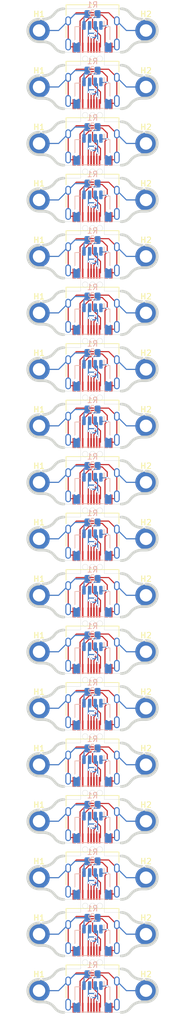
<source format=kicad_pcb>
(kicad_pcb (version 20240617) (generator "pcbnew") (generator_version "8.99")
  (layers (0 "F.Cu" signal) (31 "B.Cu" signal) (34 "B.Paste" user) (35 "F.Paste" user) (36 "B.SilkS" user "B.Silkscreen") (37 "F.SilkS" user "F.Silkscreen") (38 "B.Mask" user) (39 "F.Mask" user) (44 "Edge.Cuts" user))
  (net 0 "")
  (net 1 "+5V")
  (net 2 "GND")
  (net 3 "D+")
  (net 4 "Net-(J1-CC1)")
  (net 5 "D-")
  (footprint "E73:USB_C_Receptacle_HRO_TYPE-C-31-M-12" (layer "F.Cu") (at 541.37 -1.92239 180)
    (property "Reference" "J1" (hide yes))
    (property "Value" "USB_C_Receptacle_USB2.0_14P" (hide yes))
  )
  (footprint "E73:USB_C_Receptacle_HRO_TYPE-C-31-M-12" (layer "F.Cu") (at 541.37 -101.922046 180)
    (property "Reference" "J1" (hide yes))
    (property "Value" "USB_C_Receptacle_USB2.0_14P" (hide yes))
  )
  (footprint "MountingHole:MountingHole_2.2mm_M2_ISO14580_Pad" (layer "F.Cu") (at 550.87 28.729486)
    (property "Reference" "H2")
    (property "Value" "MountingHole_Pad")
  )
  (footprint "MountingHole:MountingHole_2.2mm_M2_ISO14580_Pad" (layer "F.Cu") (at 531.870016 -71.270214)
    (property "Reference" "H1")
    (property "Value" "MountingHole_Pad")
  )
  (footprint "MountingHole:MountingHole_2.2mm_M2_ISO14580_Pad" (layer "F.Cu") (at 531.870016 -111.270042)
    (property "Reference" "H1")
    (property "Value" "MountingHole_Pad")
  )
  (footprint "E73:USB_C_Receptacle_HRO_TYPE-C-31-M-12" (layer "F.Cu") (at 541.37 -91.922089 180)
    (property "Reference" "J1" (hide yes))
    (property "Value" "USB_C_Receptacle_USB2.0_14P" (hide yes))
  )
  (footprint "E73:USB_C_Receptacle_HRO_TYPE-C-31-M-12" (layer "F.Cu") (at 541.37 -71.922175 180)
    (property "Reference" "J1" (hide yes))
    (property "Value" "USB_C_Receptacle_USB2.0_14P" (hide yes))
  )
  (footprint "MountingHole:MountingHole_2.2mm_M2_ISO14580_Pad" (layer "F.Cu") (at 531.870016 -51.2703)
    (property "Reference" "H1")
    (property "Value" "MountingHole_Pad")
  )
  (footprint "E73:USB_C_Receptacle_HRO_TYPE-C-31-M-12" (layer "F.Cu") (at 541.37 -111.922003 180)
    (property "Reference" "J1" (hide yes))
    (property "Value" "USB_C_Receptacle_USB2.0_14P" (hide yes))
  )
  (footprint "MountingHole:MountingHole_2.2mm_M2_ISO14580_Pad" (layer "F.Cu") (at 531.870016 -1.270429)
    (property "Reference" "H1")
    (property "Value" "MountingHole_Pad")
  )
  (footprint "E73:USB_C_Receptacle_HRO_TYPE-C-31-M-12" (layer "F.Cu") (at 541.37 -61.922218 180)
    (property "Reference" "J1" (hide yes))
    (property "Value" "USB_C_Receptacle_USB2.0_14P" (hide yes))
  )
  (footprint "MountingHole:MountingHole_2.2mm_M2_ISO14580_Pad" (layer "F.Cu") (at 531.870016 28.729442)
    (property "Reference" "H1")
    (property "Value" "MountingHole_Pad")
  )
  (footprint "E73:USB_C_Receptacle_HRO_TYPE-C-31-M-12" (layer "F.Cu") (at 541.37 -31.922304 180)
    (property "Reference" "J1" (hide yes))
    (property "Value" "USB_C_Receptacle_USB2.0_14P" (hide yes))
  )
  (footprint "E73:USB_C_Receptacle_HRO_TYPE-C-31-M-12" (layer "F.Cu") (at 541.37 -11.922347 180)
    (property "Reference" "J1" (hide yes))
    (property "Value" "USB_C_Receptacle_USB2.0_14P" (hide yes))
  )
  (footprint "MountingHole:MountingHole_2.2mm_M2_ISO14580_Pad" (layer "F.Cu") (at 531.870016 -81.270171)
    (property "Reference" "H1")
    (property "Value" "MountingHole_Pad")
  )
  (footprint "MountingHole:MountingHole_2.2mm_M2_ISO14580_Pad" (layer "F.Cu") (at 550.87 -101.270041)
    (property "Reference" "H2")
    (property "Value" "MountingHole_Pad")
  )
  (footprint "MountingHole:MountingHole_2.2mm_M2_ISO14580_Pad" (layer "F.Cu") (at 531.870016 -41.270343)
    (property "Reference" "H1")
    (property "Value" "MountingHole_Pad")
  )
  (footprint "MountingHole:MountingHole_2.2mm_M2_ISO14580_Pad" (layer "F.Cu") (at 550.87 -1.270385)
    (property "Reference" "H2")
    (property "Value" "MountingHole_Pad")
  )
  (footprint "MountingHole:MountingHole_2.2mm_M2_ISO14580_Pad" (layer "F.Cu") (at 550.87 -121.269998)
    (property "Reference" "H2")
    (property "Value" "MountingHole_Pad")
  )
  (footprint "MountingHole:MountingHole_2.2mm_M2_ISO14580_Pad" (layer "F.Cu") (at 550.87 -71.27017)
    (property "Reference" "H2")
    (property "Value" "MountingHole_Pad")
  )
  (footprint "MountingHole:MountingHole_2.2mm_M2_ISO14580_Pad" (layer "F.Cu") (at 531.870016 18.729485)
    (property "Reference" "H1")
    (property "Value" "MountingHole_Pad")
  )
  (footprint "E73:USB_C_Receptacle_HRO_TYPE-C-31-M-12" (layer "F.Cu") (at 541.37 -21.922304 180)
    (property "Reference" "J1" (hide yes))
    (property "Value" "USB_C_Receptacle_USB2.0_14P" (hide yes))
  )
  (footprint "MountingHole:MountingHole_2.2mm_M2_ISO14580_Pad" (layer "F.Cu") (at 531.870016 8.729528)
    (property "Reference" "H1")
    (property "Value" "MountingHole_Pad")
  )
  (footprint "MountingHole:MountingHole_2.2mm_M2_ISO14580_Pad" (layer "F.Cu") (at 550.87 -11.270342)
    (property "Reference" "H2")
    (property "Value" "MountingHole_Pad")
  )
  (footprint "E73:USB_C_Receptacle_HRO_TYPE-C-31-M-12" (layer "F.Cu") (at 541.37 -41.922304 180)
    (property "Reference" "J1" (hide yes))
    (property "Value" "USB_C_Receptacle_USB2.0_14P" (hide yes))
  )
  (footprint "MountingHole:MountingHole_2.2mm_M2_ISO14580_Pad" (layer "F.Cu") (at 550.87 18.729529)
    (property "Reference" "H2")
    (property "Value" "MountingHole_Pad")
  )
  (footprint "MountingHole:MountingHole_2.2mm_M2_ISO14580_Pad" (layer "F.Cu") (at 531.870016 -91.270128)
    (property "Reference" "H1")
    (property "Value" "MountingHole_Pad")
  )
  (footprint "MountingHole:MountingHole_2.2mm_M2_ISO14580_Pad" (layer "F.Cu") (at 531.870016 -21.270343)
    (property "Reference" "H1")
    (property "Value" "MountingHole_Pad")
  )
  (footprint "MountingHole:MountingHole_2.2mm_M2_ISO14580_Pad" (layer "F.Cu") (at 550.87 8.729572)
    (property "Reference" "H2")
    (property "Value" "MountingHole_Pad")
  )
  (footprint "MountingHole:MountingHole_2.2mm_M2_ISO14580_Pad" (layer "F.Cu") (at 550.87 -111.269998)
    (property "Reference" "H2")
    (property "Value" "MountingHole_Pad")
  )
  (footprint "MountingHole:MountingHole_2.2mm_M2_ISO14580_Pad" (layer "F.Cu") (at 531.870016 38.729399)
    (property "Reference" "H1")
    (property "Value" "MountingHole_Pad")
  )
  (footprint "E73:USB_C_Receptacle_HRO_TYPE-C-31-M-12" (layer "F.Cu") (at 541.37 -51.922261 180)
    (property "Reference" "J1" (hide yes))
    (property "Value" "USB_C_Receptacle_USB2.0_14P" (hide yes))
  )
  (footprint "E73:USB_C_Receptacle_HRO_TYPE-C-31-M-12" (layer "F.Cu") (at 541.37 8.077567 180)
    (property "Reference" "J1" (hide yes))
    (property "Value" "USB_C_Receptacle_USB2.0_14P" (hide yes))
  )
  (footprint "E73:USB_C_Receptacle_HRO_TYPE-C-31-M-12" (layer "F.Cu") (at 541.37 -81.922132 180)
    (property "Reference" "J1" (hide yes))
    (property "Value" "USB_C_Receptacle_USB2.0_14P" (hide yes))
  )
  (footprint "MountingHole:MountingHole_2.2mm_M2_ISO14580_Pad" (layer "F.Cu") (at 550.87 -61.270213)
    (property "Reference" "H2")
    (property "Value" "MountingHole_Pad")
  )
  (footprint "MountingHole:MountingHole_2.2mm_M2_ISO14580_Pad" (layer "F.Cu") (at 531.870016 -61.270257)
    (property "Reference" "H1")
    (property "Value" "MountingHole_Pad")
  )
  (footprint "MountingHole:MountingHole_2.2mm_M2_ISO14580_Pad" (layer "F.Cu") (at 550.87 -51.270256)
    (property "Reference" "H2")
    (property "Value" "MountingHole_Pad")
  )
  (footprint "E73:USB_C_Receptacle_HRO_TYPE-C-31-M-12" (layer "F.Cu") (at 541.37 38.077438 180)
    (property "Reference" "J1" (hide yes))
    (property "Value" "USB_C_Receptacle_USB2.0_14P" (hide yes))
  )
  (footprint "MountingHole:MountingHole_2.2mm_M2_ISO14580_Pad" (layer "F.Cu") (at 531.870016 -101.270085)
    (property "Reference" "H1")
    (property "Value" "MountingHole_Pad")
  )
  (footprint "MountingHole:MountingHole_2.2mm_M2_ISO14580_Pad" (layer "F.Cu") (at 550.87 -31.270299)
    (property "Reference" "H2")
    (property "Value" "MountingHole_Pad")
  )
  (footprint "MountingHole:MountingHole_2.2mm_M2_ISO14580_Pad" (layer "F.Cu") (at 550.87 -91.270084)
    (property "Reference" "H2")
    (property "Value" "MountingHole_Pad")
  )
  (footprint "MountingHole:MountingHole_2.2mm_M2_ISO14580_Pad" (layer "F.Cu") (at 531.870016 48.729356)
    (property "Reference" "H1")
    (property "Value" "MountingHole_Pad")
  )
  (footprint "MountingHole:MountingHole_2.2mm_M2_ISO14580_Pad" (layer "F.Cu") (at 531.870016 -121.270042)
    (property "Reference" "H1")
    (property "Value" "MountingHole_Pad")
  )
  (footprint "MountingHole:MountingHole_2.2mm_M2_ISO14580_Pad" (layer "F.Cu") (at 550.87 -21.270299)
    (property "Reference" "H2")
    (property "Value" "MountingHole_Pad")
  )
  (footprint "MountingHole:MountingHole_2.2mm_M2_ISO14580_Pad" (layer "F.Cu") (at 550.87 48.7294)
    (property "Reference" "H2")
    (property "Value" "MountingHole_Pad")
  )
  (footprint "E73:USB_C_Receptacle_HRO_TYPE-C-31-M-12" (layer "F.Cu") (at 541.37 48.077395 180)
    (property "Reference" "J1" (hide yes))
    (property "Value" "USB_C_Receptacle_USB2.0_14P" (hide yes))
  )
  (footprint "MountingHole:MountingHole_2.2mm_M2_ISO14580_Pad" (layer "F.Cu") (at 531.870016 -31.270343)
    (property "Reference" "H1")
    (property "Value" "MountingHole_Pad")
  )
  (footprint "MountingHole:MountingHole_2.2mm_M2_ISO14580_Pad" (layer "F.Cu") (at 550.87 -81.270127)
    (property "Reference" "H2")
    (property "Value" "MountingHole_Pad")
  )
  (footprint "MountingHole:MountingHole_2.2mm_M2_ISO14580_Pad" (layer "F.Cu") (at 531.870016 -11.270386)
    (property "Reference" "H1")
    (property "Value" "MountingHole_Pad")
  )
  (footprint "E73:USB_C_Receptacle_HRO_TYPE-C-31-M-12" (layer "F.Cu") (at 541.37 28.077481 180)
    (property "Reference" "J1" (hide yes))
    (property "Value" "USB_C_Receptacle_USB2.0_14P" (hide yes))
  )
  (footprint "MountingHole:MountingHole_2.2mm_M2_ISO14580_Pad" (layer "F.Cu") (at 550.87 -41.270299)
    (property "Reference" "H2")
    (property "Value" "MountingHole_Pad")
  )
  (footprint "E73:USB_C_Receptacle_HRO_TYPE-C-31-M-12" (layer "F.Cu") (at 541.37 18.077524 180)
    (property "Reference" "J1" (hide yes))
    (property "Value" "USB_C_Receptacle_USB2.0_14P" (hide yes))
  )
  (footprint "MountingHole:MountingHole_2.2mm_M2_ISO14580_Pad" (layer "F.Cu") (at 550.87 38.729443)
    (property "Reference" "H2")
    (property "Value" "MountingHole_Pad")
  )
  (footprint "E73:USB_C_Receptacle_HRO_TYPE-C-31-M-12" (layer "F.Cu") (at 541.37 -121.922003 180)
    (property "Reference" "J1" (hide yes))
    (property "Value" "USB_C_Receptacle_USB2.0_14P" (hide yes))
  )
  (footprint "Connector_JST:JST_SH_SM04B-SRSS-TB_1x04-1MP_P1.00mm_Horizontal" (layer "B.Cu") (at 541.36 -50.170258 180)
    (property "Reference" "J2")
    (property "Value" "Conn_01x04_Pin")
  )
  (footprint "Resistor_SMD:R_0805_2012Metric" (layer "B.Cu") (at 541.37 25.829484 180)
    (property "Reference" "R1")
    (property "Value" "R_Small")
  )
  (footprint "Connector_JST:JST_SH_SM04B-SRSS-TB_1x04-1MP_P1.00mm_Horizontal" (layer "B.Cu") (at 541.36 -60.170215 180)
    (property "Reference" "J2")
    (property "Value" "Conn_01x04_Pin")
  )
  (footprint "Resistor_SMD:R_0805_2012Metric" (layer "B.Cu") (at 541.37 -114.17 180)
    (property "Reference" "R1")
    (property "Value" "R_Small")
  )
  (footprint "Resistor_SMD:R_0805_2012Metric" (layer "B.Cu") (at 541.37 5.82957 180)
    (property "Reference" "R1")
    (property "Value" "R_Small")
  )
  (footprint "Resistor_SMD:R_0805_2012Metric" (layer "B.Cu") (at 541.37 -34.170301 180)
    (property "Reference" "R1")
    (property "Value" "R_Small")
  )
  (footprint "Resistor_SMD:R_0805_2012Metric" (layer "B.Cu") (at 541.37 15.829527 180)
    (property "Reference" "R1")
    (property "Value" "R_Small")
  )
  (footprint "Connector_JST:JST_SH_SM04B-SRSS-TB_1x04-1MP_P1.00mm_Horizontal" (layer "B.Cu") (at 541.36 -90.170086 180)
    (property "Reference" "J2")
    (property "Value" "Conn_01x04_Pin")
  )
  (footprint "Resistor_SMD:R_0805_2012Metric" (layer "B.Cu") (at 541.37 -54.170258 180)
    (property "Reference" "R1")
    (property "Value" "R_Small")
  )
  (footprint "Connector_JST:JST_SH_SM04B-SRSS-TB_1x04-1MP_P1.00mm_Horizontal" (layer "B.Cu") (at 541.36 -10.170344 180)
    (property "Reference" "J2")
    (property "Value" "Conn_01x04_Pin")
  )
  (footprint "Connector_JST:JST_SH_SM04B-SRSS-TB_1x04-1MP_P1.00mm_Horizontal" (layer "B.Cu") (at 541.36 39.829441 180)
    (property "Reference" "J2")
    (property "Value" "Conn_01x04_Pin")
  )
  (footprint "Connector_JST:JST_SH_SM04B-SRSS-TB_1x04-1MP_P1.00mm_Horizontal" (layer "B.Cu") (at 541.36 -100.170043 180)
    (property "Reference" "J2")
    (property "Value" "Conn_01x04_Pin")
  )
  (footprint "Connector_JST:JST_SH_SM04B-SRSS-TB_1x04-1MP_P1.00mm_Horizontal" (layer "B.Cu") (at 541.36 49.829398 180)
    (property "Reference" "J2")
    (property "Value" "Conn_01x04_Pin")
  )
  (footprint "Resistor_SMD:R_0805_2012Metric" (layer "B.Cu") (at 541.37 -74.170172 180)
    (property "Reference" "R1")
    (property "Value" "R_Small")
  )
  (footprint "Resistor_SMD:R_0805_2012Metric" (layer "B.Cu") (at 541.37 -84.170129 180)
    (property "Reference" "R1")
    (property "Value" "R_Small")
  )
  (footprint "Resistor_SMD:R_0805_2012Metric" (layer "B.Cu") (at 541.37 45.829398 180)
    (property "Reference" "R1")
    (property "Value" "R_Small")
  )
  (footprint "Resistor_SMD:R_0805_2012Metric" (layer "B.Cu") (at 541.37 -44.170301 180)
    (property "Reference" "R1")
    (property "Value" "R_Small")
  )
  (footprint "Connector_JST:JST_SH_SM04B-SRSS-TB_1x04-1MP_P1.00mm_Horizontal" (layer "B.Cu") (at 541.36 29.829484 180)
    (property "Reference" "J2")
    (property "Value" "Conn_01x04_Pin")
  )
  (footprint "Connector_JST:JST_SH_SM04B-SRSS-TB_1x04-1MP_P1.00mm_Horizontal" (layer "B.Cu") (at 541.36 -0.170387 180)
    (property "Reference" "J2")
    (property "Value" "Conn_01x04_Pin")
  )
  (footprint "Resistor_SMD:R_0805_2012Metric" (layer "B.Cu") (at 541.37 35.829441 180)
    (property "Reference" "R1")
    (property "Value" "R_Small")
  )
  (footprint "Resistor_SMD:R_0805_2012Metric" (layer "B.Cu") (at 541.37 -24.170301 180)
    (property "Reference" "R1")
    (property "Value" "R_Small")
  )
  (footprint "Connector_JST:JST_SH_SM04B-SRSS-TB_1x04-1MP_P1.00mm_Horizontal" (layer "B.Cu") (at 541.36 -40.170301 180)
    (property "Reference" "J2")
    (property "Value" "Conn_01x04_Pin")
  )
  (footprint "Resistor_SMD:R_0805_2012Metric" (layer "B.Cu") (at 541.37 -64.170215 180)
    (property "Reference" "R1")
    (property "Value" "R_Small")
  )
  (footprint "Resistor_SMD:R_0805_2012Metric" (layer "B.Cu") (at 541.37 -124.17 180)
    (property "Reference" "R1")
    (property "Value" "R_Small")
  )
  (footprint "Resistor_SMD:R_0805_2012Metric" (layer "B.Cu") (at 541.37 -94.170086 180)
    (property "Reference" "R1")
    (property "Value" "R_Small")
  )
  (footprint "Connector_JST:JST_SH_SM04B-SRSS-TB_1x04-1MP_P1.00mm_Horizontal" (layer "B.Cu") (at 541.36 19.829527 180)
    (property "Reference" "J2")
    (property "Value" "Conn_01x04_Pin")
  )
  (footprint "Connector_JST:JST_SH_SM04B-SRSS-TB_1x04-1MP_P1.00mm_Horizontal" (layer "B.Cu") (at 541.36 -120.17 180)
    (property "Reference" "J2")
    (property "Value" "Conn_01x04_Pin")
  )
  (footprint "Connector_JST:JST_SH_SM04B-SRSS-TB_1x04-1MP_P1.00mm_Horizontal" (layer "B.Cu") (at 541.36 -30.170301 180)
    (property "Reference" "J2")
    (property "Value" "Conn_01x04_Pin")
  )
  (footprint "Connector_JST:JST_SH_SM04B-SRSS-TB_1x04-1MP_P1.00mm_Horizontal" (layer "B.Cu") (at 541.36 9.82957 180)
    (property "Reference" "J2")
    (property "Value" "Conn_01x04_Pin")
  )
  (footprint "Connector_JST:JST_SH_SM04B-SRSS-TB_1x04-1MP_P1.00mm_Horizontal" (layer "B.Cu") (at 541.36 -110.17 180)
    (property "Reference" "J2")
    (property "Value" "Conn_01x04_Pin")
  )
  (footprint "Connector_JST:JST_SH_SM04B-SRSS-TB_1x04-1MP_P1.00mm_Horizontal" (layer "B.Cu") (at 541.36 -20.170301 180)
    (property "Reference" "J2")
    (property "Value" "Conn_01x04_Pin")
  )
  (footprint "Resistor_SMD:R_0805_2012Metric" (layer "B.Cu") (at 541.37 -4.170387 180)
    (property "Reference" "R1")
    (property "Value" "R_Small")
  )
  (footprint "Resistor_SMD:R_0805_2012Metric" (layer "B.Cu") (at 541.37 -104.170043 180)
    (property "Reference" "R1")
    (property "Value" "R_Small")
  )
  (footprint "Connector_JST:JST_SH_SM04B-SRSS-TB_1x04-1MP_P1.00mm_Horizontal" (layer "B.Cu") (at 541.36 -70.170172 180)
    (property "Reference" "J2")
    (property "Value" "Conn_01x04_Pin")
  )
  (footprint "Resistor_SMD:R_0805_2012Metric" (layer "B.Cu") (at 541.37 -14.170344 180)
    (property "Reference" "R1")
    (property "Value" "R_Small")
  )
  (footprint "Connector_JST:JST_SH_SM04B-SRSS-TB_1x04-1MP_P1.00mm_Horizontal" (layer "B.Cu") (at 541.36 -80.170129 180)
    (property "Reference" "J2")
    (property "Value" "Conn_01x04_Pin")
  )
  (gr_line (start 539.27 -117.42) (end 539.270201 -115.120047) (stroke (width 0.05)) (layer "Edge.Cuts"))
  (gr_arc (start 536.266615 -67.420171) (mid 535.369941 -67.63411) (end 534.666444 -68.229833) (stroke (width 0.5)) (layer "Edge.Cuts"))
  (gr_arc (start 548.07361 -18.230055) (mid 548.989716 -19.005776) (end 550.157361 -19.284337) (stroke (width 0.5)) (layer "Edge.Cuts"))
  (gr_line (start 550.869905 -109.284084) (end 550.157361 -109.284036) (stroke (width 0.5)) (layer "Edge.Cuts"))
  (gr_line (start 532.583016 -73.256211) (end 531.888591 -73.256169) (stroke (width 0.05)) (layer "Edge.Cuts"))
  (gr_line (start 543.470031 4.879571) (end 546.473416 4.87957) (stroke (width 0.05)) (layer "Edge.Cuts"))
  (gr_arc (start 531.870016 10.71557) (mid 529.884022 8.72024) (end 531.888591 6.743573) (stroke (width 0.5)) (layer "Edge.Cuts"))
  (gr_arc (start 531.870016 30.715484) (mid 529.884022 28.720154) (end 531.888591 26.743487) (stroke (width 0.5)) (layer "Edge.Cuts"))
  (gr_line (start 532.583016 16.743488) (end 531.888591 16.74353) (stroke (width 0.05)) (layer "Edge.Cuts"))
  (gr_circle (center 541.370025 -86.270083) (end 541.869924 -86.270059) (stroke (width 0.05)) (fill none) (layer "Edge.Cuts"))
  (gr_arc (start 550.870016 -103.256043) (mid 552.856 -101.27003) (end 550.869905 -99.284127) (stroke (width 0.5)) (layer "Edge.Cuts"))
  (gr_arc (start 536.266615 -97.420042) (mid 535.369941 -97.633981) (end 534.666444 -98.229704) (stroke (width 0.5)) (layer "Edge.Cuts"))
  (gr_line (start 550.870016 -83.256129) (end 550.157216 -83.256129) (stroke (width 0.05)) (layer "Edge.Cuts"))
  (gr_line (start 532.582716 -79.284129) (end 531.870016 -79.284129) (stroke (width 0.5)) (layer "Edge.Cuts"))
  (gr_arc (start 546.473416 34.879441) (mid 547.37009 35.093396) (end 548.073584 35.689128) (stroke (width 0.5)) (layer "Edge.Cuts"))
  (gr_arc (start 531.870016 -19.284301) (mid 529.884022 -21.279631) (end 531.888591 -23.256298) (stroke (width 0.5)) (layer "Edge.Cuts"))
  (gr_circle (center 540.070025 43.729444) (end 540.569924 43.729468) (stroke (width 0.05)) (fill none) (layer "Edge.Cuts"))
  (gr_line (start 543.469816 12.579575) (end 546.473201 12.579574) (stroke (width 0.05)) (layer "Edge.Cuts"))
  (gr_line (start 532.583016 -53.256297) (end 531.888591 -53.256255) (stroke (width 0.05)) (layer "Edge.Cuts"))
  (gr_line (start 543.469816 42.579446) (end 546.473201 42.579445) (stroke (width 0.05)) (layer "Edge.Cuts"))
  (gr_line (start 543.469816 -77.420124) (end 546.473201 -77.420125) (stroke (width 0.05)) (layer "Edge.Cuts"))
  (gr_arc (start 536.266615 -7.420343) (mid 535.369941 -7.634282) (end 534.666444 -8.230005) (stroke (width 0.5)) (layer "Edge.Cuts"))
  (gr_arc (start 536.266615 -17.4203) (mid 535.369941 -17.634239) (end 534.666444 -18.229962) (stroke (width 0.5)) (layer "Edge.Cuts"))
  (gr_circle (center 542.670025 -76.270126) (end 543.169924 -76.270102) (stroke (width 0.05)) (fill none) (layer "Edge.Cuts"))
  (gr_arc (start 534.666343 15.689259) (mid 535.369989 15.093465) (end 536.266816 14.879481) (stroke (width 0.5)) (layer "Edge.Cuts"))
  (gr_line (start 532.582716 0.715613) (end 531.870016 0.715613) (stroke (width 0.5)) (layer "Edge.Cuts"))
  (gr_line (start 550.869905 -59.284299) (end 550.157361 -59.284251) (stroke (width 0.5)) (layer "Edge.Cuts"))
  (gr_arc (start 532.582716 -119.284) (mid 533.750369 -119.00543) (end 534.666444 -118.229661) (stroke (width 0.5)) (layer "Edge.Cuts"))
  (gr_line (start 543.469816 -7.420339) (end 543.470031 -5.120343) (stroke (width 0.05)) (layer "Edge.Cuts"))
  (gr_line (start 543.469816 2.579618) (end 543.470031 4.879614) (stroke (width 0.05)) (layer "Edge.Cuts"))
  (gr_line (start 550.869905 10.715486) (end 550.157361 10.715534) (stroke (width 0.5)) (layer "Edge.Cuts"))
  (gr_line (start 550.870016 -93.256086) (end 550.157216 -93.256086) (stroke (width 0.05)) (layer "Edge.Cuts"))
  (gr_arc (start 536.266615 32.579485) (mid 535.369941 32.365546) (end 534.666444 31.769823) (stroke (width 0.5)) (layer "Edge.Cuts"))
  (gr_arc (start 550.870016 -123.256) (mid 552.856 -121.269944) (end 550.869905 -119.284084) (stroke (width 0.5)) (layer "Edge.Cuts"))
  (gr_line (start 539.27 -67.420172) (end 539.270201 -65.120219) (stroke (width 0.05)) (layer "Edge.Cuts"))
  (gr_arc (start 550.157216 -23.256301) (mid 548.989618 -23.534877) (end 548.073569 -24.310599) (stroke (width 0.5)) (layer "Edge.Cuts"))
  (gr_arc (start 536.266615 52.579399) (mid 535.369941 52.36546) (end 534.666444 51.769737) (stroke (width 0.5)) (layer "Edge.Cuts"))
  (gr_arc (start 532.582716 50.715398) (mid 533.750368 50.993967) (end 534.666444 51.769737) (stroke (width 0.5)) (layer "Edge.Cuts"))
  (gr_arc (start 534.666343 -84.310397) (mid 535.369989 -84.906191) (end 536.266816 -85.120175) (stroke (width 0.5)) (layer "Edge.Cuts"))
  (gr_arc (start 546.473416 -65.120215) (mid 547.37009 -64.90626) (end 548.073584 -64.310528) (stroke (width 0.5)) (layer "Edge.Cuts"))
  (gr_circle (center 540.070025 3.729616) (end 540.569924 3.72964) (stroke (width 0.05)) (fill none) (layer "Edge.Cuts"))
  (gr_arc (start 546.473416 -125.12) (mid 547.370087 -124.906046) (end 548.073584 -124.310313) (stroke (width 0.5)) (layer "Edge.Cuts"))
  (gr_arc (start 550.870016 16.743527) (mid 552.856 18.72954) (end 550.869905 20.715443) (stroke (width 0.5)) (layer "Edge.Cuts"))
  (gr_arc (start 550.870016 -73.256172) (mid 552.856 -71.270159) (end 550.869905 -69.284256) (stroke (width 0.5)) (layer "Edge.Cuts"))
  (gr_circle (center 542.670025 13.729573) (end 543.169924 13.729597) (stroke (width 0.05)) (fill none) (layer "Edge.Cuts"))
  (gr_arc (start 531.870016 -9.284344) (mid 529.884022 -11.279674) (end 531.888591 -13.256341) (stroke (width 0.5)) (layer "Edge.Cuts"))
  (gr_arc (start 550.870016 -93.256086) (mid 552.856 -91.270073) (end 550.869905 -89.28417) (stroke (width 0.5)) (layer "Edge.Cuts"))
  (gr_arc (start 536.266615 42.579442) (mid 535.369941 42.365503) (end 534.666444 41.76978) (stroke (width 0.5)) (layer "Edge.Cuts"))
  (gr_line (start 550.870016 -123.256) (end 550.157216 -123.256) (stroke (width 0.05)) (layer "Edge.Cuts"))
  (gr_line (start 532.582716 20.715527) (end 531.870016 20.715527) (stroke (width 0.5)) (layer "Edge.Cuts"))
  (gr_line (start 536.266615 42.579442) (end 539.27 42.579441) (stroke (width 0.05)) (layer "Edge.Cuts"))
  (gr_line (start 532.582716 10.71557) (end 531.870016 10.71557) (stroke (width 0.5)) (layer "Edge.Cuts"))
  (gr_circle (center 542.670025 3.729616) (end 543.169924 3.72964) (stroke (width 0.05)) (fill none) (layer "Edge.Cuts"))
  (gr_arc (start 536.266615 -87.420085) (mid 535.369941 -87.634024) (end 534.666444 -88.229747) (stroke (width 0.5)) (layer "Edge.Cuts"))
  (gr_arc (start 550.157216 -13.256344) (mid 548.989618 -13.53492) (end 548.073569 -14.310642) (stroke (width 0.5)) (layer "Edge.Cuts"))
  (gr_circle (center 541.370025 -6.270341) (end 541.869924 -6.270317) (stroke (width 0.05)) (fill none) (layer "Edge.Cuts"))
  (gr_line (start 550.869905 30.7154) (end 550.157361 30.715448) (stroke (width 0.5)) (layer "Edge.Cuts"))
  (gr_line (start 543.469816 -47.420253) (end 543.470031 -45.120257) (stroke (width 0.05)) (layer "Edge.Cuts"))
  (gr_line (start 543.470031 -35.120343) (end 546.473416 -35.120344) (stroke (width 0.05)) (layer "Edge.Cuts"))
  (gr_arc (start 536.266615 -27.4203) (mid 535.369941 -27.634239) (end 534.666444 -28.229962) (stroke (width 0.5)) (layer "Edge.Cuts"))
  (gr_arc (start 534.666343 -4.310655) (mid 535.369989 -4.906449) (end 536.266816 -5.120433) (stroke (width 0.5)) (layer "Edge.Cuts"))
  (gr_line (start 543.469816 -37.420296) (end 546.473201 -37.420297) (stroke (width 0.05)) (layer "Edge.Cuts"))
  (gr_line (start 543.469816 -107.419995) (end 546.473201 -107.419996) (stroke (width 0.05)) (layer "Edge.Cuts"))
  (gr_arc (start 534.666342 -84.310397) (mid 533.750441 -83.534756) (end 532.583016 -83.256168) (stroke (width 0.5)) (layer "Edge.Cuts"))
  (gr_arc (start 546.473416 -35.120301) (mid 547.37009 -34.906346) (end 548.073584 -34.310614) (stroke (width 0.5)) (layer "Edge.Cuts"))
  (gr_line (start 550.870016 6.74357) (end 550.157216 6.74357) (stroke (width 0.05)) (layer "Edge.Cuts"))
  (gr_circle (center 541.370025 -76.270126) (end 541.869924 -76.270102) (stroke (width 0.05)) (fill none) (layer "Edge.Cuts"))
  (gr_line (start 536.266615 -97.420042) (end 539.27 -97.420043) (stroke (width 0.05)) (layer "Edge.Cuts"))
  (gr_circle (center 540.070025 -66.270169) (end 540.569924 -66.270145) (stroke (width 0.05)) (fill none) (layer "Edge.Cuts"))
  (gr_arc (start 550.157216 26.743484) (mid 548.989618 26.464908) (end 548.073569 25.689186) (stroke (width 0.5)) (layer "Edge.Cuts"))
  (gr_arc (start 548.07361 -68.229926) (mid 548.989716 -69.005647) (end 550.157361 -69.284208) (stroke (width 0.5)) (layer "Edge.Cuts"))
  (gr_line (start 536.266816 -125.120046) (end 546.473416 -125.12) (stroke (width 0.05)) (layer "Edge.Cuts"))
  (gr_line (start 536.266615 -17.4203) (end 539.27 -17.420301) (stroke (width 0.05)) (layer "Edge.Cuts"))
  (gr_arc (start 550.870016 -53.256258) (mid 552.856 -51.270245) (end 550.869905 -49.284342) (stroke (width 0.5)) (layer "Edge.Cuts"))
  (gr_arc (start 534.666342 -64.310483) (mid 533.750441 -63.534842) (end 532.583016 -63.256254) (stroke (width 0.5)) (layer "Edge.Cuts"))
  (gr_line (start 543.470031 -15.120343) (end 546.473416 -15.120344) (stroke (width 0.05)) (layer "Edge.Cuts"))
  (gr_line (start 532.583016 -83.256168) (end 531.888591 -83.256126) (stroke (width 0.05)) (layer "Edge.Cuts"))
  (gr_circle (center 542.670025 23.72953) (end 543.169924 23.729554) (stroke (width 0.05)) (fill none) (layer "Edge.Cuts"))
  (gr_arc (start 550.157216 -53.256258) (mid 548.989618 -53.534834) (end 548.073569 -54.310556) (stroke (width 0.5)) (layer "Edge.Cuts"))
  (gr_arc (start 548.07361 -118.229754) (mid 547.370002 -117.633951) (end 546.473201 -117.419996) (stroke (width 0.5)) (layer "Edge.Cuts"))
  (gr_arc (start 548.07361 11.769816) (mid 547.370006 12.365617) (end 546.473201 12.579574) (stroke (width 0.5)) (layer "Edge.Cuts"))
  (gr_line (start 539.27 32.579484) (end 539.270201 34.879437) (stroke (width 0.05)) (layer "Edge.Cuts"))
  (gr_line (start 543.469816 -37.420339) (end 543.470031 -35.120343) (stroke (width 0.05)) (layer "Edge.Cuts"))
  (gr_arc (start 546.473416 24.879484) (mid 547.37009 25.093439) (end 548.073584 25.689171) (stroke (width 0.5)) (layer "Edge.Cuts"))
  (gr_line (start 539.27 -7.420344) (end 539.270201 -5.120391) (stroke (width 0.05)) (layer "Edge.Cuts"))
  (gr_line (start 536.266615 -37.4203) (end 539.27 -37.420301) (stroke (width 0.05)) (layer "Edge.Cuts"))
  (gr_circle (center 540.070025 -76.270126) (end 540.569924 -76.270102) (stroke (width 0.05)) (fill none) (layer "Edge.Cuts"))
  (gr_line (start 536.266615 32.579485) (end 539.27 32.579484) (stroke (width 0.05)) (layer "Edge.Cuts"))
  (gr_circle (center 542.670025 33.729487) (end 543.169924 33.729511) (stroke (width 0.05)) (fill none) (layer "Edge.Cuts"))
  (gr_line (start 543.469816 -67.420167) (end 546.473201 -67.420168) (stroke (width 0.05)) (layer "Edge.Cuts"))
  (gr_line (start 543.469816 22.579532) (end 543.470031 24.879528) (stroke (width 0.05)) (layer "Edge.Cuts"))
  (gr_arc (start 548.07361 -38.230055) (mid 547.370006 -37.634254) (end 546.473201 -37.420297) (stroke (width 0.5)) (layer "Edge.Cuts"))
  (gr_line (start 536.266816 -75.120218) (end 539.270201 -75.120219) (stroke (width 0.05)) (layer "Edge.Cuts"))
  (gr_line (start 539.27 -27.420301) (end 539.270201 -25.120348) (stroke (width 0.05)) (layer "Edge.Cuts"))
  (gr_arc (start 536.266615 -77.420128) (mid 535.369941 -77.634067) (end 534.666444 -78.22979) (stroke (width 0.5)) (layer "Edge.Cuts"))
  (gr_circle (center 541.370025 13.729573) (end 541.869924 13.729597) (stroke (width 0.05)) (fill none) (layer "Edge.Cuts"))
  (gr_arc (start 550.157216 -33.256301) (mid 548.989618 -33.534877) (end 548.073569 -34.310599) (stroke (width 0.5)) (layer "Edge.Cuts"))
  (gr_arc (start 536.266615 -57.420214) (mid 535.369941 -57.634153) (end 534.666444 -58.229876) (stroke (width 0.5)) (layer "Edge.Cuts"))
  (gr_arc (start 550.157216 -43.256301) (mid 548.989618 -43.534877) (end 548.073569 -44.310599) (stroke (width 0.5)) (layer "Edge.Cuts"))
  (gr_line (start 550.869905 40.715357) (end 550.157361 40.715405) (stroke (width 0.5)) (layer "Edge.Cuts"))
  (gr_line (start 543.470031 -45.1203) (end 546.473416 -45.120301) (stroke (width 0.05)) (layer "Edge.Cuts"))
  (gr_line (start 543.469816 -27.420296) (end 543.470031 -25.1203) (stroke (width 0.05)) (layer "Edge.Cuts"))
  (gr_arc (start 531.870016 -69.284172) (mid 529.884022 -71.279502) (end 531.888591 -73.256169) (stroke (width 0.5)) (layer "Edge.Cuts"))
  (gr_line (start 543.470031 -85.120128) (end 546.473416 -85.120129) (stroke (width 0.05)) (layer "Edge.Cuts"))
  (gr_arc (start 536.266615 12.579571) (mid 535.369941 12.365632) (end 534.666444 11.769909) (stroke (width 0.5)) (layer "Edge.Cuts"))
  (gr_arc (start 550.870016 6.74357) (mid 552.856 8.729583) (end 550.869905 10.715486) (stroke (width 0.5)) (layer "Edge.Cuts"))
  (gr_arc (start 532.582716 40.715441) (mid 533.750368 40.99401) (end 534.666444 41.76978) (stroke (width 0.5)) (layer "Edge.Cuts"))
  (gr_line (start 550.869905 -29.284385) (end 550.157361 -29.284337) (stroke (width 0.5)) (layer "Edge.Cuts"))
  (gr_arc (start 548.07361 21.769773) (mid 547.370006 22.365574) (end 546.473201 22.579531) (stroke (width 0.5)) (layer "Edge.Cuts"))
  (gr_arc (start 534.666343 45.68913) (mid 535.369989 45.093336) (end 536.266816 44.879352) (stroke (width 0.5)) (layer "Edge.Cuts"))
  (gr_arc (start 534.666343 -24.310569) (mid 535.369989 -24.906363) (end 536.266816 -25.120347) (stroke (width 0.5)) (layer "Edge.Cuts"))
  (gr_arc (start 550.870016 -43.256301) (mid 552.856 -41.270288) (end 550.869905 -39.284385) (stroke (width 0.5)) (layer "Edge.Cuts"))
  (gr_line (start 536.266615 -27.4203) (end 539.27 -27.420301) (stroke (width 0.05)) (layer "Edge.Cuts"))
  (gr_circle (center 540.070025 -46.270255) (end 540.569924 -46.270231) (stroke (width 0.05)) (fill none) (layer "Edge.Cuts"))
  (gr_line (start 536.266816 4.879524) (end 539.270201 4.879523) (stroke (width 0.05)) (layer "Edge.Cuts"))
  (gr_circle (center 540.070025 -56.270212) (end 540.569924 -56.270188) (stroke (width 0.05)) (fill none) (layer "Edge.Cuts"))
  (gr_line (start 536.266816 -115.120046) (end 539.270201 -115.120047) (stroke (width 0.05)) (layer "Edge.Cuts"))
  (gr_line (start 532.583016 26.743445) (end 531.888591 26.743487) (stroke (width 0.05)) (layer "Edge.Cuts"))
  (gr_line (start 543.469816 2.579618) (end 546.473201 2.579617) (stroke (width 0.05)) (layer "Edge.Cuts"))
  (gr_line (start 536.266816 34.879395) (end 539.270201 34.879394) (stroke (width 0.05)) (layer "Edge.Cuts"))
  (gr_arc (start 548.07361 -8.230098) (mid 547.370006 -7.634297) (end 546.473201 -7.42034) (stroke (width 0.5)) (layer "Edge.Cuts"))
  (gr_arc (start 534.666343 -44.310569) (mid 535.369989 -44.906363) (end 536.266816 -45.120347) (stroke (width 0.5)) (layer "Edge.Cuts"))
  (gr_arc (start 531.870016 20.715527) (mid 529.884022 18.720197) (end 531.888591 16.74353) (stroke (width 0.5)) (layer "Edge.Cuts"))
  (gr_arc (start 550.870016 -113.256) (mid 552.856 -111.269987) (end 550.869905 -109.284084) (stroke (width 0.5)) (layer "Edge.Cuts"))
  (gr_circle (center 541.370025 3.729616) (end 541.869924 3.72964) (stroke (width 0.05)) (fill none) (layer "Edge.Cuts"))
  (gr_circle (center 542.670101 -116.270024) (end 543.17 -116.27) (stroke (width 0.05)) (fill none) (layer "Edge.Cuts"))
  (gr_arc (start 550.157216 -83.256129) (mid 548.989618 -83.534705) (end 548.073569 -84.310427) (stroke (width 0.5)) (layer "Edge.Cuts"))
  (gr_arc (start 531.870016 -119.284) (mid 529.884022 -121.279287) (end 531.888591 -123.255997) (stroke (width 0.5)) (layer "Edge.Cuts"))
  (gr_circle (center 540.070025 -36.270341) (end 540.569924 -36.270317) (stroke (width 0.05)) (fill none) (layer "Edge.Cuts"))
  (gr_arc (start 534.666343 35.689173) (mid 535.369989 35.093379) (end 536.266816 34.879395) (stroke (width 0.5)) (layer "Edge.Cuts"))
  (gr_line (start 550.869905 50.715314) (end 550.157361 50.715362) (stroke (width 0.5)) (layer "Edge.Cuts"))
  (gr_circle (center 541.370025 33.729487) (end 541.869924 33.729511) (stroke (width 0.05)) (fill none) (layer "Edge.Cuts"))
  (gr_arc (start 531.870016 -49.284258) (mid 529.884022 -51.279588) (end 531.888591 -53.256255) (stroke (width 0.5)) (layer "Edge.Cuts"))
  (gr_arc (start 534.666342 -4.310655) (mid 533.750441 -3.535014) (end 532.583016 -3.256426) (stroke (width 0.5)) (layer "Edge.Cuts"))
  (gr_circle (center 540.070025 -96.27004) (end 540.569924 -96.270016) (stroke (width 0.05)) (fill none) (layer "Edge.Cuts"))
  (gr_arc (start 548.07361 41.769687) (mid 547.370006 42.365488) (end 546.473201 42.579445) (stroke (width 0.5)) (layer "Edge.Cuts"))
  (gr_arc (start 548.07361 -98.229797) (mid 547.370006 -97.633996) (end 546.473201 -97.420039) (stroke (width 0.5)) (layer "Edge.Cuts"))
  (gr_line (start 536.266615 12.579571) (end 539.27 12.57957) (stroke (width 0.05)) (layer "Edge.Cuts"))
  (gr_line (start 543.469816 12.579575) (end 543.470031 14.879571) (stroke (width 0.05)) (layer "Edge.Cuts"))
  (gr_arc (start 534.666342 15.689259) (mid 533.750441 16.4649) (end 532.583016 16.743488) (stroke (width 0.5)) (layer "Edge.Cuts"))
  (gr_arc (start 546.473416 -95.120086) (mid 547.37009 -94.906131) (end 548.073584 -94.310399) (stroke (width 0.5)) (layer "Edge.Cuts"))
  (gr_arc (start 550.870016 26.743484) (mid 552.856 28.729497) (end 550.869905 30.7154) (stroke (width 0.5)) (layer "Edge.Cuts"))
  (gr_arc (start 550.870016 -23.256301) (mid 552.856 -21.270288) (end 550.869905 -19.284385) (stroke (width 0.5)) (layer "Edge.Cuts"))
  (gr_line (start 550.869905 -119.284084) (end 550.157361 -119.284036) (stroke (width 0.5)) (layer "Edge.Cuts"))
  (gr_arc (start 548.07361 51.769644) (mid 548.989716 50.993923) (end 550.157361 50.715362) (stroke (width 0.5)) (layer "Edge.Cuts"))
  (gr_arc (start 534.666343 -114.310268) (mid 535.369989 -114.906062) (end 536.266816 -115.120046) (stroke (width 0.5)) (layer "Edge.Cuts"))
  (gr_line (start 539.27 -97.420043) (end 539.270201 -95.12009) (stroke (width 0.05)) (layer "Edge.Cuts"))
  (gr_line (start 532.582716 -69.284172) (end 531.870016 -69.284172) (stroke (width 0.5)) (layer "Edge.Cuts"))
  (gr_arc (start 531.870016 0.715613) (mid 529.884022 -1.279717) (end 531.888591 -3.256384) (stroke (width 0.5)) (layer "Edge.Cuts"))
  (gr_line (start 543.469816 22.579532) (end 546.473201 22.579531) (stroke (width 0.05)) (layer "Edge.Cuts"))
  (gr_arc (start 534.666343 -34.310569) (mid 535.369989 -34.906363) (end 536.266816 -35.120347) (stroke (width 0.5)) (layer "Edge.Cuts"))
  (gr_line (start 550.869905 20.715443) (end 550.157361 20.715491) (stroke (width 0.5)) (layer "Edge.Cuts"))
  (gr_line (start 532.583016 36.743402) (end 531.888591 36.743444) (stroke (width 0.05)) (layer "Edge.Cuts"))
  (gr_line (start 536.266816 -35.12039) (end 539.270201 -35.120391) (stroke (width 0.05)) (layer "Edge.Cuts"))
  (gr_arc (start 534.666343 -14.310612) (mid 535.369989 -14.906406) (end 536.266816 -15.12039) (stroke (width 0.5)) (layer "Edge.Cuts"))
  (gr_circle (center 542.670025 43.729444) (end 543.169924 43.729468) (stroke (width 0.05)) (fill none) (layer "Edge.Cuts"))
  (gr_arc (start 536.266615 -47.420257) (mid 535.369941 -47.634196) (end 534.666444 -48.229919) (stroke (width 0.5)) (layer "Edge.Cuts"))
  (gr_arc (start 546.473416 14.879527) (mid 547.37009 15.093482) (end 548.073584 15.689214) (stroke (width 0.5)) (layer "Edge.Cuts"))
  (gr_line (start 550.870016 26.743484) (end 550.157216 26.743484) (stroke (width 0.05)) (layer "Edge.Cuts"))
  (gr_arc (start 550.870016 36.743441) (mid 552.856 38.729454) (end 550.869905 40.715357) (stroke (width 0.5)) (layer "Edge.Cuts"))
  (gr_arc (start 532.582716 20.715527) (mid 533.750368 20.994096) (end 534.666444 21.769866) (stroke (width 0.5)) (layer "Edge.Cuts"))
  (gr_line (start 543.469816 32.579489) (end 543.470031 34.879485) (stroke (width 0.05)) (layer "Edge.Cuts"))
  (gr_arc (start 534.666342 -14.310612) (mid 533.750441 -13.534971) (end 532.583016 -13.256383) (stroke (width 0.5)) (layer "Edge.Cuts"))
  (gr_arc (start 534.666342 -74.31044) (mid 533.750441 -73.534799) (end 532.583016 -73.256211) (stroke (width 0.5)) (layer "Edge.Cuts"))
  (gr_arc (start 548.07361 -108.229754) (mid 547.370006 -107.633953) (end 546.473201 -107.419996) (stroke (width 0.5)) (layer "Edge.Cuts"))
  (gr_arc (start 548.07361 -18.230055) (mid 547.370006 -17.634254) (end 546.473201 -17.420297) (stroke (width 0.5)) (layer "Edge.Cuts"))
  (gr_arc (start 534.666342 35.689173) (mid 533.750441 36.464814) (end 532.583016 36.743402) (stroke (width 0.5)) (layer "Edge.Cuts"))
  (gr_arc (start 534.666342 -44.310569) (mid 533.750441 -43.534928) (end 532.583016 -43.25634) (stroke (width 0.5)) (layer "Edge.Cuts"))
  (gr_circle (center 541.370101 -116.270024) (end 541.87 -116.27) (stroke (width 0.05)) (fill none) (layer "Edge.Cuts"))
  (gr_line (start 550.869905 -89.28417) (end 550.157361 -89.284122) (stroke (width 0.5)) (layer "Edge.Cuts"))
  (gr_arc (start 546.473416 -115.12) (mid 547.37009 -114.906045) (end 548.073584 -114.310313) (stroke (width 0.5)) (layer "Edge.Cuts"))
  (gr_line (start 543.469816 -57.42021) (end 546.473201 -57.420211) (stroke (width 0.05)) (layer "Edge.Cuts"))
  (gr_arc (start 548.07361 -28.230055) (mid 548.989716 -29.005776) (end 550.157361 -29.284337) (stroke (width 0.5)) (layer "Edge.Cuts"))
  (gr_arc (start 548.07361 -88.22984) (mid 548.989716 -89.005561) (end 550.157361 -89.284122) (stroke (width 0.5)) (layer "Edge.Cuts"))
  (gr_arc (start 534.666342 25.689216) (mid 533.750441 26.464857) (end 532.583016 26.743445) (stroke (width 0.5)) (layer "Edge.Cuts"))
  (gr_line (start 536.266816 -105.120089) (end 539.270201 -105.12009) (stroke (width 0.05)) (layer "Edge.Cuts"))
  (gr_arc (start 534.666343 -64.310483) (mid 535.369989 -64.906277) (end 536.266816 -65.120261) (stroke (width 0.5)) (layer "Edge.Cuts"))
  (gr_arc (start 548.07361 -58.229969) (mid 548.989716 -59.00569) (end 550.157361 -59.284251) (stroke (width 0.5)) (layer "Edge.Cuts"))
  (gr_arc (start 548.07361 21.769773) (mid 548.989716 20.994052) (end 550.157361 20.715491) (stroke (width 0.5)) (layer "Edge.Cuts"))
  (gr_arc (start 550.157216 36.743441) (mid 548.989618 36.464865) (end 548.073569 35.689143) (stroke (width 0.5)) (layer "Edge.Cuts"))
  (gr_arc (start 550.870016 46.743398) (mid 552.856 48.729411) (end 550.869905 50.715314) (stroke (width 0.5)) (layer "Edge.Cuts"))
  (gr_line (start 550.870016 -13.256344) (end 550.157216 -13.256344) (stroke (width 0.05)) (layer "Edge.Cuts"))
  (gr_circle (center 541.370025 -96.27004) (end 541.869924 -96.270016) (stroke (width 0.05)) (fill none) (layer "Edge.Cuts"))
  (gr_line (start 539.27 -107.42) (end 539.270201 -105.120047) (stroke (width 0.05)) (layer "Edge.Cuts"))
  (gr_arc (start 534.666343 -54.310526) (mid 535.369989 -54.90632) (end 536.266816 -55.120304) (stroke (width 0.5)) (layer "Edge.Cuts"))
  (gr_line (start 543.469816 -57.42021) (end 543.470031 -55.120214) (stroke (width 0.05)) (layer "Edge.Cuts"))
  (gr_arc (start 550.157216 -63.256215) (mid 548.989618 -63.534791) (end 548.073569 -64.310513) (stroke (width 0.5)) (layer "Edge.Cuts"))
  (gr_line (start 536.266816 -45.120347) (end 539.270201 -45.120348) (stroke (width 0.05)) (layer "Edge.Cuts"))
  (gr_line (start 543.470031 24.879485) (end 546.473416 24.879484) (stroke (width 0.05)) (layer "Edge.Cuts"))
  (gr_arc (start 550.157216 -103.256043) (mid 548.989618 -103.534619) (end 548.073569 -104.310341) (stroke (width 0.5)) (layer "Edge.Cuts"))
  (gr_arc (start 532.582716 -19.284301) (mid 533.750368 -19.005732) (end 534.666444 -18.229962) (stroke (width 0.5)) (layer "Edge.Cuts"))
  (gr_arc (start 548.07361 -48.230012) (mid 547.370006 -47.634211) (end 546.473201 -47.420254) (stroke (width 0.5)) (layer "Edge.Cuts"))
  (gr_line (start 543.470031 -65.120214) (end 546.473416 -65.120215) (stroke (width 0.05)) (layer "Edge.Cuts"))
  (gr_arc (start 550.870016 -83.256129) (mid 552.856 -81.270116) (end 550.869905 -79.284213) (stroke (width 0.5)) (layer "Edge.Cuts"))
  (gr_line (start 543.470031 -75.120171) (end 546.473416 -75.120172) (stroke (width 0.05)) (layer "Edge.Cuts"))
  (gr_line (start 550.869905 -99.284127) (end 550.157361 -99.284079) (stroke (width 0.5)) (layer "Edge.Cuts"))
  (gr_arc (start 532.582716 -69.284172) (mid 533.750368 -69.005603) (end 534.666444 -68.229833) (stroke (width 0.5)) (layer "Edge.Cuts"))
  (gr_line (start 536.266615 -87.420085) (end 539.27 -87.420086) (stroke (width 0.05)) (layer "Edge.Cuts"))
  (gr_line (start 543.469816 -67.420167) (end 543.470031 -65.120171) (stroke (width 0.05)) (layer "Edge.Cuts"))
  (gr_line (start 536.266816 -25.120347) (end 539.270201 -25.120348) (stroke (width 0.05)) (layer "Edge.Cuts"))
  (gr_arc (start 548.07361 -8.230098) (mid 548.989716 -9.005819) (end 550.157361 -9.28438) (stroke (width 0.5)) (layer "Edge.Cuts"))
  (gr_arc (start 531.870016 -109.284) (mid 529.884022 -111.27933) (end 531.888591 -113.255997) (stroke (width 0.5)) (layer "Edge.Cuts"))
  (gr_line (start 532.582716 -39.284301) (end 531.870016 -39.284301) (stroke (width 0.5)) (layer "Edge.Cuts"))
  (gr_arc (start 548.07361 51.769644) (mid 547.370006 52.365445) (end 546.473201 52.579402) (stroke (width 0.5)) (layer "Edge.Cuts"))
  (gr_line (start 536.266615 -7.420343) (end 539.27 -7.420344) (stroke (width 0.05)) (layer "Edge.Cuts"))
  (gr_arc (start 534.666342 -34.310569) (mid 533.750441 -33.534928) (end 532.583016 -33.25634) (stroke (width 0.5)) (layer "Edge.Cuts"))
  (gr_line (start 543.469816 -117.419995) (end 546.473201 -117.419996) (stroke (width 0.05)) (layer "Edge.Cuts"))
  (gr_arc (start 534.666343 5.689302) (mid 535.369989 5.093508) (end 536.266816 4.879524) (stroke (width 0.5)) (layer "Edge.Cuts"))
  (gr_line (start 543.470031 -115.119999) (end 546.473416 -115.12) (stroke (width 0.05)) (layer "Edge.Cuts"))
  (gr_line (start 536.266615 -47.420257) (end 539.27 -47.420258) (stroke (width 0.05)) (layer "Edge.Cuts"))
  (gr_arc (start 534.666342 -114.310268) (mid 533.750441 -113.534627) (end 532.583016 -113.256039) (stroke (width 0.5)) (layer "Edge.Cuts"))
  (gr_circle (center 540.070025 -6.270341) (end 540.569924 -6.270317) (stroke (width 0.05)) (fill none) (layer "Edge.Cuts"))
  (gr_line (start 550.869905 -49.284342) (end 550.157361 -49.284294) (stroke (width 0.5)) (layer "Edge.Cuts"))
  (gr_line (start 543.469816 -97.420038) (end 543.470031 -95.120042) (stroke (width 0.05)) (layer "Edge.Cuts"))
  (gr_line (start 532.582716 30.715484) (end 531.870016 30.715484) (stroke (width 0.5)) (layer "Edge.Cuts"))
  (gr_line (start 550.870016 -63.256215) (end 550.157216 -63.256215) (stroke (width 0.05)) (layer "Edge.Cuts"))
  (gr_line (start 539.27 12.57957) (end 539.270201 14.879523) (stroke (width 0.05)) (layer "Edge.Cuts"))
  (gr_arc (start 532.582716 -9.284344) (mid 533.750368 -9.005775) (end 534.666444 -8.230005) (stroke (width 0.5)) (layer "Edge.Cuts"))
  (gr_line (start 550.870016 -23.256301) (end 550.157216 -23.256301) (stroke (width 0.05)) (layer "Edge.Cuts"))
  (gr_arc (start 546.473416 -5.120387) (mid 547.37009 -4.906432) (end 548.073584 -4.3107) (stroke (width 0.5)) (layer "Edge.Cuts"))
  (gr_line (start 539.27 -57.420215) (end 539.270201 -55.120262) (stroke (width 0.05)) (layer "Edge.Cuts"))
  (gr_arc (start 548.07361 -68.229926) (mid 547.370006 -67.634125) (end 546.473201 -67.420168) (stroke (width 0.5)) (layer "Edge.Cuts"))
  (gr_arc (start 550.157216 -113.256) (mid 548.989618 -113.534576) (end 548.073569 -114.310298) (stroke (width 0.5)) (layer "Edge.Cuts"))
  (gr_line (start 543.469816 -17.420296) (end 543.470031 -15.1203) (stroke (width 0.05)) (layer "Edge.Cuts"))
  (gr_line (start 532.583016 -113.256039) (end 531.888591 -113.255997) (stroke (width 0.05)) (layer "Edge.Cuts"))
  (gr_line (start 536.266816 -65.120261) (end 539.270201 -65.120262) (stroke (width 0.05)) (layer "Edge.Cuts"))
  (gr_arc (start 550.157216 -3.256387) (mid 548.989618 -3.534963) (end 548.073569 -4.310685) (stroke (width 0.5)) (layer "Edge.Cuts"))
  (gr_line (start 532.582716 -109.284) (end 531.870016 -109.284) (stroke (width 0.5)) (layer "Edge.Cuts"))
  (gr_circle (center 542.670025 -66.270169) (end 543.169924 -66.270145) (stroke (width 0.05)) (fill none) (layer "Edge.Cuts"))
  (gr_circle (center 541.370025 43.729444) (end 541.869924 43.729468) (stroke (width 0.05)) (fill none) (layer "Edge.Cuts"))
  (gr_line (start 550.870016 -3.256387) (end 550.157216 -3.256387) (stroke (width 0.05)) (layer "Edge.Cuts"))
  (gr_circle (center 540.070101 -116.270024) (end 540.57 -116.27) (stroke (width 0.05)) (fill none) (layer "Edge.Cuts"))
  (gr_arc (start 548.07361 1.769859) (mid 548.989716 0.994138) (end 550.157361 0.715577) (stroke (width 0.5)) (layer "Edge.Cuts"))
  (gr_arc (start 546.473416 4.87957) (mid 547.37009 5.093525) (end 548.073584 5.689257) (stroke (width 0.5)) (layer "Edge.Cuts"))
  (gr_arc (start 550.157216 -93.256086) (mid 548.989618 -93.534662) (end 548.073569 -94.310384) (stroke (width 0.5)) (layer "Edge.Cuts"))
  (gr_arc (start 532.582716 0.715613) (mid 533.750368 0.994182) (end 534.666444 1.769952) (stroke (width 0.5)) (layer "Edge.Cuts"))
  (gr_line (start 539.27 -87.420086) (end 539.270201 -85.120133) (stroke (width 0.05)) (layer "Edge.Cuts"))
  (gr_arc (start 532.582716 -109.284) (mid 533.750368 -109.005431) (end 534.666444 -108.229661) (stroke (width 0.5)) (layer "Edge.Cuts"))
  (gr_line (start 532.582716 -59.284215) (end 531.870016 -59.284215) (stroke (width 0.5)) (layer "Edge.Cuts"))
  (gr_line (start 543.469816 32.579489) (end 546.473201 32.579488) (stroke (width 0.05)) (layer "Edge.Cuts"))
  (gr_line (start 536.266816 -95.120132) (end 539.270201 -95.120133) (stroke (width 0.05)) (layer "Edge.Cuts"))
  (gr_arc (start 531.870016 -39.284301) (mid 529.884022 -41.279631) (end 531.888591 -43.256298) (stroke (width 0.5)) (layer "Edge.Cuts"))
  (gr_arc (start 548.07361 -58.229969) (mid 547.370006 -57.634168) (end 546.473201 -57.420211) (stroke (width 0.5)) (layer "Edge.Cuts"))
  (gr_arc (start 548.07361 41.769687) (mid 548.989716 40.993966) (end 550.157361 40.715405) (stroke (width 0.5)) (layer "Edge.Cuts"))
  (gr_circle (center 542.670025 -96.27004) (end 543.169924 -96.270016) (stroke (width 0.05)) (fill none) (layer "Edge.Cuts"))
  (gr_arc (start 532.582716 -89.284086) (mid 533.750368 -89.005517) (end 534.666444 -88.229747) (stroke (width 0.5)) (layer "Edge.Cuts"))
  (gr_arc (start 534.666342 -104.310311) (mid 533.750441 -103.53467) (end 532.583016 -103.256082) (stroke (width 0.5)) (layer "Edge.Cuts"))
  (gr_circle (center 542.670025 -16.270298) (end 543.169924 -16.270274) (stroke (width 0.05)) (fill none) (layer "Edge.Cuts"))
  (gr_line (start 543.470031 -95.120085) (end 546.473416 -95.120086) (stroke (width 0.05)) (layer "Edge.Cuts"))
  (gr_circle (center 542.670025 -56.270212) (end 543.169924 -56.270188) (stroke (width 0.05)) (fill none) (layer "Edge.Cuts"))
  (gr_line (start 550.869905 -69.284256) (end 550.157361 -69.284208) (stroke (width 0.5)) (layer "Edge.Cuts"))
  (gr_line (start 532.582716 -29.284301) (end 531.870016 -29.284301) (stroke (width 0.5)) (layer "Edge.Cuts"))
  (gr_line (start 536.266816 -5.120433) (end 539.270201 -5.120434) (stroke (width 0.05)) (layer "Edge.Cuts"))
  (gr_arc (start 546.473416 -105.120043) (mid 547.37009 -104.906088) (end 548.073584 -104.310356) (stroke (width 0.5)) (layer "Edge.Cuts"))
  (gr_line (start 550.869905 -19.284385) (end 550.157361 -19.284337) (stroke (width 0.5)) (layer "Edge.Cuts"))
  (gr_line (start 543.470031 -105.120042) (end 546.473416 -105.120043) (stroke (width 0.05)) (layer "Edge.Cuts"))
  (gr_circle (center 540.070101 -26.270325) (end 540.57 -26.270301) (stroke (width 0.05)) (fill none) (layer "Edge.Cuts"))
  (gr_circle (center 540.070025 -16.270298) (end 540.569924 -16.270274) (stroke (width 0.05)) (fill none) (layer "Edge.Cuts"))
  (gr_line (start 532.583016 -3.256426) (end 531.888591 -3.256384) (stroke (width 0.05)) (layer "Edge.Cuts"))
  (gr_line (start 550.870016 -53.256258) (end 550.157216 -53.256258) (stroke (width 0.05)) (layer "Edge.Cuts"))
  (gr_line (start 532.583016 -63.256254) (end 531.888591 -63.256212) (stroke (width 0.05)) (layer "Edge.Cuts"))
  (gr_line (start 539.27 -37.420344) (end 539.270201 -35.120391) (stroke (width 0.05)) (layer "Edge.Cuts"))
  (gr_line (start 543.470031 44.879399) (end 546.473416 44.879398) (stroke (width 0.05)) (layer "Edge.Cuts"))
  (gr_line (start 532.582716 -19.284301) (end 531.870016 -19.284301) (stroke (width 0.5)) (layer "Edge.Cuts"))
  (gr_line (start 536.266816 44.879352) (end 539.270201 44.879351) (stroke (width 0.05)) (layer "Edge.Cuts"))
  (gr_arc (start 536.266615 -37.4203) (mid 535.369941 -37.634239) (end 534.666444 -38.229962) (stroke (width 0.5)) (layer "Edge.Cuts"))
  (gr_line (start 550.869905 -79.284213) (end 550.157361 -79.284165) (stroke (width 0.5)) (layer "Edge.Cuts"))
  (gr_arc (start 550.157216 6.74357) (mid 548.989618 6.464994) (end 548.073569 5.689272) (stroke (width 0.5)) (layer "Edge.Cuts"))
  (gr_circle (center 540.070025 13.729573) (end 540.569924 13.729597) (stroke (width 0.05)) (fill none) (layer "Edge.Cuts"))
  (gr_line (start 536.266615 -117.419999) (end 539.27 -117.42) (stroke (width 0.05)) (layer "Edge.Cuts"))
  (gr_line (start 532.583016 -13.256383) (end 531.888591 -13.256341) (stroke (width 0.05)) (layer "Edge.Cuts"))
  (gr_circle (center 540.070025 -86.270083) (end 540.569924 -86.270059) (stroke (width 0.05)) (fill none) (layer "Edge.Cuts"))
  (gr_arc (start 534.666342 5.689302) (mid 533.750441 6.464943) (end 532.583016 6.743531) (stroke (width 0.5)) (layer "Edge.Cuts"))
  (gr_arc (start 548.07361 -118.229754) (mid 548.989712 -119.005473) (end 550.157361 -119.284036) (stroke (width 0.5)) (layer "Edge.Cuts"))
  (gr_arc (start 534.666342 -54.310526) (mid 533.750441 -53.534885) (end 532.583016 -53.256297) (stroke (width 0.5)) (layer "Edge.Cuts"))
  (gr_line (start 543.470031 -25.1203) (end 546.473416 -25.120301) (stroke (width 0.05)) (layer "Edge.Cuts"))
  (gr_arc (start 532.582716 -79.284129) (mid 533.750368 -79.00556) (end 534.666444 -78.22979) (stroke (width 0.5)) (layer "Edge.Cuts"))
  (gr_line (start 543.469816 -87.420081) (end 546.473201 -87.420082) (stroke (width 0.05)) (layer "Edge.Cuts"))
  (gr_arc (start 546.473416 -75.120172) (mid 547.37009 -74.906217) (end 548.073584 -74.310485) (stroke (width 0.5)) (layer "Edge.Cuts"))
  (gr_line (start 532.583016 -93.256125) (end 531.888591 -93.256083) (stroke (width 0.05)) (layer "Edge.Cuts"))
  (gr_arc (start 546.473416 -15.120344) (mid 547.37009 -14.906389) (end 548.073584 -14.310657) (stroke (width 0.5)) (layer "Edge.Cuts"))
  (gr_line (start 543.469816 42.579446) (end 543.470031 44.879442) (stroke (width 0.05)) (layer "Edge.Cuts"))
  (gr_arc (start 536.266615 -107.419999) (mid 535.369941 -107.633938) (end 534.666444 -108.229661) (stroke (width 0.5)) (layer "Edge.Cuts"))
  (gr_arc (start 550.870016 -63.256215) (mid 552.856 -61.270202) (end 550.869905 -59.284299) (stroke (width 0.5)) (layer "Edge.Cuts"))
  (gr_arc (start 534.666343 -104.310311) (mid 535.369989 -104.906105) (end 536.266816 -105.120089) (stroke (width 0.5)) (layer "Edge.Cuts"))
  (gr_arc (start 548.07361 -48.230012) (mid 548.989716 -49.005733) (end 550.157361 -49.284294) (stroke (width 0.5)) (layer "Edge.Cuts"))
  (gr_arc (start 534.666342 -124.310268) (mid 533.750438 -123.534626) (end 532.583016 -123.256039) (stroke (width 0.5)) (layer "Edge.Cuts"))
  (gr_line (start 543.469816 -7.420339) (end 546.473201 -7.42034) (stroke (width 0.05)) (layer "Edge.Cuts"))
  (gr_line (start 550.870016 -33.256301) (end 550.157216 -33.256301) (stroke (width 0.05)) (layer "Edge.Cuts"))
  (gr_circle (center 542.670025 -36.270341) (end 543.169924 -36.270317) (stroke (width 0.05)) (fill none) (layer "Edge.Cuts"))
  (gr_line (start 550.870016 -113.256) (end 550.157216 -113.256) (stroke (width 0.05)) (layer "Edge.Cuts"))
  (gr_line (start 543.469816 -87.420081) (end 543.470031 -85.120085) (stroke (width 0.05)) (layer "Edge.Cuts"))
  (gr_line (start 532.582716 -99.284043) (end 531.870016 -99.284043) (stroke (width 0.5)) (layer "Edge.Cuts"))
  (gr_line (start 532.583016 -123.256039) (end 531.888591 -123.255997) (stroke (width 0.05)) (layer "Edge.Cuts"))
  (gr_line (start 543.469816 -27.420296) (end 546.473201 -27.420297) (stroke (width 0.05)) (layer "Edge.Cuts"))
  (gr_line (start 543.469816 -97.420038) (end 546.473201 -97.420039) (stroke (width 0.05)) (layer "Edge.Cuts"))
  (gr_circle (center 540.070025 33.729487) (end 540.569924 33.729511) (stroke (width 0.05)) (fill none) (layer "Edge.Cuts"))
  (gr_circle (center 541.370025 -66.270169) (end 541.869924 -66.270145) (stroke (width 0.05)) (fill none) (layer "Edge.Cuts"))
  (gr_line (start 532.582716 40.715441) (end 531.870016 40.715441) (stroke (width 0.5)) (layer "Edge.Cuts"))
  (gr_line (start 532.582716 -49.284258) (end 531.870016 -49.284258) (stroke (width 0.5)) (layer "Edge.Cuts"))
  (gr_line (start 536.266816 -85.120175) (end 539.270201 -85.120176) (stroke (width 0.05)) (layer "Edge.Cuts"))
  (gr_line (start 550.870016 36.743441) (end 550.157216 36.743441) (stroke (width 0.05)) (layer "Edge.Cuts"))
  (gr_circle (center 541.370025 -56.270212) (end 541.869924 -56.270188) (stroke (width 0.05)) (fill none) (layer "Edge.Cuts"))
  (gr_arc (start 546.473416 -85.120129) (mid 547.37009 -84.906174) (end 548.073584 -84.310442) (stroke (width 0.5)) (layer "Edge.Cuts"))
  (gr_arc (start 548.07361 1.769859) (mid 547.370006 2.36566) (end 546.473201 2.579617) (stroke (width 0.5)) (layer "Edge.Cuts"))
  (gr_arc (start 532.582716 -29.284301) (mid 533.750368 -29.005732) (end 534.666444 -28.229962) (stroke (width 0.5)) (layer "Edge.Cuts"))
  (gr_arc (start 534.666342 -24.310569) (mid 533.750441 -23.534928) (end 532.583016 -23.25634) (stroke (width 0.5)) (layer "Edge.Cuts"))
  (gr_circle (center 542.670101 -26.270325) (end 543.17 -26.270301) (stroke (width 0.05)) (fill none) (layer "Edge.Cuts"))
  (gr_line (start 543.469816 -117.419995) (end 543.470031 -115.119999) (stroke (width 0.05)) (layer "Edge.Cuts"))
  (gr_line (start 536.266615 -57.420214) (end 539.27 -57.420215) (stroke (width 0.05)) (layer "Edge.Cuts"))
  (gr_circle (center 542.670025 -106.269997) (end 543.169924 -106.269973) (stroke (width 0.05)) (fill none) (layer "Edge.Cuts"))
  (gr_circle (center 541.370025 -36.270341) (end 541.869924 -36.270317) (stroke (width 0.05)) (fill none) (layer "Edge.Cuts"))
  (gr_line (start 536.266615 22.579528) (end 539.27 22.579527) (stroke (width 0.05)) (layer "Edge.Cuts"))
  (gr_arc (start 531.870016 40.715441) (mid 529.884022 38.720111) (end 531.888591 36.743444) (stroke (width 0.5)) (layer "Edge.Cuts"))
  (gr_circle (center 542.670025 -6.270341) (end 543.169924 -6.270317) (stroke (width 0.05)) (fill none) (layer "Edge.Cuts"))
  (gr_line (start 532.583016 -33.25634) (end 531.888591 -33.256298) (stroke (width 0.05)) (layer "Edge.Cuts"))
  (gr_arc (start 532.582716 10.71557) (mid 533.750368 10.994139) (end 534.666444 11.769909) (stroke (width 0.5)) (layer "Edge.Cuts"))
  (gr_line (start 543.470031 14.879528) (end 546.473416 14.879527) (stroke (width 0.05)) (layer "Edge.Cuts"))
  (gr_arc (start 550.157216 16.743527) (mid 548.989618 16.464951) (end 548.073569 15.689229) (stroke (width 0.5)) (layer "Edge.Cuts"))
  (gr_circle (center 541.370025 -16.270298) (end 541.869924 -16.270274) (stroke (width 0.05)) (fill none) (layer "Edge.Cuts"))
  (gr_line (start 543.469816 -107.419995) (end 543.470031 -105.119999) (stroke (width 0.05)) (layer "Edge.Cuts"))
  (gr_line (start 543.470031 -5.120386) (end 546.473416 -5.120387) (stroke (width 0.05)) (layer "Edge.Cuts"))
  (gr_line (start 550.870016 -73.256172) (end 550.157216 -73.256172) (stroke (width 0.05)) (layer "Edge.Cuts"))
  (gr_circle (center 541.370101 -26.270325) (end 541.87 -26.270301) (stroke (width 0.05)) (fill none) (layer "Edge.Cuts"))
  (gr_arc (start 531.870016 -79.284129) (mid 529.884022 -81.279459) (end 531.888591 -83.256126) (stroke (width 0.5)) (layer "Edge.Cuts"))
  (gr_arc (start 548.07361 31.76973) (mid 548.989716 30.994009) (end 550.157361 30.715448) (stroke (width 0.5)) (layer "Edge.Cuts"))
  (gr_line (start 536.266615 -67.420171) (end 539.27 -67.420172) (stroke (width 0.05)) (layer "Edge.Cuts"))
  (gr_line (start 539.27 42.579441) (end 539.270201 44.879394) (stroke (width 0.05)) (layer "Edge.Cuts"))
  (gr_line (start 532.582716 -9.284344) (end 531.870016 -9.284344) (stroke (width 0.5)) (layer "Edge.Cuts"))
  (gr_arc (start 548.07361 31.76973) (mid 547.370006 32.365531) (end 546.473201 32.579488) (stroke (width 0.5)) (layer "Edge.Cuts"))
  (gr_arc (start 546.473416 -55.120258) (mid 547.37009 -54.906303) (end 548.073584 -54.310571) (stroke (width 0.5)) (layer "Edge.Cuts"))
  (gr_line (start 546.473201 52.579402) (end 536.266615 52.579399) (stroke (width 0.05)) (layer "Edge.Cuts"))
  (gr_line (start 532.582716 50.715398) (end 531.870016 50.715398) (stroke (width 0.5)) (layer "Edge.Cuts"))
  (gr_arc (start 550.870016 -3.256387) (mid 552.856 -1.270374) (end 550.869905 0.715529) (stroke (width 0.5)) (layer "Edge.Cuts"))
  (gr_circle (center 542.670025 -86.270083) (end 543.169924 -86.270059) (stroke (width 0.05)) (fill none) (layer "Edge.Cuts"))
  (gr_line (start 539.27 -77.420129) (end 539.270201 -75.120176) (stroke (width 0.05)) (layer "Edge.Cuts"))
  (gr_line (start 539.27 2.579613) (end 539.270201 4.879566) (stroke (width 0.05)) (layer "Edge.Cuts"))
  (gr_line (start 550.870016 16.743527) (end 550.157216 16.743527) (stroke (width 0.05)) (layer "Edge.Cuts"))
  (gr_line (start 539.27 22.579527) (end 539.270201 24.87948) (stroke (width 0.05)) (layer "Edge.Cuts"))
  (gr_line (start 532.582716 -119.284) (end 531.870016 -119.284) (stroke (width 0.5)) (layer "Edge.Cuts"))
  (gr_arc (start 548.07361 -78.229883) (mid 547.370006 -77.634082) (end 546.473201 -77.420125) (stroke (width 0.5)) (layer "Edge.Cuts"))
  (gr_line (start 532.583016 46.743359) (end 531.888591 46.743401) (stroke (width 0.05)) (layer "Edge.Cuts"))
  (gr_arc (start 534.666343 -74.31044) (mid 535.369989 -74.906234) (end 536.266816 -75.120218) (stroke (width 0.5)) (layer "Edge.Cuts"))
  (gr_line (start 532.583016 -43.25634) (end 531.888591 -43.256298) (stroke (width 0.05)) (layer "Edge.Cuts"))
  (gr_arc (start 532.582716 -59.284215) (mid 533.750368 -59.005646) (end 534.666444 -58.229876) (stroke (width 0.5)) (layer "Edge.Cuts"))
  (gr_line (start 539.27 -17.420301) (end 539.270201 -15.120348) (stroke (width 0.05)) (layer "Edge.Cuts"))
  (gr_arc (start 531.870016 -89.284086) (mid 529.884022 -91.279416) (end 531.888591 -93.256083) (stroke (width 0.5)) (layer "Edge.Cuts"))
  (gr_line (start 536.266816 24.879438) (end 539.270201 24.879437) (stroke (width 0.05)) (layer "Edge.Cuts"))
  (gr_line (start 543.470031 34.879442) (end 546.473416 34.879441) (stroke (width 0.05)) (layer "Edge.Cuts"))
  (gr_arc (start 531.870016 -29.284301) (mid 529.884022 -31.279631) (end 531.888591 -33.256298) (stroke (width 0.5)) (layer "Edge.Cuts"))
  (gr_arc (start 532.582716 -39.284301) (mid 533.750368 -39.005732) (end 534.666444 -38.229962) (stroke (width 0.5)) (layer "Edge.Cuts"))
  (gr_arc (start 548.07361 11.769816) (mid 548.989716 10.994095) (end 550.157361 10.715534) (stroke (width 0.5)) (layer "Edge.Cuts"))
  (gr_line (start 532.583016 -23.25634) (end 531.888591 -23.256298) (stroke (width 0.05)) (layer "Edge.Cuts"))
  (gr_arc (start 548.07361 -28.230055) (mid 547.370006 -27.634254) (end 546.473201 -27.420297) (stroke (width 0.5)) (layer "Edge.Cuts"))
  (gr_line (start 536.266615 -77.420128) (end 539.27 -77.420129) (stroke (width 0.05)) (layer "Edge.Cuts"))
  (gr_arc (start 532.582716 -49.284258) (mid 533.750368 -49.005689) (end 534.666444 -48.229919) (stroke (width 0.5)) (layer "Edge.Cuts"))
  (gr_circle (center 541.370025 23.72953) (end 541.869924 23.729554) (stroke (width 0.05)) (fill none) (layer "Edge.Cuts"))
  (gr_line (start 536.266615 2.579614) (end 539.27 2.579613) (stroke (width 0.05)) (layer "Edge.Cuts"))
  (gr_arc (start 550.870016 -33.256301) (mid 552.856 -31.270288) (end 550.869905 -29.284385) (stroke (width 0.5)) (layer "Edge.Cuts"))
  (gr_arc (start 534.666342 -94.310354) (mid 533.750441 -93.534713) (end 532.583016 -93.256125) (stroke (width 0.5)) (layer "Edge.Cuts"))
  (gr_arc (start 548.07361 -88.22984) (mid 547.370006 -87.634039) (end 546.473201 -87.420082) (stroke (width 0.5)) (layer "Edge.Cuts"))
  (gr_line (start 532.583016 6.743531) (end 531.888591 6.743573) (stroke (width 0.05)) (layer "Edge.Cuts"))
  (gr_line (start 536.266816 -55.120304) (end 539.270201 -55.120305) (stroke (width 0.05)) (layer "Edge.Cuts"))
  (gr_arc (start 532.582716 -99.284043) (mid 533.750368 -99.005474) (end 534.666444 -98.229704) (stroke (width 0.5)) (layer "Edge.Cuts"))
  (gr_line (start 532.583016 -103.256082) (end 531.888591 -103.25604) (stroke (width 0.05)) (layer "Edge.Cuts"))
  (gr_line (start 550.870016 -103.256043) (end 550.157216 -103.256043) (stroke (width 0.05)) (layer "Edge.Cuts"))
  (gr_line (start 536.266816 -15.12039) (end 539.270201 -15.120391) (stroke (width 0.05)) (layer "Edge.Cuts"))
  (gr_line (start 536.266816 14.879481) (end 539.270201 14.87948) (stroke (width 0.05)) (layer "Edge.Cuts"))
  (gr_line (start 536.266615 -107.419999) (end 539.27 -107.42) (stroke (width 0.05)) (layer "Edge.Cuts"))
  (gr_arc (start 550.870016 -13.256344) (mid 552.856 -11.270331) (end 550.869905 -9.284428) (stroke (width 0.5)) (layer "Edge.Cuts"))
  (gr_line (start 543.469816 -17.420296) (end 546.473201 -17.420297) (stroke (width 0.05)) (layer "Edge.Cuts"))
  (gr_arc (start 534.666342 45.68913) (mid 533.750441 46.464771) (end 532.583016 46.743359) (stroke (width 0.5)) (layer "Edge.Cuts"))
  (gr_arc (start 548.07361 -98.229797) (mid 548.989716 -99.005518) (end 550.157361 -99.284079) (stroke (width 0.5)) (layer "Edge.Cuts"))
  (gr_circle (center 540.070025 23.72953) (end 540.569924 23.729554) (stroke (width 0.05)) (fill none) (layer "Edge.Cuts"))
  (gr_arc (start 534.666343 25.689216) (mid 535.369989 25.093422) (end 536.266816 24.879438) (stroke (width 0.5)) (layer "Edge.Cuts"))
  (gr_arc (start 550.157216 -73.256172) (mid 548.989618 -73.534748) (end 548.073569 -74.31047) (stroke (width 0.5)) (layer "Edge.Cuts"))
  (gr_arc (start 531.870016 50.715398) (mid 529.884022 48.720068) (end 531.888591 46.743401) (stroke (width 0.5)) (layer "Edge.Cuts"))
  (gr_arc (start 546.473416 -25.120301) (mid 547.37009 -24.906346) (end 548.073584 -24.310614) (stroke (width 0.5)) (layer "Edge.Cuts"))
  (gr_arc (start 534.666343 -94.310354) (mid 535.369989 -94.906148) (end 536.266816 -95.120132) (stroke (width 0.5)) (layer "Edge.Cuts"))
  (gr_line (start 550.869905 -9.284428) (end 550.157361 -9.28438) (stroke (width 0.5)) (layer "Edge.Cuts"))
  (gr_arc (start 550.157216 -123.256) (mid 548.989618 -123.534576) (end 548.073569 -124.310298) (stroke (width 0.5)) (layer "Edge.Cuts"))
  (gr_line (start 539.27 -47.420258) (end 539.270201 -45.120305) (stroke (width 0.05)) (layer "Edge.Cuts"))
  (gr_arc (start 548.07361 -78.229883) (mid 548.989716 -79.005604) (end 550.157361 -79.284165) (stroke (width 0.5)) (layer "Edge.Cuts"))
  (gr_arc (start 534.666343 -124.310268) (mid 535.369986 -124.90606) (end 536.266816 -125.120046) (stroke (width 0.5)) (layer "Edge.Cuts"))
  (gr_circle (center 541.370025 -106.269997) (end 541.869924 -106.269973) (stroke (width 0.05)) (fill none) (layer "Edge.Cuts"))
  (gr_circle (center 542.670025 -46.270255) (end 543.169924 -46.270231) (stroke (width 0.05)) (fill none) (layer "Edge.Cuts"))
  (gr_arc (start 532.582716 30.715484) (mid 533.750368 30.994053) (end 534.666444 31.769823) (stroke (width 0.5)) (layer "Edge.Cuts"))
  (gr_line (start 550.869905 -39.284385) (end 550.157361 -39.284337) (stroke (width 0.5)) (layer "Edge.Cuts"))
  (gr_line (start 550.870016 46.743398) (end 550.157216 46.743398) (stroke (width 0.05)) (layer "Edge.Cuts"))
  (gr_line (start 532.582716 -89.284086) (end 531.870016 -89.284086) (stroke (width 0.5)) (layer "Edge.Cuts"))
  (gr_line (start 543.469816 -47.420253) (end 546.473201 -47.420254) (stroke (width 0.05)) (layer "Edge.Cuts"))
  (gr_arc (start 531.870016 -99.284043) (mid 529.884022 -101.279373) (end 531.888591 -103.25604) (stroke (width 0.5)) (layer "Edge.Cuts"))
  (gr_line (start 543.469816 -77.420124) (end 543.470031 -75.120128) (stroke (width 0.05)) (layer "Edge.Cuts"))
  (gr_arc (start 546.473416 44.879398) (mid 547.37009 45.093353) (end 548.073584 45.689085) (stroke (width 0.5)) (layer "Edge.Cuts"))
  (gr_arc (start 546.473416 -45.120301) (mid 547.37009 -44.906346) (end 548.073584 -44.310614) (stroke (width 0.5)) (layer "Edge.Cuts"))
  (gr_arc (start 536.266615 22.579528) (mid 535.369941 22.365589) (end 534.666444 21.769866) (stroke (width 0.5)) (layer "Edge.Cuts"))
  (gr_line (start 550.869905 0.715529) (end 550.157361 0.715577) (stroke (width 0.5)) (layer "Edge.Cuts"))
  (gr_arc (start 536.266615 2.579614) (mid 535.369941 2.365675) (end 534.666444 1.769952) (stroke (width 0.5)) (layer "Edge.Cuts"))
  (gr_arc (start 550.157216 46.743398) (mid 548.989618 46.464822) (end 548.073569 45.6891) (stroke (width 0.5)) (layer "Edge.Cuts"))
  (gr_line (start 550.870016 -43.256301) (end 550.157216 -43.256301) (stroke (width 0.05)) (layer "Edge.Cuts"))
  (gr_arc (start 548.07361 -38.230055) (mid 548.989716 -39.005776) (end 550.157361 -39.284337) (stroke (width 0.5)) (layer "Edge.Cuts"))
  (gr_arc (start 548.07361 -108.229754) (mid 548.989716 -109.005475) (end 550.157361 -109.284036) (stroke (width 0.5)) (layer "Edge.Cuts"))
  (gr_circle (center 540.070025 -106.269997) (end 540.569924 -106.269973) (stroke (width 0.05)) (fill none) (layer "Edge.Cuts"))
  (gr_arc (start 536.266615 -117.419999) (mid 535.369943 -117.633937) (end 534.666444 -118.229661) (stroke (width 0.5)) (layer "Edge.Cuts"))
  (gr_line (start 543.470031 -55.120257) (end 546.473416 -55.120258) (stroke (width 0.05)) (layer "Edge.Cuts"))
  (gr_arc (start 531.870016 -59.284215) (mid 529.884022 -61.279545) (end 531.888591 -63.256212) (stroke (width 0.5)) (layer "Edge.Cuts"))
  (gr_circle (center 541.370025 -46.270255) (end 541.869924 -46.270231) (stroke (width 0.05)) (fill none) (layer "Edge.Cuts"))
  (segment (start 543.08 25.989484) (end 543.99 26.899484) (width 0.2) (layer "F.Cu") (net 1))
  (segment (start 543.82 -58.377218) (end 543.585 -58.612218) (width 0.2) (layer "F.Cu") (net 1))
  (segment (start 543.585 38.344441) (end 543.99 37.939441) (width 0.2) (layer "F.Cu") (net 1))
  (segment (start 539.155 1.38761) (end 539.155 -2.965387) (width 0.2) (layer "F.Cu") (net 1))
  (segment (start 543.82 51.622395) (end 543.585 51.387395) (width 0.2) (layer "F.Cu") (net 1))
  (segment (start 543.08 -54.010258) (end 543.99 -53.100258) (width 0.2) (layer "F.Cu") (net 1))
  (segment (start 540.2 15.989527) (end 543.08 15.989527) (width 0.2) (layer "F.Cu") (net 1))
  (segment (start 543.08 -84.010129) (end 543.99 -83.100129) (width 0.2) (layer "F.Cu") (net 1))
  (segment (start 538.92 21.622524) (end 539.155 21.387524) (width 0.2) (layer "F.Cu") (net 1))
  (segment (start 543.585 -111.655) (end 543.99 -112.06) (width 0.2) (layer "F.Cu") (net 1))
  (segment (start 543.585 -11.655344) (end 543.99 -12.060344) (width 0.2) (layer "F.Cu") (net 1))
  (segment (start 540.2 -44.010301) (end 543.08 -44.010301) (width 0.2) (layer "F.Cu") (net 1))
  (segment (start 543.585 -91.655086) (end 543.99 -92.060086) (width 0.2) (layer "F.Cu") (net 1))
  (segment (start 543.585 -21.655301) (end 543.99 -22.060301) (width 0.2) (layer "F.Cu") (net 1))
  (segment (start 538.92 -8.377347) (end 539.155 -8.612347) (width 0.2) (layer "F.Cu") (net 1))
  (segment (start 538.92 -98.377046) (end 539.155 -98.612046) (width 0.2) (layer "F.Cu") (net 1))
  (segment (start 543.99 -63.100215) (end 543.99 -62.060215) (width 0.2) (layer "F.Cu") (net 1))
  (segment (start 543.82 -48.377261) (end 543.585 -48.612261) (width 0.2) (layer "F.Cu") (net 1))
  (segment (start 538.92 41.622438) (end 539.155 41.387438) (width 0.2) (layer "F.Cu") (net 1))
  (segment (start 543.585 -61.655215) (end 543.99 -62.060215) (width 0.2) (layer "F.Cu") (net 1))
  (segment (start 543.585 -51.655258) (end 543.99 -52.060258) (width 0.2) (layer "F.Cu") (net 1))
  (segment (start 539.155 -32.965301) (end 540.2 -34.010301) (width 0.2) (layer "F.Cu") (net 1))
  (segment (start 539.155 -8.612347) (end 539.155 -12.965344) (width 0.2) (layer "F.Cu") (net 1))
  (segment (start 540.2 5.98957) (end 543.08 5.98957) (width 0.2) (layer "F.Cu") (net 1))
  (segment (start 538.92 1.62261) (end 539.155 1.38761) (width 0.2) (layer "F.Cu") (net 1))
  (segment (start 543.99 46.899398) (end 543.99 47.939398) (width 0.2) (layer "F.Cu") (net 1))
  (segment (start 543.82 -38.377304) (end 543.585 -38.612304) (width 0.2) (layer "F.Cu") (net 1))
  (segment (start 539.155 7.03457) (end 540.2 5.98957) (width 0.2) (layer "F.Cu") (net 1))
  (segment (start 540.2 -114.01) (end 543.08 -114.01) (width 0.2) (layer "F.Cu") (net 1))
  (segment (start 540.2 -94.010086) (end 543.08 -94.010086) (width 0.2) (layer "F.Cu") (net 1))
  (segment (start 543.82 -68.377175) (end 543.585 -68.612175) (width 0.2) (layer "F.Cu") (net 1))
  (segment (start 539.155 -2.965387) (end 540.2 -4.010387) (width 0.2) (layer "F.Cu") (net 1))
  (segment (start 543.585 -71.655172) (end 543.99 -72.060172) (width 0.2) (layer "F.Cu") (net 1))
  (segment (start 543.82 1.62261) (end 543.585 1.38761) (width 0.2) (layer "F.Cu") (net 1))
  (segment (start 543.585 1.38761) (end 543.585 -1.655387) (width 0.2) (layer "F.Cu") (net 1))
  (segment (start 543.585 -58.612218) (end 543.585 -61.655215) (width 0.2) (layer "F.Cu") (net 1))
  (segment (start 543.99 -103.100043) (end 543.99 -102.060043) (width 0.2) (layer "F.Cu") (net 1))
  (segment (start 543.585 -81.655129) (end 543.99 -82.060129) (width 0.2) (layer "F.Cu") (net 1))
  (segment (start 543.08 -94.010086) (end 543.99 -93.100086) (width 0.2) (layer "F.Cu") (net 1))
  (segment (start 540.2 35.989441) (end 543.08 35.989441) (width 0.2) (layer "F.Cu") (net 1))
  (segment (start 539.155 -58.612218) (end 539.155 -62.965215) (width 0.2) (layer "F.Cu") (net 1))
  (segment (start 538.92 31.622481) (end 539.155 31.387481) (width 0.2) (layer "F.Cu") (net 1))
  (segment (start 543.585 -41.655301) (end 543.99 -42.060301) (width 0.2) (layer "F.Cu") (net 1))
  (segment (start 543.99 -33.100301) (end 543.99 -32.060301) (width 0.2) (layer "F.Cu") (net 1))
  (segment (start 539.155 27.034484) (end 540.2 25.989484) (width 0.2) (layer "F.Cu") (net 1))
  (segment (start 543.82 -28.377304) (end 543.585 -28.612304) (width 0.2) (layer "F.Cu") (net 1))
  (segment (start 543.99 -13.100344) (end 543.99 -12.060344) (width 0.2) (layer "F.Cu") (net 1))
  (segment (start 543.82 -78.377132) (end 543.585 -78.612132) (width 0.2) (layer "F.Cu") (net 1))
  (segment (start 543.82 41.622438) (end 543.585 41.387438) (width 0.2) (layer "F.Cu") (net 1))
  (segment (start 543.99 -43.100301) (end 543.99 -42.060301) (width 0.2) (layer "F.Cu") (net 1))
  (segment (start 543.585 -118.612003) (end 543.585 -121.655) (width 0.2) (layer "F.Cu") (net 1))
  (segment (start 539.155 47.034398) (end 540.2 45.989398) (width 0.2) (layer "F.Cu") (net 1))
  (segment (start 538.92 -38.377304) (end 539.155 -38.612304) (width 0.2) (layer "F.Cu") (net 1))
  (segment (start 539.155 -52.965258) (end 540.2 -54.010258) (width 0.2) (layer "F.Cu") (net 1))
  (segment (start 543.82 -18.377304) (end 543.585 -18.612304) (width 0.2) (layer "F.Cu") (net 1))
  (segment (start 543.585 28.344484) (end 543.99 27.939484) (width 0.2) (layer "F.Cu") (net 1))
  (segment (start 539.155 -22.965301) (end 540.2 -24.010301) (width 0.2) (layer "F.Cu") (net 1))
  (segment (start 543.585 48.344398) (end 543.99 47.939398) (width 0.2) (layer "F.Cu") (net 1))
  (segment (start 543.99 36.899441) (end 543.99 37.939441) (width 0.2) (layer "F.Cu") (net 1))
  (segment (start 539.155 21.387524) (end 539.155 17.034527) (width 0.2) (layer "F.Cu") (net 1))
  (segment (start 538.92 -88.377089) (end 539.155 -88.612089) (width 0.2) (layer "F.Cu") (net 1))
  (segment (start 543.08 -24.010301) (end 543.99 -23.100301) (width 0.2) (layer "F.Cu") (net 1))
  (segment (start 543.99 -23.100301) (end 543.99 -22.060301) (width 0.2) (layer "F.Cu") (net 1))
  (segment (start 543.08 35.989441) (end 543.99 36.899441) (width 0.2) (layer "F.Cu") (net 1))
  (segment (start 543.99 6.89957) (end 543.99 7.93957) (width 0.2) (layer "F.Cu") (net 1))
  (segment (start 539.155 37.034441) (end 540.2 35.989441) (width 0.2) (layer "F.Cu") (net 1))
  (segment (start 543.585 -8.612347) (end 543.585 -11.655344) (width 0.2) (layer "F.Cu") (net 1))
  (segment (start 539.155 51.387395) (end 539.155 47.034398) (width 0.2) (layer "F.Cu") (net 1))
  (segment (start 538.92 -108.377003) (end 539.155 -108.612003) (width 0.2) (layer "F.Cu") (net 1))
  (segment (start 540.2 -104.010043) (end 543.08 -104.010043) (width 0.2) (layer "F.Cu") (net 1))
  (segment (start 539.155 41.387438) (end 539.155 37.034441) (width 0.2) (layer "F.Cu") (net 1))
  (segment (start 540.2 -124.01) (end 543.08 -124.01) (width 0.2) (layer "F.Cu") (net 1))
  (segment (start 543.99 -113.1) (end 543.99 -112.06) (width 0.2) (layer "F.Cu") (net 1))
  (segment (start 543.82 11.622567) (end 543.585 11.387567) (width 0.2) (layer "F.Cu") (net 1))
  (segment (start 543.585 -18.612304) (end 543.585 -21.655301) (width 0.2) (layer "F.Cu") (net 1))
  (segment (start 543.99 -93.100086) (end 543.99 -92.060086) (width 0.2) (layer "F.Cu") (net 1))
  (segment (start 543.08 -44.010301) (end 543.99 -43.100301) (width 0.2) (layer "F.Cu") (net 1))
  (segment (start 543.82 -8.377347) (end 543.585 -8.612347) (width 0.2) (layer "F.Cu") (net 1))
  (segment (start 539.155 11.387567) (end 539.155 7.03457) (width 0.2) (layer "F.Cu") (net 1))
  (segment (start 543.99 -53.100258) (end 543.99 -52.060258) (width 0.2) (layer "F.Cu") (net 1))
  (segment (start 543.99 -73.100172) (end 543.99 -72.060172) (width 0.2) (layer "F.Cu") (net 1))
  (segment (start 538.92 11.622567) (end 539.155 11.387567) (width 0.2) (layer "F.Cu") (net 1))
  (segment (start 543.585 -38.612304) (end 543.585 -41.655301) (width 0.2) (layer "F.Cu") (net 1))
  (segment (start 543.585 11.387567) (end 543.585 8.34457) (width 0.2) (layer "F.Cu") (net 1))
  (segment (start 543.585 -98.612046) (end 543.585 -101.655043) (width 0.2) (layer "F.Cu") (net 1))
  (segment (start 543.585 51.387395) (end 543.585 48.344398) (width 0.2) (layer "F.Cu") (net 1))
  (segment (start 539.155 31.387481) (end 539.155 27.034484) (width 0.2) (layer "F.Cu") (net 1))
  (segment (start 539.155 -118.612003) (end 539.155 -122.965) (width 0.2) (layer "F.Cu") (net 1))
  (segment (start 543.08 -4.010387) (end 543.99 -3.100387) (width 0.2) (layer "F.Cu") (net 1))
  (segment (start 543.08 -104.010043) (end 543.99 -103.100043) (width 0.2) (layer "F.Cu") (net 1))
  (segment (start 539.155 -72.965172) (end 540.2 -74.010172) (width 0.2) (layer "F.Cu") (net 1))
  (segment (start 538.92 -58.377218) (end 539.155 -58.612218) (width 0.2) (layer "F.Cu") (net 1))
  (segment (start 539.155 -88.612089) (end 539.155 -92.965086) (width 0.2) (layer "F.Cu") (net 1))
  (segment (start 543.82 -108.377003) (end 543.585 -108.612003) (width 0.2) (layer "F.Cu") (net 1))
  (segment (start 543.585 41.387438) (end 543.585 38.344441) (width 0.2) (layer "F.Cu") (net 1))
  (segment (start 543.99 -123.1) (end 543.99 -122.06) (width 0.2) (layer "F.Cu") (net 1))
  (segment (start 543.585 21.387524) (end 543.585 18.344527) (width 0.2) (layer "F.Cu") (net 1))
  (segment (start 543.585 31.387481) (end 543.585 28.344484) (width 0.2) (layer "F.Cu") (net 1))
  (segment (start 540.2 -64.010215) (end 543.08 -64.010215) (width 0.2) (layer "F.Cu") (net 1))
  (segment (start 538.92 -118.377003) (end 539.155 -118.612003) (width 0.2) (layer "F.Cu") (net 1))
  (segment (start 539.155 -92.965086) (end 540.2 -94.010086) (width 0.2) (layer "F.Cu") (net 1))
  (segment (start 538.92 -18.377304) (end 539.155 -18.612304) (width 0.2) (layer "F.Cu") (net 1))
  (segment (start 539.155 -102.965043) (end 540.2 -104.010043) (width 0.2) (layer "F.Cu") (net 1))
  (segment (start 538.92 -48.377261) (end 539.155 -48.612261) (width 0.2) (layer "F.Cu") (net 1))
  (segment (start 543.585 -31.655301) (end 543.99 -32.060301) (width 0.2) (layer "F.Cu") (net 1))
  (segment (start 540.2 -24.010301) (end 543.08 -24.010301) (width 0.2) (layer "F.Cu") (net 1))
  (segment (start 543.585 -1.655387) (end 543.99 -2.060387) (width 0.2) (layer "F.Cu") (net 1))
  (segment (start 543.82 -118.377003) (end 543.585 -118.612003) (width 0.2) (layer "F.Cu") (net 1))
  (segment (start 539.155 -68.612175) (end 539.155 -72.965172) (width 0.2) (layer "F.Cu") (net 1))
  (segment (start 539.155 -18.612304) (end 539.155 -22.965301) (width 0.2) (layer "F.Cu") (net 1))
  (segment (start 539.155 -112.965) (end 540.2 -114.01) (width 0.2) (layer "F.Cu") (net 1))
  (segment (start 539.155 -48.612261) (end 539.155 -52.965258) (width 0.2) (layer "F.Cu") (net 1))
  (segment (start 543.08 45.989398) (end 543.99 46.899398) (width 0.2) (layer "F.Cu") (net 1))
  (segment (start 543.585 18.344527) (end 543.99 17.939527) (width 0.2) (layer "F.Cu") (net 1))
  (segment (start 543.82 -98.377046) (end 543.585 -98.612046) (width 0.2) (layer "F.Cu") (net 1))
  (segment (start 543.82 -88.377089) (end 543.585 -88.612089) (width 0.2) (layer "F.Cu") (net 1))
  (segment (start 543.585 -68.612175) (end 543.585 -71.655172) (width 0.2) (layer "F.Cu") (net 1))
  (segment (start 543.08 -114.01) (end 543.99 -113.1) (width 0.2) (layer "F.Cu") (net 1))
  (segment (start 538.92 -78.377132) (end 539.155 -78.612132) (width 0.2) (layer "F.Cu") (net 1))
  (segment (start 543.99 -3.100387) (end 543.99 -2.060387) (width 0.2) (layer "F.Cu") (net 1))
  (segment (start 539.155 -78.612132) (end 539.155 -82.965129) (width 0.2) (layer "F.Cu") (net 1))
  (segment (start 540.2 -34.010301) (end 543.08 -34.010301) (width 0.2) (layer "F.Cu") (net 1))
  (segment (start 539.155 -42.965301) (end 540.2 -44.010301) (width 0.2) (layer "F.Cu") (net 1))
  (segment (start 543.99 26.899484) (end 543.99 27.939484) (width 0.2) (layer "F.Cu") (net 1))
  (segment (start 539.155 -62.965215) (end 540.2 -64.010215) (width 0.2) (layer "F.Cu") (net 1))
  (segment (start 543.08 -34.010301) (end 543.99 -33.100301) (width 0.2) (layer "F.Cu") (net 1))
  (segment (start 543.585 -121.655) (end 543.99 -122.06) (width 0.2) (layer "F.Cu") (net 1))
  (segment (start 540.2 45.989398) (end 543.08 45.989398) (width 0.2) (layer "F.Cu") (net 1))
  (segment (start 540.2 -54.010258) (end 543.08 -54.010258) (width 0.2) (layer "F.Cu") (net 1))
  (segment (start 543.08 -64.010215) (end 543.99 -63.100215) (width 0.2) (layer "F.Cu") (net 1))
  (segment (start 543.585 -78.612132) (end 543.585 -81.655129) (width 0.2) (layer "F.Cu") (net 1))
  (segment (start 543.585 8.34457) (end 543.99 7.93957) (width 0.2) (layer "F.Cu") (net 1))
  (segment (start 543.99 -83.100129) (end 543.99 -82.060129) (width 0.2) (layer "F.Cu") (net 1))
  (segment (start 543.585 -88.612089) (end 543.585 -91.655086) (width 0.2) (layer "F.Cu") (net 1))
  (segment (start 539.155 -108.612003) (end 539.155 -112.965) (width 0.2) (layer "F.Cu") (net 1))
  (segment (start 540.2 -4.010387) (end 543.08 -4.010387) (width 0.2) (layer "F.Cu") (net 1))
  (segment (start 540.2 -84.010129) (end 543.08 -84.010129) (width 0.2) (layer "F.Cu") (net 1))
  (segment (start 543.08 -124.01) (end 543.99 -123.1) (width 0.2) (layer "F.Cu") (net 1))
  (segment (start 539.155 -28.612304) (end 539.155 -32.965301) (width 0.2) (layer "F.Cu") (net 1))
  (segment (start 543.585 -28.612304) (end 543.585 -31.655301) (width 0.2) (layer "F.Cu") (net 1))
  (segment (start 538.92 -68.377175) (end 539.155 -68.612175) (width 0.2) (layer "F.Cu") (net 1))
  (segment (start 540.2 -74.010172) (end 543.08 -74.010172) (width 0.2) (layer "F.Cu") (net 1))
  (segment (start 543.08 -74.010172) (end 543.99 -73.100172) (width 0.2) (layer "F.Cu") (net 1))
  (segment (start 543.08 -14.010344) (end 543.99 -13.100344) (width 0.2) (layer "F.Cu") (net 1))
  (segment (start 543.08 5.98957) (end 543.99 6.89957) (width 0.2) (layer "F.Cu") (net 1))
  (segment (start 543.99 16.899527) (end 543.99 17.939527) (width 0.2) (layer "F.Cu") (net 1))
  (segment (start 543.82 21.622524) (end 543.585 21.387524) (width 0.2) (layer "F.Cu") (net 1))
  (segment (start 543.585 -108.612003) (end 543.585 -111.655) (width 0.2) (layer "F.Cu") (net 1))
  (segment (start 543.585 -101.655043) (end 543.99 -102.060043) (width 0.2) (layer "F.Cu") (net 1))
  (segment (start 543.82 31.622481) (end 543.585 31.387481) (width 0.2) (layer "F.Cu") (net 1))
  (segment (start 543.08 15.989527) (end 543.99 16.899527) (width 0.2) (layer "F.Cu") (net 1))
  (segment (start 539.155 -12.965344) (end 540.2 -14.010344) (width 0.2) (layer "F.Cu") (net 1))
  (segment (start 540.2 -14.010344) (end 543.08 -14.010344) (width 0.2) (layer "F.Cu") (net 1))
  (segment (start 539.155 -122.965) (end 540.2 -124.01) (width 0.2) (layer "F.Cu") (net 1))
  (segment (start 538.92 -28.377304) (end 539.155 -28.612304) (width 0.2) (layer "F.Cu") (net 1))
  (segment (start 539.155 -82.965129) (end 540.2 -84.010129) (width 0.2) (layer "F.Cu") (net 1))
  (segment (start 540.2 25.989484) (end 543.08 25.989484) (width 0.2) (layer "F.Cu") (net 1))
  (segment (start 543.585 -48.612261) (end 543.585 -51.655258) (width 0.2) (layer "F.Cu") (net 1))
  (segment (start 539.155 -98.612046) (end 539.155 -102.965043) (width 0.2) (layer "F.Cu") (net 1))
  (segment (start 539.155 -38.612304) (end 539.155 -42.965301) (width 0.2) (layer "F.Cu") (net 1))
  (segment (start 538.92 51.622395) (end 539.155 51.387395) (width 0.2) (layer "F.Cu") (net 1))
  (segment (start 539.155 17.034527) (end 540.2 15.989527) (width 0.2) (layer "F.Cu") (net 1))
  (via (at 543.99 -122.06) (size 0.4) (drill 0.3) (layers "F.Cu" "B.Cu") (net 1))
  (via (at 543.99 -2.060387) (size 0.4) (drill 0.3) (layers "F.Cu" "B.Cu") (net 1))
  (via (at 543.99 -92.060086) (size 0.4) (drill 0.3) (layers "F.Cu" "B.Cu") (net 1))
  (via (at 543.99 -42.060301) (size 0.4) (drill 0.3) (layers "F.Cu" "B.Cu") (net 1))
  (via (at 543.99 -62.060215) (size 0.4) (drill 0.3) (layers "F.Cu" "B.Cu") (net 1))
  (via (at 543.99 -52.060258) (size 0.4) (drill 0.3) (layers "F.Cu" "B.Cu") (net 1))
  (via (at 543.99 27.939484) (size 0.4) (drill 0.3) (layers "F.Cu" "B.Cu") (net 1))
  (via (at 543.99 -82.060129) (size 0.4) (drill 0.3) (layers "F.Cu" "B.Cu") (net 1))
  (via (at 543.99 -22.060301) (size 0.4) (drill 0.3) (layers "F.Cu" "B.Cu") (net 1))
  (via (at 543.99 37.939441) (size 0.4) (drill 0.3) (layers "F.Cu" "B.Cu") (net 1))
  (via (at 543.99 -112.06) (size 0.4) (drill 0.3) (layers "F.Cu" "B.Cu") (net 1))
  (via (at 543.99 -102.060043) (size 0.4) (drill 0.3) (layers "F.Cu" "B.Cu") (net 1))
  (via (at 543.99 47.939398) (size 0.4) (drill 0.3) (layers "F.Cu" "B.Cu") (net 1))
  (via (at 543.99 -72.060172) (size 0.4) (drill 0.3) (layers "F.Cu" "B.Cu") (net 1))
  (via (at 543.99 -12.060344) (size 0.4) (drill 0.3) (layers "F.Cu" "B.Cu") (net 1))
  (via (at 543.99 17.939527) (size 0.4) (drill 0.3) (layers "F.Cu" "B.Cu") (net 1))
  (via (at 543.99 -32.060301) (size 0.4) (drill 0.3) (layers "F.Cu" "B.Cu") (net 1))
  (via (at 543.99 7.93957) (size 0.4) (drill 0.3) (layers "F.Cu" "B.Cu") (net 1))
  (segment (start 543.99 -12.060344) (end 542.97 -12.060344) (width 0.2) (layer "B.Cu") (net 1))
  (segment (start 542.97 -2.060387) (end 542.86 -2.170387) (width 0.2) (layer "B.Cu") (net 1))
  (segment (start 543.99 -122.06) (end 542.97 -122.06) (width 0.2) (layer "B.Cu") (net 1))
  (segment (start 543.99 -92.060086) (end 542.97 -92.060086) (width 0.2) (layer "B.Cu") (net 1))
  (segment (start 542.97 -82.060129) (end 542.86 -82.170129) (width 0.2) (layer "B.Cu") (net 1))
  (segment (start 543.99 -32.060301) (end 542.97 -32.060301) (width 0.2) (layer "B.Cu") (net 1))
  (segment (start 542.97 17.939527) (end 542.86 17.829527) (width 0.2) (layer "B.Cu") (net 1))
  (segment (start 542.97 37.939441) (end 542.86 37.829441) (width 0.2) (layer "B.Cu") (net 1))
  (segment (start 543.99 27.939484) (end 542.97 27.939484) (width 0.2) (layer "B.Cu") (net 1))
  (segment (start 543.99 7.93957) (end 542.97 7.93957) (width 0.2) (layer "B.Cu") (net 1))
  (segment (start 542.97 -52.060258) (end 542.86 -52.170258) (width 0.2) (layer "B.Cu") (net 1))
  (segment (start 542.97 -42.060301) (end 542.86 -42.170301) (width 0.2) (layer "B.Cu") (net 1))
  (segment (start 542.97 -32.060301) (end 542.86 -32.170301) (width 0.2) (layer "B.Cu") (net 1))
  (segment (start 542.97 -112.06) (end 542.86 -112.17) (width 0.2) (layer "B.Cu") (net 1))
  (segment (start 542.97 -12.060344) (end 542.86 -12.170344) (width 0.2) (layer "B.Cu") (net 1))
  (segment (start 542.97 -102.060043) (end 542.86 -102.170043) (width 0.2) (layer "B.Cu") (net 1))
  (segment (start 543.99 -102.060043) (end 542.97 -102.060043) (width 0.2) (layer "B.Cu") (net 1))
  (segment (start 543.99 17.939527) (end 542.97 17.939527) (width 0.2) (layer "B.Cu") (net 1))
  (segment (start 543.99 37.939441) (end 542.97 37.939441) (width 0.2) (layer "B.Cu") (net 1))
  (segment (start 543.99 -82.060129) (end 542.97 -82.060129) (width 0.2) (layer "B.Cu") (net 1))
  (segment (start 543.99 -42.060301) (end 542.97 -42.060301) (width 0.2) (layer "B.Cu") (net 1))
  (segment (start 543.99 -2.060387) (end 542.97 -2.060387) (width 0.2) (layer "B.Cu") (net 1))
  (segment (start 542.97 7.93957) (end 542.86 7.82957) (width 0.2) (layer "B.Cu") (net 1))
  (segment (start 542.97 -72.060172) (end 542.86 -72.170172) (width 0.2) (layer "B.Cu") (net 1))
  (segment (start 543.99 -62.060215) (end 542.97 -62.060215) (width 0.2) (layer "B.Cu") (net 1))
  (segment (start 543.99 47.939398) (end 542.97 47.939398) (width 0.2) (layer "B.Cu") (net 1))
  (segment (start 543.99 -112.06) (end 542.97 -112.06) (width 0.2) (layer "B.Cu") (net 1))
  (segment (start 542.97 -22.060301) (end 542.86 -22.170301) (width 0.2) (layer "B.Cu") (net 1))
  (segment (start 543.99 -22.060301) (end 542.97 -22.060301) (width 0.2) (layer "B.Cu") (net 1))
  (segment (start 542.97 47.939398) (end 542.86 47.829398) (width 0.2) (layer "B.Cu") (net 1))
  (segment (start 542.97 -92.060086) (end 542.86 -92.170086) (width 0.2) (layer "B.Cu") (net 1))
  (segment (start 542.97 -62.060215) (end 542.86 -62.170215) (width 0.2) (layer "B.Cu") (net 1))
  (segment (start 542.97 27.939484) (end 542.86 27.829484) (width 0.2) (layer "B.Cu") (net 1))
  (segment (start 543.99 -52.060258) (end 542.97 -52.060258) (width 0.2) (layer "B.Cu") (net 1))
  (segment (start 543.99 -72.060172) (end 542.97 -72.060172) (width 0.2) (layer "B.Cu") (net 1))
  (segment (start 542.97 -122.06) (end 542.86 -122.17) (width 0.2) (layer "B.Cu") (net 1))
  (segment (start 537.05 -72.972175) (end 538.487997 -74.410172) (width 0.2) (layer "F.Cu") (net 2))
  (segment (start 537.05 -38.792304) (end 537.05 -42.972304) (width 0.2) (layer "F.Cu") (net 2))
  (segment (start 537.465 -8.377347) (end 537.05 -8.792347) (width 0.2) (layer "F.Cu") (net 2))
  (segment (start 537.465 1.62261) (end 537.05 1.20761) (width 0.2) (layer "F.Cu") (net 2))
  (segment (start 537.05 -42.972304) (end 538.487997 -44.410301) (width 0.2) (layer "F.Cu") (net 2))
  (segment (start 545.275 -78.377132) (end 545.69 -78.792132) (width 0.2) (layer "F.Cu") (net 2))
  (segment (start 544.252003 -64.410215) (end 545.69 -62.972218) (width 0.2) (layer "F.Cu") (net 2))
  (segment (start 538.12 -18.377304) (end 537.465 -18.377304) (width 0.2) (layer "F.Cu") (net 2))
  (segment (start 538.487997 5.58957) (end 544.252003 5.58957) (width 0.2) (layer "F.Cu") (net 2))
  (segment (start 537.465 -68.377175) (end 537.05 -68.792175) (width 0.2) (layer "F.Cu") (net 2))
  (segment (start 544.252003 -94.410086) (end 545.69 -92.972089) (width 0.2) (layer "F.Cu") (net 2))
  (segment (start 545.275 -68.377175) (end 545.69 -68.792175) (width 0.2) (layer "F.Cu") (net 2))
  (segment (start 538.12 -38.377304) (end 537.465 -38.377304) (width 0.2) (layer "F.Cu") (net 2))
  (segment (start 538.487997 -24.410301) (end 544.252003 -24.410301) (width 0.2) (layer "F.Cu") (net 2))
  (segment (start 544.252003 -114.41) (end 545.69 -112.972003) (width 0.2) (layer "F.Cu") (net 2))
  (segment (start 537.465 -18.377304) (end 537.05 -18.792304) (width 0.2) (layer "F.Cu") (net 2))
  (segment (start 538.487997 -74.410172) (end 544.252003 -74.410172) (width 0.2) (layer "F.Cu") (net 2))
  (segment (start 538.12 -8.377347) (end 537.465 -8.377347) (width 0.2) (layer "F.Cu") (net 2))
  (segment (start 537.05 -52.972261) (end 538.487997 -54.410258) (width 0.2) (layer "F.Cu") (net 2))
  (segment (start 538.487997 -84.410129) (end 544.252003 -84.410129) (width 0.2) (layer "F.Cu") (net 2))
  (segment (start 538.12 -68.377175) (end 537.465 -68.377175) (width 0.2) (layer "F.Cu") (net 2))
  (segment (start 544.252003 -4.410387) (end 545.69 -2.97239) (width 0.2) (layer "F.Cu") (net 2))
  (segment (start 538.487997 15.589527) (end 544.252003 15.589527) (width 0.2) (layer "F.Cu") (net 2))
  (segment (start 538.12 31.622481) (end 537.465 31.622481) (width 0.2) (layer "F.Cu") (net 2))
  (segment (start 537.465 -48.377261) (end 537.05 -48.792261) (width 0.2) (layer "F.Cu") (net 2))
  (segment (start 544.252003 15.589527) (end 545.69 17.027524) (width 0.2) (layer "F.Cu") (net 2))
  (segment (start 544.252003 -54.410258) (end 545.69 -52.972261) (width 0.2) (layer "F.Cu") (net 2))
  (segment (start 544.252003 -44.410301) (end 545.69 -42.972304) (width 0.2) (layer "F.Cu") (net 2))
  (segment (start 545.69 37.027438) (end 545.69 41.207438) (width 0.2) (layer "F.Cu") (net 2))
  (segment (start 537.05 -58.792218) (end 537.05 -62.972218) (width 0.2) (layer "F.Cu") (net 2))
  (segment (start 544.62 -78.377132) (end 545.275 -78.377132) (width 0.2) (layer "F.Cu") (net 2))
  (segment (start 544.62 11.622567) (end 545.275 11.622567) (width 0.2) (layer "F.Cu") (net 2))
  (segment (start 545.69 -72.972175) (end 545.69 -68.792175) (width 0.2) (layer "F.Cu") (net 2))
  (segment (start 544.252003 -104.410043) (end 545.69 -102.972046) (width 0.2) (layer "F.Cu") (net 2))
  (segment (start 544.252003 5.58957) (end 545.69 7.027567) (width 0.2) (layer "F.Cu") (net 2))
  (segment (start 545.275 -8.377347) (end 545.69 -8.792347) (width 0.2) (layer "F.Cu") (net 2))
  (segment (start 545.69 -52.972261) (end 545.69 -48.792261) (width 0.2) (layer "F.Cu") (net 2))
  (segment (start 537.05 -62.972218) (end 538.487997 -64.410215) (width 0.2) (layer "F.Cu") (net 2))
  (segment (start 545.69 17.027524) (end 545.69 21.207524) (width 0.2) (layer "F.Cu") (net 2))
  (segment (start 545.275 31.622481) (end 545.69 31.207481) (width 0.2) (layer "F.Cu") (net 2))
  (segment (start 537.465 11.622567) (end 537.05 11.207567) (width 0.2) (layer "F.Cu") (net 2))
  (segment (start 537.465 41.622438) (end 537.05 41.207438) (width 0.2) (layer "F.Cu") (net 2))
  (segment (start 538.487997 -44.410301) (end 544.252003 -44.410301) (width 0.2) (layer "F.Cu") (net 2))
  (segment (start 537.05 -18.792304) (end 537.05 -22.972304) (width 0.2) (layer "F.Cu") (net 2))
  (segment (start 544.252003 35.589441) (end 545.69 37.027438) (width 0.2) (layer "F.Cu") (net 2))
  (segment (start 545.275 41.622438) (end 545.69 41.207438) (width 0.2) (layer "F.Cu") (net 2))
  (segment (start 538.487997 -104.410043) (end 544.252003 -104.410043) (width 0.2) (layer "F.Cu") (net 2))
  (segment (start 538.12 -118.377003) (end 537.465 -118.377003) (width 0.2) (layer "F.Cu") (net 2))
  (segment (start 537.465 -98.377046) (end 537.05 -98.792046) (width 0.2) (layer "F.Cu") (net 2))
  (segment (start 544.62 31.622481) (end 545.275 31.622481) (width 0.2) (layer "F.Cu") (net 2))
  (segment (start 538.487997 -14.410344) (end 544.252003 -14.410344) (width 0.2) (layer "F.Cu") (net 2))
  (segment (start 538.12 11.622567) (end 537.465 11.622567) (width 0.2) (layer "F.Cu") (net 2))
  (segment (start 537.05 7.027567) (end 538.487997 5.58957) (width 0.2) (layer "F.Cu") (net 2))
  (segment (start 545.69 27.027481) (end 545.69 31.207481) (width 0.2) (layer "F.Cu") (net 2))
  (segment (start 537.465 51.622395) (end 537.05 51.207395) (width 0.2) (layer "F.Cu") (net 2))
  (segment (start 538.487997 45.589398) (end 544.252003 45.589398) (width 0.2) (layer "F.Cu") (net 2))
  (segment (start 537.05 -48.792261) (end 537.05 -52.972261) (width 0.2) (layer "F.Cu") (net 2))
  (segment (start 545.275 11.622567) (end 545.69 11.207567) (width 0.2) (layer "F.Cu") (net 2))
  (segment (start 544.252003 25.589484) (end 545.69 27.027481) (width 0.2) (layer "F.Cu") (net 2))
  (segment (start 537.05 27.027481) (end 538.487997 25.589484) (width 0.2) (layer "F.Cu") (net 2))
  (segment (start 537.05 -22.972304) (end 538.487997 -24.410301) (width 0.2) (layer "F.Cu") (net 2))
  (segment (start 545.69 -12.972347) (end 545.69 -8.792347) (width 0.2) (layer "F.Cu") (net 2))
  (segment (start 537.05 17.027524) (end 538.487997 15.589527) (width 0.2) (layer "F.Cu") (net 2))
  (segment (start 537.465 -78.377132) (end 537.05 -78.792132) (width 0.2) (layer "F.Cu") (net 2))
  (segment (start 537.465 -118.377003) (end 537.05 -118.792003) (width 0.2) (layer "F.Cu") (net 2))
  (segment (start 544.62 -58.377218) (end 545.275 -58.377218) (width 0.2) (layer "F.Cu") (net 2))
  (segment (start 545.69 -32.972304) (end 545.69 -28.792304) (width 0.2) (layer "F.Cu") (net 2))
  (segment (start 544.62 41.622438) (end 545.275 41.622438) (width 0.2) (layer "F.Cu") (net 2))
  (segment (start 545.275 -98.377046) (end 545.69 -98.792046) (width 0.2) (layer "F.Cu") (net 2))
  (segment (start 545.275 -118.377003) (end 545.69 -118.792003) (width 0.2) (layer "F.Cu") (net 2))
  (segment (start 538.12 -78.377132) (end 537.465 -78.377132) (width 0.2) (layer "F.Cu") (net 2))
  (segment (start 544.252003 -124.41) (end 545.69 -122.972003) (width 0.2) (layer "F.Cu") (net 2))
  (segment (start 537.465 -58.377218) (end 537.05 -58.792218) (width 0.2) (layer "F.Cu") (net 2))
  (segment (start 545.69 -82.972132) (end 545.69 -78.792132) (width 0.2) (layer "F.Cu") (net 2))
  (segment (start 538.487997 -64.410215) (end 544.252003 -64.410215) (width 0.2) (layer "F.Cu") (net 2))
  (segment (start 537.465 -28.377304) (end 537.05 -28.792304) (width 0.2) (layer "F.Cu") (net 2))
  (segment (start 545.69 -112.972003) (end 545.69 -108.792003) (width 0.2) (layer "F.Cu") (net 2))
  (segment (start 537.05 -78.792132) (end 537.05 -82.972132) (width 0.2) (layer "F.Cu") (net 2))
  (segment (start 537.05 47.027395) (end 538.487997 45.589398) (width 0.2) (layer "F.Cu") (net 2))
  (segment (start 538.487997 -54.410258) (end 544.252003 -54.410258) (width 0.2) (layer "F.Cu") (net 2))
  (segment (start 538.487997 -114.41) (end 544.252003 -114.41) (width 0.2) (layer "F.Cu") (net 2))
  (segment (start 544.62 -88.377089) (end 545.275 -88.377089) (width 0.2) (layer "F.Cu") (net 2))
  (segment (start 537.05 41.207438) (end 537.05 37.027438) (width 0.2) (layer "F.Cu") (net 2))
  (segment (start 537.05 -122.972003) (end 538.487997 -124.41) (width 0.2) (layer "F.Cu") (net 2))
  (segment (start 538.487997 -4.410387) (end 544.252003 -4.410387) (width 0.2) (layer "F.Cu") (net 2))
  (segment (start 537.465 -108.377003) (end 537.05 -108.792003) (width 0.2) (layer "F.Cu") (net 2))
  (segment (start 545.69 -122.972003) (end 545.69 -118.792003) (width 0.2) (layer "F.Cu") (net 2))
  (segment (start 537.465 31.622481) (end 537.05 31.207481) (width 0.2) (layer "F.Cu") (net 2))
  (segment (start 537.05 -8.792347) (end 537.05 -12.972347) (width 0.2) (layer "F.Cu") (net 2))
  (segment (start 537.05 11.207567) (end 537.05 7.027567) (width 0.2) (layer "F.Cu") (net 2))
  (segment (start 538.12 -28.377304) (end 537.465 -28.377304) (width 0.2) (layer "F.Cu") (net 2))
  (segment (start 538.487997 -94.410086) (end 544.252003 -94.410086) (width 0.2) (layer "F.Cu") (net 2))
  (segment (start 537.05 -98.792046) (end 537.05 -102.972046) (width 0.2) (layer "F.Cu") (net 2))
  (segment (start 545.69 7.027567) (end 545.69 11.207567) (width 0.2) (layer "F.Cu") (net 2))
  (segment (start 544.62 -48.377261) (end 545.275 -48.377261) (width 0.2) (layer "F.Cu") (net 2))
  (segment (start 544.252003 -84.410129) (end 545.69 -82.972132) (width 0.2) (layer "F.Cu") (net 2))
  (segment (start 537.05 -32.972304) (end 538.487997 -34.410301) (width 0.2) (layer "F.Cu") (net 2))
  (segment (start 545.69 47.027395) (end 545.69 51.207395) (width 0.2) (layer "F.Cu") (net 2))
  (segment (start 545.275 -88.377089) (end 545.69 -88.792089) (width 0.2) (layer "F.Cu") (net 2))
  (segment (start 538.12 21.622524) (end 537.465 21.622524) (width 0.2) (layer "F.Cu") (net 2))
  (segment (start 538.12 -48.377261) (end 537.465 -48.377261) (width 0.2) (layer "F.Cu") (net 2))
  (segment (start 537.05 -118.792003) (end 537.05 -122.972003) (width 0.2) (layer "F.Cu") (net 2))
  (segment (start 538.487997 25.589484) (end 544.252003 25.589484) (width 0.2) (layer "F.Cu") (net 2))
  (segment (start 545.275 21.622524) (end 545.69 21.207524) (width 0.2) (layer "F.Cu") (net 2))
  (segment (start 537.465 -38.377304) (end 537.05 -38.792304) (width 0.2) (layer "F.Cu") (net 2))
  (segment (start 544.252003 -34.410301) (end 545.69 -32.972304) (width 0.2) (layer "F.Cu") (net 2))
  (segment (start 538.12 -108.377003) (end 537.465 -108.377003) (width 0.2) (layer "F.Cu") (net 2))
  (segment (start 544.62 -108.377003) (end 545.275 -108.377003) (width 0.2) (layer "F.Cu") (net 2))
  (segment (start 538.12 -98.377046) (end 537.465 -98.377046) (width 0.2) (layer "F.Cu") (net 2))
  (segment (start 544.252003 -74.410172) (end 545.69 -72.972175) (width 0.2) (layer "F.Cu") (net 2))
  (segment (start 537.05 1.20761) (end 537.05 -2.97239) (width 0.2) (layer "F.Cu") (net 2))
  (segment (start 545.275 51.622395) (end 545.69 51.207395) (width 0.2) (layer "F.Cu") (net 2))
  (segment (start 544.62 -118.377003) (end 545.275 -118.377003) (width 0.2) (layer "F.Cu") (net 2))
  (segment (start 538.12 51.622395) (end 537.465 51.622395) (width 0.2) (layer "F.Cu") (net 2))
  (segment (start 544.62 1.62261) (end 545.275 1.62261) (width 0.2) (layer "F.Cu") (net 2))
  (segment (start 545.69 -92.972089) (end 545.69 -88.792089) (width 0.2) (layer "F.Cu") (net 2))
  (segment (start 544.252003 -24.410301) (end 545.69 -22.972304) (width 0.2) (layer "F.Cu") (net 2))
  (segment (start 538.487997 -124.41) (end 544.252003 -124.41) (width 0.2) (layer "F.Cu") (net 2))
  (segment (start 537.05 -82.972132) (end 538.487997 -84.410129) (width 0.2) (layer "F.Cu") (net 2))
  (segment (start 545.275 -18.377304) (end 545.69 -18.792304) (width 0.2) (layer "F.Cu") (net 2))
  (segment (start 544.62 -8.377347) (end 545.275 -8.377347) (width 0.2) (layer "F.Cu") (net 2))
  (segment (start 544.62 -68.377175) (end 545.275 -68.377175) (width 0.2) (layer "F.Cu") (net 2))
  (segment (start 544.62 -18.377304) (end 545.275 -18.377304) (width 0.2) (layer "F.Cu") (net 2))
  (segment (start 538.12 1.62261) (end 537.465 1.62261) (width 0.2) (layer "F.Cu") (net 2))
  (segment (start 537.05 -88.792089) (end 537.05 -92.972089) (width 0.2) (layer "F.Cu") (net 2))
  (segment (start 538.12 41.622438) (end 537.465 41.622438) (width 0.2) (layer "F.Cu") (net 2))
  (segment (start 537.05 51.207395) (end 537.05 47.027395) (width 0.2) (layer "F.Cu") (net 2))
  (segment (start 538.12 -88.377089) (end 537.465 -88.377089) (width 0.2) (layer "F.Cu") (net 2))
  (segment (start 544.252003 -14.410344) (end 545.69 -12.972347) (width 0.2) (layer "F.Cu") (net 2))
  (segment (start 545.275 -108.377003) (end 545.69 -108.792003) (width 0.2) (layer "F.Cu") (net 2))
  (segment (start 537.05 -68.792175) (end 537.05 -72.972175) (width 0.2) (layer "F.Cu") (net 2))
  (segment (start 537.05 -102.972046) (end 538.487997 -104.410043) (width 0.2) (layer "F.Cu") (net 2))
  (segment (start 544.62 -28.377304) (end 545.275 -28.377304) (width 0.2) (layer "F.Cu") (net 2))
  (segment (start 545.69 -62.972218) (end 545.69 -58.792218) (width 0.2) (layer "F.Cu") (net 2))
  (segment (start 537.465 -88.377089) (end 537.05 -88.792089) (width 0.2) (layer "F.Cu") (net 2))
  (segment (start 545.69 -42.972304) (end 545.69 -38.792304) (width 0.2) (layer "F.Cu") (net 2))
  (segment (start 538.12 -58.377218) (end 537.465 -58.377218) (width 0.2) (layer "F.Cu") (net 2))
  (segment (start 537.05 31.207481) (end 537.05 27.027481) (width 0.2) (layer "F.Cu") (net 2))
  (segment (start 544.62 -98.377046) (end 545.275 -98.377046) (width 0.2) (layer "F.Cu") (net 2))
  (segment (start 537.05 -12.972347) (end 538.487997 -14.410344) (width 0.2) (layer "F.Cu") (net 2))
  (segment (start 544.62 51.622395) (end 545.275 51.622395) (width 0.2) (layer "F.Cu") (net 2))
  (segment (start 545.275 -48.377261) (end 545.69 -48.792261) (width 0.2) (layer "F.Cu") (net 2))
  (segment (start 537.05 -2.97239) (end 538.487997 -4.410387) (width 0.2) (layer "F.Cu") (net 2))
  (segment (start 545.275 -28.377304) (end 545.69 -28.792304) (width 0.2) (layer "F.Cu") (net 2))
  (segment (start 545.69 -22.972304) (end 545.69 -18.792304) (width 0.2) (layer "F.Cu") (net 2))
  (segment (start 545.275 -58.377218) (end 545.69 -58.792218) (width 0.2) (layer "F.Cu") (net 2))
  (segment (start 537.05 -112.972003) (end 538.487997 -114.41) (width 0.2) (layer "F.Cu") (net 2))
  (segment (start 537.465 21.622524) (end 537.05 21.207524) (width 0.2) (layer "F.Cu") (net 2))
  (segment (start 537.05 37.027438) (end 538.487997 35.589441) (width 0.2) (layer "F.Cu") (net 2))
  (segment (start 537.05 -92.972089) (end 538.487997 -94.410086) (width 0.2) (layer "F.Cu") (net 2))
  (segment (start 544.252003 45.589398) (end 545.69 47.027395) (width 0.2) (layer "F.Cu") (net 2))
  (segment (start 537.05 21.207524) (end 537.05 17.027524) (width 0.2) (layer "F.Cu") (net 2))
  (segment (start 537.05 -108.792003) (end 537.05 -112.972003) (width 0.2) (layer "F.Cu") (net 2))
  (segment (start 544.62 -38.377304) (end 545.275 -38.377304) (width 0.2) (layer "F.Cu") (net 2))
  (segment (start 545.69 -2.97239) (end 545.69 1.20761) (width 0.2) (layer "F.Cu") (net 2))
  (segment (start 538.487997 35.589441) (end 544.252003 35.589441) (width 0.2) (layer "F.Cu") (net 2))
  (segment (start 537.05 -28.792304) (end 537.05 -32.972304) (width 0.2) (layer "F.Cu") (net 2))
  (segment (start 544.62 21.622524) (end 545.275 21.622524) (width 0.2) (layer "F.Cu") (net 2))
  (segment (start 545.275 -38.377304) (end 545.69 -38.792304) (width 0.2) (layer "F.Cu") (net 2))
  (segment (start 545.69 -102.972046) (end 545.69 -98.792046) (width 0.2) (layer "F.Cu") (net 2))
  (segment (start 545.275 1.62261) (end 545.69 1.20761) (width 0.2) (layer "F.Cu") (net 2))
  (segment (start 538.487997 -34.410301) (end 544.252003 -34.410301) (width 0.2) (layer "F.Cu") (net 2))
  (segment (start 547.392005 38.729443) (end 545.69 37.027438) (width 0.2) (layer "B.Cu") (net 2))
  (segment (start 539.86 17.829527) (end 539.86 16.427027) (width 0.2) (layer "B.Cu") (net 2))
  (segment (start 539.86 47.829398) (end 539.86 46.426898) (width 0.2) (layer "B.Cu") (net 2))
  (segment (start 540.4575 35.829441) (end 538.247997 35.829441) (width 0.2) (layer "B.Cu") (net 2))
  (segment (start 531.870016 -101.270085) (end 535.348039 -101.270085) (width 0.2) (layer "B.Cu") (net 2))
  (segment (start 535.348039 -81.270171) (end 537.05 -82.972132) (width 0.2) (layer "B.Cu") (net 2))
  (segment (start 539.86 -123.5725) (end 540.4575 -124.17) (width 0.2) (layer "B.Cu") (net 2))
  (segment (start 550.87 -101.270041) (end 547.392005 -101.270041) (width 0.2) (layer "B.Cu") (net 2))
  (segment (start 550.87 8.729572) (end 547.392005 8.729572) (width 0.2) (layer "B.Cu") (net 2))
  (segment (start 540.4575 -4.170387) (end 538.247997 -4.170387) (width 0.2) (layer "B.Cu") (net 2))
  (segment (start 531.870016 -61.270257) (end 535.348039 -61.270257) (width 0.2) (layer "B.Cu") (net 2))
  (segment (start 539.86 37.829441) (end 539.86 36.426941) (width 0.2) (layer "B.Cu") (net 2))
  (segment (start 531.870016 -121.270042) (end 535.348039 -121.270042) (width 0.2) (layer "B.Cu") (net 2))
  (segment (start 540.4575 -84.170129) (end 538.247997 -84.170129) (width 0.2) (layer "B.Cu") (net 2))
  (segment (start 547.392005 -61.270213) (end 545.69 -62.972218) (width 0.2) (layer "B.Cu") (net 2))
  (segment (start 539.86 36.426941) (end 540.4575 35.829441) (width 0.2) (layer "B.Cu") (net 2))
  (segment (start 531.870016 18.729485) (end 535.348039 18.729485) (width 0.2) (layer "B.Cu") (net 2))
  (segment (start 535.348039 18.729485) (end 537.05 17.027524) (width 0.2) (layer "B.Cu") (net 2))
  (segment (start 540.4575 5.82957) (end 538.247997 5.82957) (width 0.2) (layer "B.Cu") (net 2))
  (segment (start 547.392005 -121.269998) (end 545.69 -122.972003) (width 0.2) (layer "B.Cu") (net 2))
  (segment (start 535.348039 -91.270128) (end 537.05 -92.972089) (width 0.2) (layer "B.Cu") (net 2))
  (segment (start 538.247997 -14.170344) (end 537.05 -12.972347) (width 0.2) (layer "B.Cu") (net 2))
  (segment (start 535.348039 -31.270343) (end 537.05 -32.972304) (width 0.2) (layer "B.Cu") (net 2))
  (segment (start 535.348039 -21.270343) (end 537.05 -22.972304) (width 0.2) (layer "B.Cu") (net 2))
  (segment (start 535.348039 8.729528) (end 537.05 7.027567) (width 0.2) (layer "B.Cu") (net 2))
  (segment (start 550.87 -41.270299) (end 547.392005 -41.270299) (width 0.2) (layer "B.Cu") (net 2))
  (segment (start 538.247997 -114.17) (end 537.05 -112.972003) (width 0.2) (layer "B.Cu") (net 2))
  (segment (start 535.348039 -71.270214) (end 537.05 -72.972175) (width 0.2) (layer "B.Cu") (net 2))
  (segment (start 540.4575 -104.170043) (end 538.247997 -104.170043) (width 0.2) (layer "B.Cu") (net 2))
  (segment (start 538.247997 15.829527) (end 537.05 17.027524) (width 0.2) (layer "B.Cu") (net 2))
  (segment (start 535.348039 -41.270343) (end 537.05 -42.972304) (width 0.2) (layer "B.Cu") (net 2))
  (segment (start 547.392005 -111.269998) (end 545.69 -112.972003) (width 0.2) (layer "B.Cu") (net 2))
  (segment (start 535.348039 -101.270085) (end 537.05 -102.972046) (width 0.2) (layer "B.Cu") (net 2))
  (segment (start 539.86 -42.170301) (end 539.86 -43.572801) (width 0.2) (layer "B.Cu") (net 2))
  (segment (start 547.392005 -41.270299) (end 545.69 -42.972304) (width 0.2) (layer "B.Cu") (net 2))
  (segment (start 547.392005 -21.270299) (end 545.69 -22.972304) (width 0.2) (layer "B.Cu") (net 2))
  (segment (start 540.4575 -44.170301) (end 538.247997 -44.170301) (width 0.2) (layer "B.Cu") (net 2))
  (segment (start 538.247997 -34.170301) (end 537.05 -32.972304) (width 0.2) (layer "B.Cu") (net 2))
  (segment (start 531.870016 -51.2703) (end 535.348039 -51.2703) (width 0.2) (layer "B.Cu") (net 2))
  (segment (start 547.392005 28.729486) (end 545.69 27.027481) (width 0.2) (layer "B.Cu") (net 2))
  (segment (start 539.86 -72.170172) (end 539.86 -73.572672) (width 0.2) (layer "B.Cu") (net 2))
  (segment (start 539.86 -22.170301) (end 539.86 -23.572801) (width 0.2) (layer "B.Cu") (net 2))
  (segment (start 531.870016 38.729399) (end 535.348039 38.729399) (width 0.2) (layer "B.Cu") (net 2))
  (segment (start 547.392005 -101.270041) (end 545.69 -102.972046) (width 0.2) (layer "B.Cu") (net 2))
  (segment (start 535.348039 -121.270042) (end 537.05 -122.972003) (width 0.2) (layer "B.Cu") (net 2))
  (segment (start 538.247997 -94.170086) (end 537.05 -92.972089) (width 0.2) (layer "B.Cu") (net 2))
  (segment (start 538.247997 -44.170301) (end 537.05 -42.972304) (width 0.2) (layer "B.Cu") (net 2))
  (segment (start 539.86 26.426984) (end 540.4575 25.829484) (width 0.2) (layer "B.Cu") (net 2))
  (segment (start 539.86 -2.170387) (end 539.86 -3.572887) (width 0.2) (layer "B.Cu") (net 2))
  (segment (start 539.86 -83.572629) (end 540.4575 -84.170129) (width 0.2) (layer "B.Cu") (net 2))
  (segment (start 550.87 -71.27017) (end 547.392005 -71.27017) (width 0.2) (layer "B.Cu") (net 2))
  (segment (start 550.87 48.7294) (end 547.392005 48.7294) (width 0.2) (layer "B.Cu") (net 2))
  (segment (start 540.4575 -74.170172) (end 538.247997 -74.170172) (width 0.2) (layer "B.Cu") (net 2))
  (segment (start 531.870016 -21.270343) (end 535.348039 -21.270343) (width 0.2) (layer "B.Cu") (net 2))
  (segment (start 535.348039 -1.270429) (end 537.05 -2.97239) (width 0.2) (layer "B.Cu") (net 2))
  (segment (start 539.86 7.82957) (end 539.86 6.42707) (width 0.2) (layer "B.Cu") (net 2))
  (segment (start 535.348039 -111.270042) (end 537.05 -112.972003) (width 0.2) (layer "B.Cu") (net 2))
  (segment (start 547.392005 -81.270127) (end 545.69 -82.972132) (width 0.2) (layer "B.Cu") (net 2))
  (segment (start 531.870016 -81.270171) (end 535.348039 -81.270171) (width 0.2) (layer "B.Cu") (net 2))
  (segment (start 547.392005 -1.270385) (end 545.69 -2.97239) (width 0.2) (layer "B.Cu") (net 2))
  (segment (start 540.4575 -64.170215) (end 538.247997 -64.170215) (width 0.2) (layer "B.Cu") (net 2))
  (segment (start 538.247997 -24.170301) (end 537.05 -22.972304) (width 0.2) (layer "B.Cu") (net 2))
  (segment (start 547.392005 48.7294) (end 545.69 47.027395) (width 0.2) (layer "B.Cu") (net 2))
  (segment (start 547.392005 -11.270342) (end 545.69 -12.972347) (width 0.2) (layer "B.Cu") (net 2))
  (segment (start 535.348039 48.729356) (end 537.05 47.027395) (width 0.2) (layer "B.Cu") (net 2))
  (segment (start 550.87 -1.270385) (end 547.392005 -1.270385) (width 0.2) (layer "B.Cu") (net 2))
  (segment (start 540.4575 -124.17) (end 538.247997 -124.17) (width 0.2) (layer "B.Cu") (net 2))
  (segment (start 538.247997 -124.17) (end 537.05 -122.972003) (width 0.2) (layer "B.Cu") (net 2))
  (segment (start 539.86 -82.170129) (end 539.86 -83.572629) (width 0.2) (layer "B.Cu") (net 2))
  (segment (start 535.348039 38.729399) (end 537.05 37.027438) (width 0.2) (layer "B.Cu") (net 2))
  (segment (start 531.870016 -1.270429) (end 535.348039 -1.270429) (width 0.2) (layer "B.Cu") (net 2))
  (segment (start 550.87 -31.270299) (end 547.392005 -31.270299) (width 0.2) (layer "B.Cu") (net 2))
  (segment (start 539.86 -3.572887) (end 540.4575 -4.170387) (width 0.2) (layer "B.Cu") (net 2))
  (segment (start 550.87 38.729443) (end 547.392005 38.729443) (width 0.2) (layer "B.Cu") (net 2))
  (segment (start 539.86 -93.572586) (end 540.4575 -94.170086) (width 0.2) (layer "B.Cu") (net 2))
  (segment (start 540.4575 25.829484) (end 538.247997 25.829484) (width 0.2) (layer "B.Cu") (net 2))
  (segment (start 540.4575 -24.170301) (end 538.247997 -24.170301) (width 0.2) (layer "B.Cu") (net 2))
  (segment (start 547.392005 18.729529) (end 545.69 17.027524) (width 0.2) (layer "B.Cu") (net 2))
  (segment (start 547.392005 -31.270299) (end 545.69 -32.972304) (width 0.2) (layer "B.Cu") (net 2))
  (segment (start 539.86 -113.5725) (end 540.4575 -114.17) (width 0.2) (layer "B.Cu") (net 2))
  (segment (start 539.86 27.829484) (end 539.86 26.426984) (width 0.2) (layer "B.Cu") (net 2))
  (segment (start 540.4575 -14.170344) (end 538.247997 -14.170344) (width 0.2) (layer "B.Cu") (net 2))
  (segment (start 539.86 16.427027) (end 540.4575 15.829527) (width 0.2) (layer "B.Cu") (net 2))
  (segment (start 550.87 -81.270127) (end 547.392005 -81.270127) (width 0.2) (layer "B.Cu") (net 2))
  (segment (start 539.86 -52.170258) (end 539.86 -53.572758) (width 0.2) (layer "B.Cu") (net 2))
  (segment (start 540.4575 -94.170086) (end 538.247997 -94.170086) (width 0.2) (layer "B.Cu") (net 2))
  (segment (start 540.4575 -54.170258) (end 538.247997 -54.170258) (width 0.2) (layer "B.Cu") (net 2))
  (segment (start 535.348039 -11.270386) (end 537.05 -12.972347) (width 0.2) (layer "B.Cu") (net 2))
  (segment (start 538.247997 -64.170215) (end 537.05 -62.972218) (width 0.2) (layer "B.Cu") (net 2))
  (segment (start 531.870016 28.729442) (end 535.348039 28.729442) (width 0.2) (layer "B.Cu") (net 2))
  (segment (start 538.247997 45.829398) (end 537.05 47.027395) (width 0.2) (layer "B.Cu") (net 2))
  (segment (start 547.392005 -71.27017) (end 545.69 -72.972175) (width 0.2) (layer "B.Cu") (net 2))
  (segment (start 539.86 -53.572758) (end 540.4575 -54.170258) (width 0.2) (layer "B.Cu") (net 2))
  (segment (start 539.86 -32.170301) (end 539.86 -33.572801) (width 0.2) (layer "B.Cu") (net 2))
  (segment (start 535.348039 -61.270257) (end 537.05 -62.972218) (width 0.2) (layer "B.Cu") (net 2))
  (segment (start 538.247997 -54.170258) (end 537.05 -52.972261) (width 0.2) (layer "B.Cu") (net 2))
  (segment (start 550.87 -121.269998) (end 547.392005 -121.269998) (width 0.2) (layer "B.Cu") (net 2))
  (segment (start 539.86 -43.572801) (end 540.4575 -44.170301) (width 0.2) (layer "B.Cu") (net 2))
  (segment (start 550.87 -61.270213) (end 547.392005 -61.270213) (width 0.2) (layer "B.Cu") (net 2))
  (segment (start 531.870016 -31.270343) (end 535.348039 -31.270343) (width 0.2) (layer "B.Cu") (net 2))
  (segment (start 539.86 -13.572844) (end 540.4575 -14.170344) (width 0.2) (layer "B.Cu") (net 2))
  (segment (start 538.247997 -104.170043) (end 537.05 -102.972046) (width 0.2) (layer "B.Cu") (net 2))
  (segment (start 540.4575 -114.17) (end 538.247997 -114.17) (width 0.2) (layer "B.Cu") (net 2))
  (segment (start 550.87 -21.270299) (end 547.392005 -21.270299) (width 0.2) (layer "B.Cu") (net 2))
  (segment (start 531.870016 -71.270214) (end 535.348039 -71.270214) (width 0.2) (layer "B.Cu") (net 2))
  (segment (start 538.247997 25.829484) (end 537.05 27.027481) (width 0.2) (layer "B.Cu") (net 2))
  (segment (start 539.86 -112.17) (end 539.86 -113.5725) (width 0.2) (layer "B.Cu") (net 2))
  (segment (start 550.87 -91.270084) (end 547.392005 -91.270084) (width 0.2) (layer "B.Cu") (net 2))
  (segment (start 540.4575 -34.170301) (end 538.247997 -34.170301) (width 0.2) (layer "B.Cu") (net 2))
  (segment (start 539.86 6.42707) (end 540.4575 5.82957) (width 0.2) (layer "B.Cu") (net 2))
  (segment (start 539.86 -33.572801) (end 540.4575 -34.170301) (width 0.2) (layer "B.Cu") (net 2))
  (segment (start 531.870016 -11.270386) (end 535.348039 -11.270386) (width 0.2) (layer "B.Cu") (net 2))
  (segment (start 539.86 -102.170043) (end 539.86 -103.572543) (width 0.2) (layer "B.Cu") (net 2))
  (segment (start 550.87 -51.270256) (end 547.392005 -51.270256) (width 0.2) (layer "B.Cu") (net 2))
  (segment (start 531.870016 48.729356) (end 535.348039 48.729356) (width 0.2) (layer "B.Cu") (net 2))
  (segment (start 547.392005 -51.270256) (end 545.69 -52.972261) (width 0.2) (layer "B.Cu") (net 2))
  (segment (start 539.86 -92.170086) (end 539.86 -93.572586) (width 0.2) (layer "B.Cu") (net 2))
  (segment (start 550.87 28.729486) (end 547.392005 28.729486) (width 0.2) (layer "B.Cu") (net 2))
  (segment (start 547.392005 8.729572) (end 545.69 7.027567) (width 0.2) (layer "B.Cu") (net 2))
  (segment (start 547.392005 -91.270084) (end 545.69 -92.972089) (width 0.2) (layer "B.Cu") (net 2))
  (segment (start 539.86 -62.170215) (end 539.86 -63.572715) (width 0.2) (layer "B.Cu") (net 2))
  (segment (start 539.86 -73.572672) (end 540.4575 -74.170172) (width 0.2) (layer "B.Cu") (net 2))
  (segment (start 550.87 -11.270342) (end 547.392005 -11.270342) (width 0.2) (layer "B.Cu") (net 2))
  (segment (start 538.247997 35.829441) (end 537.05 37.027438) (width 0.2) (layer "B.Cu") (net 2))
  (segment (start 539.86 -23.572801) (end 540.4575 -24.170301) (width 0.2) (layer "B.Cu") (net 2))
  (segment (start 531.870016 -91.270128) (end 535.348039 -91.270128) (width 0.2) (layer "B.Cu") (net 2))
  (segment (start 531.870016 -111.270042) (end 535.348039 -111.270042) (width 0.2) (layer "B.Cu") (net 2))
  (segment (start 540.4575 45.829398) (end 538.247997 45.829398) (width 0.2) (layer "B.Cu") (net 2))
  (segment (start 550.87 18.729529) (end 547.392005 18.729529) (width 0.2) (layer "B.Cu") (net 2))
  (segment (start 539.86 46.426898) (end 540.4575 45.829398) (width 0.2) (layer "B.Cu") (net 2))
  (segment (start 538.247997 -4.170387) (end 537.05 -2.97239) (width 0.2) (layer "B.Cu") (net 2))
  (segment (start 538.247997 5.82957) (end 537.05 7.027567) (width 0.2) (layer "B.Cu") (net 2))
  (segment (start 550.87 -111.269998) (end 547.392005 -111.269998) (width 0.2) (layer "B.Cu") (net 2))
  (segment (start 535.348039 28.729442) (end 537.05 27.027481) (width 0.2) (layer "B.Cu") (net 2))
  (segment (start 535.348039 -51.2703) (end 537.05 -52.972261) (width 0.2) (layer "B.Cu") (net 2))
  (segment (start 539.86 -122.17) (end 539.86 -123.5725) (width 0.2) (layer "B.Cu") (net 2))
  (segment (start 538.247997 -74.170172) (end 537.05 -72.972175) (width 0.2) (layer "B.Cu") (net 2))
  (segment (start 539.86 -103.572543) (end 540.4575 -104.170043) (width 0.2) (layer "B.Cu") (net 2))
  (segment (start 539.86 -63.572715) (end 540.4575 -64.170215) (width 0.2) (layer "B.Cu") (net 2))
  (segment (start 539.86 -12.170344) (end 539.86 -13.572844) (width 0.2) (layer "B.Cu") (net 2))
  (segment (start 538.247997 -84.170129) (end 537.05 -82.972132) (width 0.2) (layer "B.Cu") (net 2))
  (segment (start 531.870016 -41.270343) (end 535.348039 -41.270343) (width 0.2) (layer "B.Cu") (net 2))
  (segment (start 531.870016 8.729528) (end 535.348039 8.729528) (width 0.2) (layer "B.Cu") (net 2))
  (segment (start 540.4575 15.829527) (end 538.247997 15.829527) (width 0.2) (layer "B.Cu") (net 2))
  (segment (start 541.88 20.009527) (end 541.88 19.439527) (width 0.2) (layer "F.Cu") (net 3))
  (segment (start 541.88 10.00957) (end 541.88 9.43957) (width 0.2) (layer "F.Cu") (net 3))
  (segment (start 541.62 -39.730301) (end 541.88 -39.990301) (width 0.2) (layer "F.Cu") (net 3))
  (segment (start 541.62 -119.73) (end 541.88 -119.99) (width 0.2) (layer "F.Cu") (net 3))
  (segment (start 540.62 29.659484) (end 540.64 29.639484) (width 0.2) (layer "F.Cu") (net 3))
  (segment (start 541.62 -19.730301) (end 541.88 -19.990301) (width 0.2) (layer "F.Cu") (net 3))
  (segment (start 541.88 -69.990172) (end 541.88 -70.560172) (width 0.2) (layer "F.Cu") (net 3))
  (segment (start 541.88 39.439441) (end 541.76 39.319441) (width 0.2) (layer "F.Cu") (net 3))
  (segment (start 541.88 19.439527) (end 541.76 19.319527) (width 0.2) (layer "F.Cu") (net 3))
  (segment (start 541.88 -60.560215) (end 541.76 -60.680215) (width 0.2) (layer "F.Cu") (net 3))
  (segment (start 540.62 -18.222304) (end 540.62 -20.340301) (width 0.2) (layer "F.Cu") (net 3))
  (segment (start 540.62 41.777438) (end 540.62 39.659441) (width 0.2) (layer "F.Cu") (net 3))
  (segment (start 541.88 29.439484) (end 541.76 29.319484) (width 0.2) (layer "F.Cu") (net 3))
  (segment (start 541.88 -9.990344) (end 541.88 -10.560344) (width 0.2) (layer "F.Cu") (net 3))
  (segment (start 540.62 -20.340301) (end 540.64 -20.360301) (width 0.2) (layer "F.Cu") (net 3))
  (segment (start 541.62 -9.730344) (end 541.88 -9.990344) (width 0.2) (layer "F.Cu") (net 3))
  (segment (start 541.62 11.777567) (end 541.62 10.26957) (width 0.2) (layer "F.Cu") (net 3))
  (segment (start 540.62 -80.340129) (end 540.64 -80.360129) (width 0.2) (layer "F.Cu") (net 3))
  (segment (start 540.62 -90.340086) (end 540.64 -90.360086) (width 0.2) (layer "F.Cu") (net 3))
  (segment (start 541.88 -39.990301) (end 541.88 -40.560301) (width 0.2) (layer "F.Cu") (net 3))
  (segment (start 541.62 -89.730086) (end 541.88 -89.990086) (width 0.2) (layer "F.Cu") (net 3))
  (segment (start 541.88 9.43957) (end 541.76 9.31957) (width 0.2) (layer "F.Cu") (net 3))
  (segment (start 541.62 -38.222304) (end 541.62 -39.730301) (width 0.2) (layer "F.Cu") (net 3))
  (segment (start 541.88 -59.990215) (end 541.88 -60.560215) (width 0.2) (layer "F.Cu") (net 3))
  (segment (start 541.62 -28.222304) (end 541.62 -29.730301) (width 0.2) (layer "F.Cu") (net 3))
  (segment (start 540.62 -0.340387) (end 540.64 -0.360387) (width 0.2) (layer "F.Cu") (net 3))
  (segment (start 541.62 -48.222261) (end 541.62 -49.730258) (width 0.2) (layer "F.Cu") (net 3))
  (segment (start 541.62 51.777395) (end 541.62 50.269398) (width 0.2) (layer "F.Cu") (net 3))
  (segment (start 540.62 -70.340172) (end 540.64 -70.360172) (width 0.2) (layer "F.Cu") (net 3))
  (segment (start 541.62 -118.222003) (end 541.62 -119.73) (width 0.2) (layer "F.Cu") (net 3))
  (segment (start 541.62 -58.222218) (end 541.62 -59.730215) (width 0.2) (layer "F.Cu") (net 3))
  (segment (start 540.62 39.659441) (end 540.64 39.639441) (width 0.2) (layer "F.Cu") (net 3))
  (segment (start 541.88 -30.560301) (end 541.76 -30.680301) (width 0.2) (layer "F.Cu") (net 3))
  (segment (start 541.88 30.009484) (end 541.88 29.439484) (width 0.2) (layer "F.Cu") (net 3))
  (segment (start 541.88 -109.99) (end 541.88 -110.56) (width 0.2) (layer "F.Cu") (net 3))
  (segment (start 540.62 -120.34) (end 540.64 -120.36) (width 0.2) (layer "F.Cu") (net 3))
  (segment (start 541.62 0.269613) (end 541.88 0.009613) (width 0.2) (layer "F.Cu") (net 3))
  (segment (start 540.62 11.777567) (end 540.62 9.65957) (width 0.2) (layer "F.Cu") (net 3))
  (segment (start 540.62 9.65957) (end 540.64 9.63957) (width 0.2) (layer "F.Cu") (net 3))
  (segment (start 541.62 -108.222003) (end 541.62 -109.73) (width 0.2) (layer "F.Cu") (net 3))
  (segment (start 541.88 -70.560172) (end 541.76 -70.680172) (width 0.2) (layer "F.Cu") (net 3))
  (segment (start 540.62 -10.340344) (end 540.64 -10.360344) (width 0.2) (layer "F.Cu") (net 3))
  (segment (start 541.88 -99.990043) (end 541.88 -100.560043) (width 0.2) (layer "F.Cu") (net 3))
  (segment (start 541.62 10.26957) (end 541.88 10.00957) (width 0.2) (layer "F.Cu") (net 3))
  (segment (start 540.62 -58.222218) (end 540.62 -60.340215) (width 0.2) (layer "F.Cu") (net 3))
  (segment (start 541.88 -100.560043) (end 541.76 -100.680043) (width 0.2) (layer "F.Cu") (net 3))
  (segment (start 541.62 1.77761) (end 541.62 0.269613) (width 0.2) (layer "F.Cu") (net 3))
  (segment (start 541.62 -69.730172) (end 541.88 -69.990172) (width 0.2) (layer "F.Cu") (net 3))
  (segment (start 541.62 -8.222347) (end 541.62 -9.730344) (width 0.2) (layer "F.Cu") (net 3))
  (segment (start 541.62 -88.222089) (end 541.62 -89.730086) (width 0.2) (layer "F.Cu") (net 3))
  (segment (start 541.88 50.009398) (end 541.88 49.439398) (width 0.2) (layer "F.Cu") (net 3))
  (segment (start 540.62 -30.340301) (end 540.64 -30.360301) (width 0.2) (layer "F.Cu") (net 3))
  (segment (start 541.62 21.777524) (end 541.62 20.269527) (width 0.2) (layer "F.Cu") (net 3))
  (segment (start 541.62 20.269527) (end 541.88 20.009527) (width 0.2) (layer "F.Cu") (net 3))
  (segment (start 541.88 -50.560258) (end 541.76 -50.680258) (width 0.2) (layer "F.Cu") (net 3))
  (segment (start 541.62 -78.222132) (end 541.62 -79.730129) (width 0.2) (layer "F.Cu") (net 3))
  (segment (start 541.88 -40.560301) (end 541.76 -40.680301) (width 0.2) (layer "F.Cu") (net 3))
  (segment (start 541.62 -49.730258) (end 541.88 -49.990258) (width 0.2) (layer "F.Cu") (net 3))
  (segment (start 541.88 -19.990301) (end 541.88 -20.560301) (width 0.2) (layer "F.Cu") (net 3))
  (segment (start 540.62 -28.222304) (end 540.62 -30.340301) (width 0.2) (layer "F.Cu") (net 3))
  (segment (start 541.62 -68.222175) (end 541.62 -69.730172) (width 0.2) (layer "F.Cu") (net 3))
  (segment (start 540.62 -78.222132) (end 540.62 -80.340129) (width 0.2) (layer "F.Cu") (net 3))
  (segment (start 541.88 -20.560301) (end 541.76 -20.680301) (width 0.2) (layer "F.Cu") (net 3))
  (segment (start 541.62 50.269398) (end 541.88 50.009398) (width 0.2) (layer "F.Cu") (net 3))
  (segment (start 540.62 -110.34) (end 540.64 -110.36) (width 0.2) (layer "F.Cu") (net 3))
  (segment (start 540.62 -98.222046) (end 540.62 -100.340043) (width 0.2) (layer "F.Cu") (net 3))
  (segment (start 540.62 31.777481) (end 540.62 29.659484) (width 0.2) (layer "F.Cu") (net 3))
  (segment (start 541.62 -99.730043) (end 541.88 -99.990043) (width 0.2) (layer "F.Cu") (net 3))
  (segment (start 540.62 19.659527) (end 540.64 19.639527) (width 0.2) (layer "F.Cu") (net 3))
  (segment (start 541.88 -119.99) (end 541.88 -120.56) (width 0.2) (layer "F.Cu") (net 3))
  (segment (start 540.62 1.77761) (end 540.62 -0.340387) (width 0.2) (layer "F.Cu") (net 3))
  (segment (start 540.62 -60.340215) (end 540.64 -60.360215) (width 0.2) (layer "F.Cu") (net 3))
  (segment (start 540.62 -100.340043) (end 540.64 -100.360043) (width 0.2) (layer "F.Cu") (net 3))
  (segment (start 541.62 -18.222304) (end 541.62 -19.730301) (width 0.2) (layer "F.Cu") (net 3))
  (segment (start 540.62 -50.340258) (end 540.64 -50.360258) (width 0.2) (layer "F.Cu") (net 3))
  (segment (start 540.62 -48.222261) (end 540.62 -50.340258) (width 0.2) (layer "F.Cu") (net 3))
  (segment (start 540.62 21.777524) (end 540.62 19.659527) (width 0.2) (layer "F.Cu") (net 3))
  (segment (start 541.62 40.269441) (end 541.88 40.009441) (width 0.2) (layer "F.Cu") (net 3))
  (segment (start 541.88 49.439398) (end 541.76 49.319398) (width 0.2) (layer "F.Cu") (net 3))
  (segment (start 540.62 51.777395) (end 540.62 49.659398) (width 0.2) (layer "F.Cu") (net 3))
  (segment (start 540.62 -118.222003) (end 540.62 -120.34) (width 0.2) (layer "F.Cu") (net 3))
  (segment (start 540.62 -8.222347) (end 540.62 -10.340344) (width 0.2) (layer "F.Cu") (net 3))
  (segment (start 541.62 -109.73) (end 541.88 -109.99) (width 0.2) (layer "F.Cu") (net 3))
  (segment (start 540.62 -108.222003) (end 540.62 -110.34) (width 0.2) (layer "F.Cu") (net 3))
  (segment (start 541.62 41.777438) (end 541.62 40.269441) (width 0.2) (layer "F.Cu") (net 3))
  (segment (start 541.88 -49.990258) (end 541.88 -50.560258) (width 0.2) (layer "F.Cu") (net 3))
  (segment (start 540.62 49.659398) (end 540.64 49.639398) (width 0.2) (layer "F.Cu") (net 3))
  (segment (start 541.62 30.269484) (end 541.88 30.009484) (width 0.2) (layer "F.Cu") (net 3))
  (segment (start 540.62 -38.222304) (end 540.62 -40.340301) (width 0.2) (layer "F.Cu") (net 3))
  (segment (start 541.62 -29.730301) (end 541.88 -29.990301) (width 0.2) (layer "F.Cu") (net 3))
  (segment (start 541.88 -0.560387) (end 541.76 -0.680387) (width 0.2) (layer "F.Cu") (net 3))
  (segment (start 541.62 -79.730129) (end 541.88 -79.990129) (width 0.2) (layer "F.Cu") (net 3))
  (segment (start 541.88 -79.990129) (end 541.88 -80.560129) (width 0.2) (layer "F.Cu") (net 3))
  (segment (start 541.88 -29.990301) (end 541.88 -30.560301) (width 0.2) (layer "F.Cu") (net 3))
  (segment (start 541.62 -59.730215) (end 541.88 -59.990215) (width 0.2) (layer "F.Cu") (net 3))
  (segment (start 541.88 -10.560344) (end 541.76 -10.680344) (width 0.2) (layer "F.Cu") (net 3))
  (segment (start 541.88 -89.990086) (end 541.88 -90.560086) (width 0.2) (layer "F.Cu") (net 3))
  (segment (start 541.88 -110.56) (end 541.76 -110.68) (width 0.2) (layer "F.Cu") (net 3))
  (segment (start 540.62 -68.222175) (end 540.62 -70.340172) (width 0.2) (layer "F.Cu") (net 3))
  (segment (start 541.62 31.777481) (end 541.62 30.269484) (width 0.2) (layer "F.Cu") (net 3))
  (segment (start 541.88 -90.560086) (end 541.76 -90.680086) (width 0.2) (layer "F.Cu") (net 3))
  (segment (start 541.62 -98.222046) (end 541.62 -99.730043) (width 0.2) (layer "F.Cu") (net 3))
  (segment (start 540.62 -88.222089) (end 540.62 -90.340086) (width 0.2) (layer "F.Cu") (net 3))
  (segment (start 540.62 -40.340301) (end 540.64 -40.360301) (width 0.2) (layer "F.Cu") (net 3))
  (segment (start 541.88 0.009613) (end 541.88 -0.560387) (width 0.2) (layer "F.Cu") (net 3))
  (segment (start 541.88 40.009441) (end 541.88 39.439441) (width 0.2) (layer "F.Cu") (net 3))
  (segment (start 541.88 -120.56) (end 541.76 -120.68) (width 0.2) (layer "F.Cu") (net 3))
  (segment (start 541.88 -80.560129) (end 541.76 -80.680129) (width 0.2) (layer "F.Cu") (net 3))
  (via (at 541.76 19.319527) (size 0.4) (drill 0.3) (layers "F.Cu" "B.Cu") (net 3))
  (via (at 541.76 49.319398) (size 0.4) (drill 0.3) (layers "F.Cu" "B.Cu") (net 3))
  (via (at 540.64 -120.36) (size 0.4) (drill 0.3) (layers "F.Cu" "B.Cu") (net 3))
  (via (at 541.76 -120.68) (size 0.4) (drill 0.3) (layers "F.Cu" "B.Cu") (net 3))
  (via (at 541.76 29.319484) (size 0.4) (drill 0.3) (layers "F.Cu" "B.Cu") (net 3))
  (via (at 540.64 -100.360043) (size 0.4) (drill 0.3) (layers "F.Cu" "B.Cu") (net 3))
  (via (at 541.76 -70.680172) (size 0.4) (drill 0.3) (layers "F.Cu" "B.Cu") (net 3))
  (via (at 541.76 -100.680043) (size 0.4) (drill 0.3) (layers "F.Cu" "B.Cu") (net 3))
  (via (at 541.76 -10.680344) (size 0.4) (drill 0.3) (layers "F.Cu" "B.Cu") (net 3))
  (via (at 541.76 -30.680301) (size 0.4) (drill 0.3) (layers "F.Cu" "B.Cu") (net 3))
  (via (at 540.64 -50.360258) (size 0.4) (drill 0.3) (layers "F.Cu" "B.Cu") (net 3))
  (via (at 541.76 -40.680301) (size 0.4) (drill 0.3) (layers "F.Cu" "B.Cu") (net 3))
  (via (at 541.76 -90.680086) (size 0.4) (drill 0.3) (layers "F.Cu" "B.Cu") (net 3))
  (via (at 540.64 -0.360387) (size 0.4) (drill 0.3) (layers "F.Cu" "B.Cu") (net 3))
  (via (at 540.64 -90.360086) (size 0.4) (drill 0.3) (layers "F.Cu" "B.Cu") (net 3))
  (via (at 541.76 39.319441) (size 0.4) (drill 0.3) (layers "F.Cu" "B.Cu") (net 3))
  (via (at 540.64 -40.360301) (size 0.4) (drill 0.3) (layers "F.Cu" "B.Cu") (net 3))
  (via (at 541.76 -60.680215) (size 0.4) (drill 0.3) (layers "F.Cu" "B.Cu") (net 3))
  (via (at 541.76 -110.68) (size 0.4) (drill 0.3) (layers "F.Cu" "B.Cu") (net 3))
  (via (at 540.64 -110.36) (size 0.4) (drill 0.3) (layers "F.Cu" "B.Cu") (net 3))
  (via (at 540.64 -20.360301) (size 0.4) (drill 0.3) (layers "F.Cu" "B.Cu") (net 3))
  (via (at 540.64 39.639441) (size 0.4) (drill 0.3) (layers "F.Cu" "B.Cu") (net 3))
  (via (at 541.76 -20.680301) (size 0.4) (drill 0.3) (layers "F.Cu" "B.Cu") (net 3))
  (via (at 541.76 -0.680387) (size 0.4) (drill 0.3) (layers "F.Cu" "B.Cu") (net 3))
  (via (at 540.64 49.639398) (size 0.4) (drill 0.3) (layers "F.Cu" "B.Cu") (net 3))
  (via (at 540.64 19.639527) (size 0.4) (drill 0.3) (layers "F.Cu" "B.Cu") (net 3))
  (via (at 540.64 -10.360344) (size 0.4) (drill 0.3) (layers "F.Cu" "B.Cu") (net 3))
  (via (at 541.76 -80.680129) (size 0.4) (drill 0.3) (layers "F.Cu" "B.Cu") (net 3))
  (via (at 541.76 9.31957) (size 0.4) (drill 0.3) (layers "F.Cu" "B.Cu") (net 3))
  (via (at 540.64 -30.360301) (size 0.4) (drill 0.3) (layers "F.Cu" "B.Cu") (net 3))
  (via (at 540.64 -80.360129) (size 0.4) (drill 0.3) (layers "F.Cu" "B.Cu") (net 3))
  (via (at 540.64 29.639484) (size 0.4) (drill 0.3) (layers "F.Cu" "B.Cu") (net 3))
  (via (at 541.76 -50.680258) (size 0.4) (drill 0.3) (layers "F.Cu" "B.Cu") (net 3))
  (via (at 540.64 -70.360172) (size 0.4) (drill 0.3) (layers "F.Cu" "B.Cu") (net 3))
  (via (at 540.64 -60.360215) (size 0.4) (drill 0.3) (layers "F.Cu" "B.Cu") (net 3))
  (via (at 540.64 9.63957) (size 0.4) (drill 0.3) (layers "F.Cu" "B.Cu") (net 3))
  (segment (start 541.76 9.31957) (end 541.66 9.21957) (width 0.2) (layer "B.Cu") (net 3))
  (segment (start 541.76 -90.680086) (end 541.66 -90.780086) (width 0.2) (layer "B.Cu") (net 3))
  (segment (start 541.76 -50.680258) (end 541.66 -50.780258) (width 0.2) (layer "B.Cu") (net 3))
  (segment (start 540.64 -61.950215) (end 540.86 -62.170215) (width 0.2) (layer "B.Cu") (net 3))
  (segment (start 540.64 -0.360387) (end 540.64 -0.780387) (width 0.2) (layer "B.Cu") (net 3))
  (segment (start 540.64 -11.950344) (end 540.86 -12.170344) (width 0.2) (layer "B.Cu") (net 3))
  (segment (start 540.64 -70.360172) (end 540.64 -70.780172) (width 0.2) (layer "B.Cu") (net 3))
  (segment (start 540.64 39.219441) (end 540.64 38.049441) (width 0.2) (layer "B.Cu") (net 3))
  (segment (start 541.66 -90.780086) (end 540.64 -90.780086) (width 0.2) (layer "B.Cu") (net 3))
  (segment (start 540.64 -0.780387) (end 540.64 -1.950387) (width 0.2) (layer "B.Cu") (net 3))
  (segment (start 540.64 -90.780086) (end 540.64 -91.950086) (width 0.2) (layer "B.Cu") (net 3))
  (segment (start 540.64 -80.360129) (end 540.64 -80.780129) (width 0.2) (layer "B.Cu") (net 3))
  (segment (start 540.64 -50.360258) (end 540.64 -50.780258) (width 0.2) (layer "B.Cu") (net 3))
  (segment (start 540.64 -41.950301) (end 540.86 -42.170301) (width 0.2) (layer "B.Cu") (net 3))
  (segment (start 540.64 -110.36) (end 540.64 -110.78) (width 0.2) (layer "B.Cu") (net 3))
  (segment (start 541.76 -120.68) (end 541.66 -120.78) (width 0.2) (layer "B.Cu") (net 3))
  (segment (start 540.64 -20.360301) (end 540.64 -20.780301) (width 0.2) (layer "B.Cu") (net 3))
  (segment (start 540.64 -121.95) (end 540.86 -122.17) (width 0.2) (layer "B.Cu") (net 3))
  (segment (start 540.64 -40.360301) (end 540.64 -40.780301) (width 0.2) (layer "B.Cu") (net 3))
  (segment (start 540.64 -50.780258) (end 540.64 -51.950258) (width 0.2) (layer "B.Cu") (net 3))
  (segment (start 540.64 -81.950129) (end 540.86 -82.170129) (width 0.2) (layer "B.Cu") (net 3))
  (segment (start 541.76 39.319441) (end 541.66 39.219441) (width 0.2) (layer "B.Cu") (net 3))
  (segment (start 541.76 -10.680344) (end 541.66 -10.780344) (width 0.2) (layer "B.Cu") (net 3))
  (segment (start 540.64 -10.360344) (end 540.64 -10.780344) (width 0.2) (layer "B.Cu") (net 3))
  (segment (start 541.76 -100.680043) (end 541.66 -100.780043) (width 0.2) (layer "B.Cu") (net 3))
  (segment (start 541.66 19.219527) (end 540.64 19.219527) (width 0.2) (layer "B.Cu") (net 3))
  (segment (start 540.64 -110.78) (end 540.64 -111.95) (width 0.2) (layer "B.Cu") (net 3))
  (segment (start 540.64 -60.360215) (end 540.64 -60.780215) (width 0.2) (layer "B.Cu") (net 3))
  (segment (start 540.64 38.049441) (end 540.86 37.829441) (width 0.2) (layer "B.Cu") (net 3))
  (segment (start 540.64 29.219484) (end 540.64 28.049484) (width 0.2) (layer "B.Cu") (net 3))
  (segment (start 540.64 -60.780215) (end 540.64 -61.950215) (width 0.2) (layer "B.Cu") (net 3))
  (segment (start 541.66 -120.78) (end 540.64 -120.78) (width 0.2) (layer "B.Cu") (net 3))
  (segment (start 540.64 -30.780301) (end 540.64 -31.950301) (width 0.2) (layer "B.Cu") (net 3))
  (segment (start 540.64 48.049398) (end 540.86 47.829398) (width 0.2) (layer "B.Cu") (net 3))
  (segment (start 541.66 9.21957) (end 540.64 9.21957) (width 0.2) (layer "B.Cu") (net 3))
  (segment (start 540.64 29.639484) (end 540.64 29.219484) (width 0.2) (layer "B.Cu") (net 3))
  (segment (start 540.64 -90.360086) (end 540.64 -90.780086) (width 0.2) (layer "B.Cu") (net 3))
  (segment (start 540.64 -70.780172) (end 540.64 -71.950172) (width 0.2) (layer "B.Cu") (net 3))
  (segment (start 541.76 49.319398) (end 541.66 49.219398) (width 0.2) (layer "B.Cu") (net 3))
  (segment (start 541.66 -0.780387) (end 540.64 -0.780387) (width 0.2) (layer "B.Cu") (net 3))
  (segment (start 541.66 -20.780301) (end 540.64 -20.780301) (width 0.2) (layer "B.Cu") (net 3))
  (segment (start 541.66 -40.780301) (end 540.64 -40.780301) (width 0.2) (layer "B.Cu") (net 3))
  (segment (start 541.66 49.219398) (end 540.64 49.219398) (width 0.2) (layer "B.Cu") (net 3))
  (segment (start 540.64 19.639527) (end 540.64 19.219527) (width 0.2) (layer "B.Cu") (net 3))
  (segment (start 541.76 -40.680301) (end 541.66 -40.780301) (width 0.2) (layer "B.Cu") (net 3))
  (segment (start 540.64 -40.780301) (end 540.64 -41.950301) (width 0.2) (layer "B.Cu") (net 3))
  (segment (start 541.66 -100.780043) (end 540.64 -100.780043) (width 0.2) (layer "B.Cu") (net 3))
  (segment (start 541.76 29.319484) (end 541.66 29.219484) (width 0.2) (layer "B.Cu") (net 3))
  (segment (start 540.64 -100.360043) (end 540.64 -100.780043) (width 0.2) (layer "B.Cu") (net 3))
  (segment (start 540.64 -71.950172) (end 540.86 -72.170172) (width 0.2) (layer "B.Cu") (net 3))
  (segment (start 541.76 -70.680172) (end 541.66 -70.780172) (width 0.2) (layer "B.Cu") (net 3))
  (segment (start 541.66 -50.780258) (end 540.64 -50.780258) (width 0.2) (layer "B.Cu") (net 3))
  (segment (start 541.66 -70.780172) (end 540.64 -70.780172) (width 0.2) (layer "B.Cu") (net 3))
  (segment (start 541.66 -80.780129) (end 540.64 -80.780129) (width 0.2) (layer "B.Cu") (net 3))
  (segment (start 541.76 -30.680301) (end 541.66 -30.780301) (width 0.2) (layer "B.Cu") (net 3))
  (segment (start 540.64 8.04957) (end 540.86 7.82957) (width 0.2) (layer "B.Cu") (net 3))
  (segment (start 540.64 28.049484) (end 540.86 27.829484) (width 0.2) (layer "B.Cu") (net 3))
  (segment (start 541.66 -60.780215) (end 540.64 -60.780215) (width 0.2) (layer "B.Cu") (net 3))
  (segment (start 541.76 -60.680215) (end 541.66 -60.780215) (width 0.2) (layer "B.Cu") (net 3))
  (segment (start 541.66 -10.780344) (end 540.64 -10.780344) (width 0.2) (layer "B.Cu") (net 3))
  (segment (start 541.76 -0.680387) (end 541.66 -0.780387) (width 0.2) (layer "B.Cu") (net 3))
  (segment (start 540.64 18.049527) (end 540.86 17.829527) (width 0.2) (layer "B.Cu") (net 3))
  (segment (start 540.64 -80.780129) (end 540.64 -81.950129) (width 0.2) (layer "B.Cu") (net 3))
  (segment (start 540.64 -101.950043) (end 540.86 -102.170043) (width 0.2) (layer "B.Cu") (net 3))
  (segment (start 541.66 -110.78) (end 540.64 -110.78) (width 0.2) (layer "B.Cu") (net 3))
  (segment (start 540.64 49.219398) (end 540.64 48.049398) (width 0.2) (layer "B.Cu") (net 3))
  (segment (start 540.64 -51.950258) (end 540.86 -52.170258) (width 0.2) (layer "B.Cu") (net 3))
  (segment (start 540.64 -21.950301) (end 540.86 -22.170301) (width 0.2) (layer "B.Cu") (net 3))
  (segment (start 540.64 -120.36) (end 540.64 -120.78) (width 0.2) (layer "B.Cu") (net 3))
  (segment (start 540.64 -1.950387) (end 540.86 -2.170387) (width 0.2) (layer "B.Cu") (net 3))
  (segment (start 540.64 49.639398) (end 540.64 49.219398) (width 0.2) (layer "B.Cu") (net 3))
  (segment (start 541.66 39.219441) (end 540.64 39.219441) (width 0.2) (layer "B.Cu") (net 3))
  (segment (start 541.76 19.319527) (end 541.66 19.219527) (width 0.2) (layer "B.Cu") (net 3))
  (segment (start 540.64 -120.78) (end 540.64 -121.95) (width 0.2) (layer "B.Cu") (net 3))
  (segment (start 540.64 39.639441) (end 540.64 39.219441) (width 0.2) (layer "B.Cu") (net 3))
  (segment (start 540.64 -100.780043) (end 540.64 -101.950043) (width 0.2) (layer "B.Cu") (net 3))
  (segment (start 541.76 -20.680301) (end 541.66 -20.780301) (width 0.2) (layer "B.Cu") (net 3))
  (segment (start 541.76 -110.68) (end 541.66 -110.78) (width 0.2) (layer "B.Cu") (net 3))
  (segment (start 541.66 -30.780301) (end 540.64 -30.780301) (width 0.2) (layer "B.Cu") (net 3))
  (segment (start 540.64 9.63957) (end 540.64 9.21957) (width 0.2) (layer "B.Cu") (net 3))
  (segment (start 540.64 -30.360301) (end 540.64 -30.780301) (width 0.2) (layer "B.Cu") (net 3))
  (segment (start 540.64 -91.950086) (end 540.86 -92.170086) (width 0.2) (layer "B.Cu") (net 3))
  (segment (start 541.66 29.219484) (end 540.64 29.219484) (width 0.2) (layer "B.Cu") (net 3))
  (segment (start 541.76 -80.680129) (end 541.66 -80.780129) (width 0.2) (layer "B.Cu") (net 3))
  (segment (start 540.64 -10.780344) (end 540.64 -11.950344) (width 0.2) (layer "B.Cu") (net 3))
  (segment (start 540.64 -20.780301) (end 540.64 -21.950301) (width 0.2) (layer "B.Cu") (net 3))
  (segment (start 540.64 19.219527) (end 540.64 18.049527) (width 0.2) (layer "B.Cu") (net 3))
  (segment (start 540.64 -111.95) (end 540.86 -112.17) (width 0.2) (layer "B.Cu") (net 3))
  (segment (start 540.64 9.21957) (end 540.64 8.04957) (width 0.2) (layer "B.Cu") (net 3))
  (segment (start 540.64 -31.950301) (end 540.86 -32.170301) (width 0.2) (layer "B.Cu") (net 3))
  (segment (start 539.62 1.77761) (end 539.62 -2.320387) (width 0.2) (layer "F.Cu") (net 4))
  (segment (start 539.62 47.679398) (end 540.27 47.029398) (width 0.2) (layer "F.Cu") (net 4))
  (segment (start 539.62 27.679484) (end 540.27 27.029484) (width 0.2) (layer "F.Cu") (net 4))
  (segment (start 539.62 -102.320043) (end 540.27 -102.970043) (width 0.2) (layer "F.Cu") (net 4))
  (segment (start 540.81 -23.510301) (end 541.38 -23.510301) (width 0.2) (layer "F.Cu") (net 4))
  (segment (start 540.81 -63.510215) (end 541.38 -63.510215) (width 0.2) (layer "F.Cu") (net 4))
  (segment (start 542.62 -8.222347) (end 542.79 -8.392347) (width 0.2) (layer "F.Cu") (net 4))
  (segment (start 539.62 -38.222304) (end 539.62 -42.320301) (width 0.2) (layer "F.Cu") (net 4))
  (segment (start 542.79 31.607481) (end 542.79 29.609484) (width 0.2) (layer "F.Cu") (net 4))
  (segment (start 540.81 -13.510344) (end 541.38 -13.510344) (width 0.2) (layer "F.Cu") (net 4))
  (segment (start 542.79 -18.392304) (end 542.79 -20.390301) (width 0.2) (layer "F.Cu") (net 4))
  (segment (start 542.79 -88.392089) (end 542.79 -90.390086) (width 0.2) (layer "F.Cu") (net 4))
  (segment (start 540.81 -73.510172) (end 541.38 -73.510172) (width 0.2) (layer "F.Cu") (net 4))
  (segment (start 540.81 46.489398) (end 541.38 46.489398) (width 0.2) (layer "F.Cu") (net 4))
  (segment (start 540.81 -43.510301) (end 541.38 -43.510301) (width 0.2) (layer "F.Cu") (net 4))
  (segment (start 542.79 -38.392304) (end 542.79 -40.390301) (width 0.2) (layer "F.Cu") (net 4))
  (segment (start 539.62 37.679441) (end 540.27 37.029441) (width 0.2) (layer "F.Cu") (net 4))
  (segment (start 540.81 -53.510258) (end 541.38 -53.510258) (width 0.2) (layer "F.Cu") (net 4))
  (segment (start 542.79 -118.392003) (end 542.79 -120.39) (width 0.2) (layer "F.Cu") (net 4))
  (segment (start 539.62 -78.222132) (end 539.62 -82.320129) (width 0.2) (layer "F.Cu") (net 4))
  (segment (start 539.62 -8.222347) (end 539.62 -12.320344) (width 0.2) (layer "F.Cu") (net 4))
  (segment (start 541.38 -71.800172) (end 541.38 -73.510172) (width 0.2) (layer "F.Cu") (net 4))
  (segment (start 539.62 -112.32) (end 540.27 -112.97) (width 0.2) (layer "F.Cu") (net 4))
  (segment (start 540.27 27.029484) (end 540.81 26.489484) (width 0.2) (layer "F.Cu") (net 4))
  (segment (start 539.62 31.777481) (end 539.62 27.679484) (width 0.2) (layer "F.Cu") (net 4))
  (segment (start 542.79 -68.392175) (end 542.79 -70.390172) (width 0.2) (layer "F.Cu") (net 4))
  (segment (start 539.62 -32.320301) (end 540.27 -32.970301) (width 0.2) (layer "F.Cu") (net 4))
  (segment (start 541.38 18.199527) (end 541.38 16.489527) (width 0.2) (layer "F.Cu") (net 4))
  (segment (start 542.79 1.60761) (end 542.79 -0.390387) (width 0.2) (layer "F.Cu") (net 4))
  (segment (start 539.62 -108.222003) (end 539.62 -112.32) (width 0.2) (layer "F.Cu") (net 4))
  (segment (start 539.62 -18.222304) (end 539.62 -22.320301) (width 0.2) (layer "F.Cu") (net 4))
  (segment (start 541.38 -1.800387) (end 541.38 -3.510387) (width 0.2) (layer "F.Cu") (net 4))
  (segment (start 539.62 41.777438) (end 539.62 37.679441) (width 0.2) (layer "F.Cu") (net 4))
  (segment (start 540.27 -72.970172) (end 540.81 -73.510172) (width 0.2) (layer "F.Cu") (net 4))
  (segment (start 542.79 -60.390215) (end 541.38 -61.800215) (width 0.2) (layer "F.Cu") (net 4))
  (segment (start 540.81 6.48957) (end 541.38 6.48957) (width 0.2) (layer "F.Cu") (net 4))
  (segment (start 542.79 -28.392304) (end 542.79 -30.390301) (width 0.2) (layer "F.Cu") (net 4))
  (segment (start 541.38 48.199398) (end 541.38 46.489398) (width 0.2) (layer "F.Cu") (net 4))
  (segment (start 541.38 -81.800129) (end 541.38 -83.510129) (width 0.2) (layer "F.Cu") (net 4))
  (segment (start 540.27 47.029398) (end 540.81 46.489398) (width 0.2) (layer "F.Cu") (net 4))
  (segment (start 539.62 -28.222304) (end 539.62 -32.320301) (width 0.2) (layer "F.Cu") (net 4))
  (segment (start 539.62 -122.32) (end 540.27 -122.97) (width 0.2) (layer "F.Cu") (net 4))
  (segment (start 541.38 -121.8) (end 541.38 -123.51) (width 0.2) (layer "F.Cu") (net 4))
  (segment (start 542.79 11.607567) (end 542.79 9.60957) (width 0.2) (layer "F.Cu") (net 4))
  (segment (start 542.62 -98.222046) (end 542.79 -98.392046) (width 0.2) (layer "F.Cu") (net 4))
  (segment (start 542.62 11.777567) (end 542.79 11.607567) (width 0.2) (layer "F.Cu") (net 4))
  (segment (start 542.79 -8.392347) (end 542.79 -10.390344) (width 0.2) (layer "F.Cu") (net 4))
  (segment (start 540.27 -92.970086) (end 540.81 -93.510086) (width 0.2) (layer "F.Cu") (net 4))
  (segment (start 540.81 -123.51) (end 541.38 -123.51) (width 0.2) (layer "F.Cu") (net 4))
  (segment (start 542.62 -88.222089) (end 542.79 -88.392089) (width 0.2) (layer "F.Cu") (net 4))
  (segment (start 542.79 -98.392046) (end 542.79 -100.390043) (width 0.2) (layer "F.Cu") (net 4))
  (segment (start 539.62 51.777395) (end 539.62 47.679398) (width 0.2) (layer "F.Cu") (net 4))
  (segment (start 540.81 16.489527) (end 541.38 16.489527) (width 0.2) (layer "F.Cu") (net 4))
  (segment (start 539.62 -118.222003) (end 539.62 -122.32) (width 0.2) (layer "F.Cu") (net 4))
  (segment (start 542.79 39.609441) (end 541.38 38.199441) (width 0.2) (layer "F.Cu") (net 4))
  (segment (start 541.38 -61.800215) (end 541.38 -63.510215) (width 0.2) (layer "F.Cu") (net 4))
  (segment (start 540.81 -113.51) (end 541.38 -113.51) (width 0.2) (layer "F.Cu") (net 4))
  (segment (start 540.27 -42.970301) (end 540.81 -43.510301) (width 0.2) (layer "F.Cu") (net 4))
  (segment (start 542.62 -68.222175) (end 542.79 -68.392175) (width 0.2) (layer "F.Cu") (net 4))
  (segment (start 541.38 -51.800258) (end 541.38 -53.510258) (width 0.2) (layer "F.Cu") (net 4))
  (segment (start 542.79 51.607395) (end 542.79 49.609398) (width 0.2) (layer "F.Cu") (net 4))
  (segment (start 542.79 -10.390344) (end 541.38 -11.800344) (width 0.2) (layer "F.Cu") (net 4))
  (segment (start 539.62 -82.320129) (end 540.27 -82.970129) (width 0.2) (layer "F.Cu") (net 4))
  (segment (start 542.79 -48.392261) (end 542.79 -50.390258) (width 0.2) (layer "F.Cu") (net 4))
  (segment (start 539.62 -22.320301) (end 540.27 -22.970301) (width 0.2) (layer "F.Cu") (net 4))
  (segment (start 541.38 8.19957) (end 541.38 6.48957) (width 0.2) (layer "F.Cu") (net 4))
  (segment (start 542.79 -108.392003) (end 542.79 -110.39) (width 0.2) (layer "F.Cu") (net 4))
  (segment (start 540.27 -112.97) (end 540.81 -113.51) (width 0.2) (layer "F.Cu") (net 4))
  (segment (start 540.27 -102.970043) (end 540.81 -103.510043) (width 0.2) (layer "F.Cu") (net 4))
  (segment (start 541.38 -91.800086) (end 541.38 -93.510086) (width 0.2) (layer "F.Cu") (net 4))
  (segment (start 541.38 -111.8) (end 541.38 -113.51) (width 0.2) (layer "F.Cu") (net 4))
  (segment (start 540.27 -32.970301) (end 540.81 -33.510301) (width 0.2) (layer "F.Cu") (net 4))
  (segment (start 542.79 -90.390086) (end 541.38 -91.800086) (width 0.2) (layer "F.Cu") (net 4))
  (segment (start 539.62 21.777524) (end 539.62 17.679527) (width 0.2) (layer "F.Cu") (net 4))
  (segment (start 539.62 -48.222261) (end 539.62 -52.320258) (width 0.2) (layer "F.Cu") (net 4))
  (segment (start 539.62 -68.222175) (end 539.62 -72.320172) (width 0.2) (layer "F.Cu") (net 4))
  (segment (start 542.79 -0.390387) (end 541.38 -1.800387) (width 0.2) (layer "F.Cu") (net 4))
  (segment (start 540.81 26.489484) (end 541.38 26.489484) (width 0.2) (layer "F.Cu") (net 4))
  (segment (start 542.79 -80.390129) (end 541.38 -81.800129) (width 0.2) (layer "F.Cu") (net 4))
  (segment (start 540.27 7.02957) (end 540.81 6.48957) (width 0.2) (layer "F.Cu") (net 4))
  (segment (start 542.62 41.777438) (end 542.79 41.607438) (width 0.2) (layer "F.Cu") (net 4))
  (segment (start 542.79 -110.39) (end 541.38 -111.8) (width 0.2) (layer "F.Cu") (net 4))
  (segment (start 542.62 31.777481) (end 542.79 31.607481) (width 0.2) (layer "F.Cu") (net 4))
  (segment (start 539.62 17.679527) (end 540.27 17.029527) (width 0.2) (layer "F.Cu") (net 4))
  (segment (start 542.62 51.777395) (end 542.79 51.607395) (width 0.2) (layer "F.Cu") (net 4))
  (segment (start 539.62 -42.320301) (end 540.27 -42.970301) (width 0.2) (layer "F.Cu") (net 4))
  (segment (start 539.62 -12.320344) (end 540.27 -12.970344) (width 0.2) (layer "F.Cu") (net 4))
  (segment (start 540.27 -52.970258) (end 540.81 -53.510258) (width 0.2) (layer "F.Cu") (net 4))
  (segment (start 542.79 21.607524) (end 542.79 19.609527) (width 0.2) (layer "F.Cu") (net 4))
  (segment (start 540.27 -12.970344) (end 540.81 -13.510344) (width 0.2) (layer "F.Cu") (net 4))
  (segment (start 541.38 38.199441) (end 541.38 36.489441) (width 0.2) (layer "F.Cu") (net 4))
  (segment (start 542.79 -30.390301) (end 541.38 -31.800301) (width 0.2) (layer "F.Cu") (net 4))
  (segment (start 542.62 -18.222304) (end 542.79 -18.392304) (width 0.2) (layer "F.Cu") (net 4))
  (segment (start 540.27 -22.970301) (end 540.81 -23.510301) (width 0.2) (layer "F.Cu") (net 4))
  (segment (start 542.79 -78.392132) (end 542.79 -80.390129) (width 0.2) (layer "F.Cu") (net 4))
  (segment (start 542.62 -108.222003) (end 542.79 -108.392003) (width 0.2) (layer "F.Cu") (net 4))
  (segment (start 542.79 19.609527) (end 541.38 18.199527) (width 0.2) (layer "F.Cu") (net 4))
  (segment (start 542.79 9.60957) (end 541.38 8.19957) (width 0.2) (layer "F.Cu") (net 4))
  (segment (start 539.62 -52.320258) (end 540.27 -52.970258) (width 0.2) (layer "F.Cu") (net 4))
  (segment (start 540.81 -3.510387) (end 541.38 -3.510387) (width 0.2) (layer "F.Cu") (net 4))
  (segment (start 539.62 11.777567) (end 539.62 7.67957) (width 0.2) (layer "F.Cu") (net 4))
  (segment (start 541.38 28.199484) (end 541.38 26.489484) (width 0.2) (layer "F.Cu") (net 4))
  (segment (start 541.38 -31.800301) (end 541.38 -33.510301) (width 0.2) (layer "F.Cu") (net 4))
  (segment (start 542.79 -50.390258) (end 541.38 -51.800258) (width 0.2) (layer "F.Cu") (net 4))
  (segment (start 539.62 -98.222046) (end 539.62 -102.320043) (width 0.2) (layer "F.Cu") (net 4))
  (segment (start 540.81 -33.510301) (end 541.38 -33.510301) (width 0.2) (layer "F.Cu") (net 4))
  (segment (start 542.62 1.77761) (end 542.79 1.60761) (width 0.2) (layer "F.Cu") (net 4))
  (segment (start 542.62 -118.222003) (end 542.79 -118.392003) (width 0.2) (layer "F.Cu") (net 4))
  (segment (start 539.62 -88.222089) (end 539.62 -92.320086) (width 0.2) (layer "F.Cu") (net 4))
  (segment (start 542.79 41.607438) (end 542.79 39.609441) (width 0.2) (layer "F.Cu") (net 4))
  (segment (start 539.62 7.67957) (end 540.27 7.02957) (width 0.2) (layer "F.Cu") (net 4))
  (segment (start 540.81 -83.510129) (end 541.38 -83.510129) (width 0.2) (layer "F.Cu") (net 4))
  (segment (start 542.79 -120.39) (end 541.38 -121.8) (width 0.2) (layer "F.Cu") (net 4))
  (segment (start 542.79 -58.392218) (end 542.79 -60.390215) (width 0.2) (layer "F.Cu") (net 4))
  (segment (start 541.38 -21.800301) (end 541.38 -23.510301) (width 0.2) (layer "F.Cu") (net 4))
  (segment (start 542.62 21.777524) (end 542.79 21.607524) (width 0.2) (layer "F.Cu") (net 4))
  (segment (start 540.27 -2.970387) (end 540.81 -3.510387) (width 0.2) (layer "F.Cu") (net 4))
  (segment (start 542.79 49.609398) (end 541.38 48.199398) (width 0.2) (layer "F.Cu") (net 4))
  (segment (start 540.81 -93.510086) (end 541.38 -93.510086) (width 0.2) (layer "F.Cu") (net 4))
  (segment (start 539.62 -72.320172) (end 540.27 -72.970172) (width 0.2) (layer "F.Cu") (net 4))
  (segment (start 540.27 17.029527) (end 540.81 16.489527) (width 0.2) (layer "F.Cu") (net 4))
  (segment (start 542.79 -70.390172) (end 541.38 -71.800172) (width 0.2) (layer "F.Cu") (net 4))
  (segment (start 541.38 -101.800043) (end 541.38 -103.510043) (width 0.2) (layer "F.Cu") (net 4))
  (segment (start 540.81 -103.510043) (end 541.38 -103.510043) (width 0.2) (layer "F.Cu") (net 4))
  (segment (start 540.81 36.489441) (end 541.38 36.489441) (width 0.2) (layer "F.Cu") (net 4))
  (segment (start 540.27 37.029441) (end 540.81 36.489441) (width 0.2) (layer "F.Cu") (net 4))
  (segment (start 542.79 -40.390301) (end 541.38 -41.800301) (width 0.2) (layer "F.Cu") (net 4))
  (segment (start 542.62 -38.222304) (end 542.79 -38.392304) (width 0.2) (layer "F.Cu") (net 4))
  (segment (start 539.62 -92.320086) (end 540.27 -92.970086) (width 0.2) (layer "F.Cu") (net 4))
  (segment (start 542.79 -20.390301) (end 541.38 -21.800301) (width 0.2) (layer "F.Cu") (net 4))
  (segment (start 541.38 -41.800301) (end 541.38 -43.510301) (width 0.2) (layer "F.Cu") (net 4))
  (segment (start 540.27 -122.97) (end 540.81 -123.51) (width 0.2) (layer "F.Cu") (net 4))
  (segment (start 542.62 -28.222304) (end 542.79 -28.392304) (width 0.2) (layer "F.Cu") (net 4))
  (segment (start 542.79 29.609484) (end 541.38 28.199484) (width 0.2) (layer "F.Cu") (net 4))
  (segment (start 541.38 -11.800344) (end 541.38 -13.510344) (width 0.2) (layer "F.Cu") (net 4))
  (segment (start 540.27 -62.970215) (end 540.81 -63.510215) (width 0.2) (layer "F.Cu") (net 4))
  (segment (start 540.27 -82.970129) (end 540.81 -83.510129) (width 0.2) (layer "F.Cu") (net 4))
  (segment (start 539.62 -2.320387) (end 540.27 -2.970387) (width 0.2) (layer "F.Cu") (net 4))
  (segment (start 539.62 -62.320215) (end 540.27 -62.970215) (width 0.2) (layer "F.Cu") (net 4))
  (segment (start 542.79 -100.390043) (end 541.38 -101.800043) (width 0.2) (layer "F.Cu") (net 4))
  (segment (start 542.62 -48.222261) (end 542.79 -48.392261) (width 0.2) (layer "F.Cu") (net 4))
  (segment (start 542.62 -78.222132) (end 542.79 -78.392132) (width 0.2) (layer "F.Cu") (net 4))
  (segment (start 542.62 -58.222218) (end 542.79 -58.392218) (width 0.2) (layer "F.Cu") (net 4))
  (segment (start 539.62 -58.222218) (end 539.62 -62.320215) (width 0.2) (layer "F.Cu") (net 4))
  (via (at 541.38 36.489441) (size 0.4) (drill 0.3) (layers "F.Cu" "B.Cu") (net 4))
  (via (at 541.38 -3.510387) (size 0.4) (drill 0.3) (layers "F.Cu" "B.Cu") (net 4))
  (via (at 541.38 -93.510086) (size 0.4) (drill 0.3) (layers "F.Cu" "B.Cu") (net 4))
  (via (at 541.38 46.489398) (size 0.4) (drill 0.3) (layers "F.Cu" "B.Cu") (net 4))
  (via (at 541.38 -23.510301) (size 0.4) (drill 0.3) (layers "F.Cu" "B.Cu") (net 4))
  (via (at 541.38 -73.510172) (size 0.4) (drill 0.3) (layers "F.Cu" "B.Cu") (net 4))
  (via (at 541.38 -33.510301) (size 0.4) (drill 0.3) (layers "F.Cu" "B.Cu") (net 4))
  (via (at 541.38 -123.51) (size 0.4) (drill 0.3) (layers "F.Cu" "B.Cu") (net 4))
  (via (at 541.38 -13.510344) (size 0.4) (drill 0.3) (layers "F.Cu" "B.Cu") (net 4))
  (via (at 541.38 6.48957) (size 0.4) (drill 0.3) (layers "F.Cu" "B.Cu") (net 4))
  (via (at 541.38 -53.510258) (size 0.4) (drill 0.3) (layers "F.Cu" "B.Cu") (net 4))
  (via (at 541.38 -43.510301) (size 0.4) (drill 0.3) (layers "F.Cu" "B.Cu") (net 4))
  (via (at 541.38 -63.510215) (size 0.4) (drill 0.3) (layers "F.Cu" "B.Cu") (net 4))
  (via (at 541.38 -113.51) (size 0.4) (drill 0.3) (layers "F.Cu" "B.Cu") (net 4))
  (via (at 541.38 26.489484) (size 0.4) (drill 0.3) (layers "F.Cu" "B.Cu") (net 4))
  (via (at 541.38 -103.510043) (size 0.4) (drill 0.3) (layers "F.Cu" "B.Cu") (net 4))
  (via (at 541.38 -83.510129) (size 0.4) (drill 0.3) (layers "F.Cu" "B.Cu") (net 4))
  (via (at 541.38 16.489527) (size 0.4) (drill 0.3) (layers "F.Cu" "B.Cu") (net 4))
  (segment (start 541.6225 36.489441) (end 542.2825 35.829441) (width 0.2) (layer "B.Cu") (net 4))
  (segment (start 541.38 -123.51) (end 541.6225 -123.51) (width 0.2) (layer "B.Cu") (net 4))
  (segment (start 542.2525 -14.200344) (end 542.2825 -14.170344) (width 0.2) (layer "B.Cu") (net 4))
  (segment (start 541.6225 -123.51) (end 542.2825 -124.17) (width 0.2) (layer "B.Cu") (net 4))
  (segment (start 541.6225 -93.510086) (end 542.2825 -94.170086) (width 0.2) (layer "B.Cu") (net 4))
  (segment (start 541.38 26.489484) (end 541.6225 26.489484) (width 0.2) (layer "B.Cu") (net 4))
  (segment (start 542.3025 -94.150086) (end 542.2825 -94.170086) (width 0.2) (layer "B.Cu") (net 4))
  (segment (start 542.2525 35.799441) (end 542.2825 35.829441) (width 0.2) (layer "B.Cu") (net 4))
  (segment (start 542.2525 5.79957) (end 542.2825 5.82957) (width 0.2) (layer "B.Cu") (net 4))
  (segment (start 541.6225 -23.510301) (end 542.2825 -24.170301) (width 0.2) (layer "B.Cu") (net 4))
  (segment (start 542.2525 45.799398) (end 542.2825 45.829398) (width 0.2) (layer "B.Cu") (net 4))
  (segment (start 541.38 46.489398) (end 541.6225 46.489398) (width 0.2) (layer "B.Cu") (net 4))
  (segment (start 542.3025 -14.150344) (end 542.2825 -14.170344) (width 0.2) (layer "B.Cu") (net 4))
  (segment (start 541.6225 -53.510258) (end 542.2825 -54.170258) (width 0.2) (layer "B.Cu") (net 4))
  (segment (start 541.6225 46.489398) (end 542.2825 45.829398) (width 0.2) (layer "B.Cu") (net 4))
  (segment (start 542.2525 15.799527) (end 542.2825 15.829527) (width 0.2) (layer "B.Cu") (net 4))
  (segment (start 541.6225 -63.510215) (end 542.2825 -64.170215) (width 0.2) (layer "B.Cu") (net 4))
  (segment (start 542.3025 -4.150387) (end 542.2825 -4.170387) (width 0.2) (layer "B.Cu") (net 4))
  (segment (start 542.2525 25.799484) (end 542.2825 25.829484) (width 0.2) (layer "B.Cu") (net 4))
  (segment (start 542.2525 -24.200301) (end 542.2825 -24.170301) (width 0.2) (layer "B.Cu") (net 4))
  (segment (start 541.38 -63.510215) (end 541.6225 -63.510215) (width 0.2) (layer "B.Cu") (net 4))
  (segment (start 542.2525 -104.200043) (end 542.2825 -104.170043) (width 0.2) (layer "B.Cu") (net 4))
  (segment (start 541.6225 -103.510043) (end 542.2825 -104.170043) (width 0.2) (layer "B.Cu") (net 4))
  (segment (start 541.6225 26.489484) (end 542.2825 25.829484) (width 0.2) (layer "B.Cu") (net 4))
  (segment (start 542.2525 -84.200129) (end 542.2825 -84.170129) (width 0.2) (layer "B.Cu") (net 4))
  (segment (start 541.38 -43.510301) (end 541.6225 -43.510301) (width 0.2) (layer "B.Cu") (net 4))
  (segment (start 542.3025 -114.15) (end 542.2825 -114.17) (width 0.2) (layer "B.Cu") (net 4))
  (segment (start 542.3025 -104.150043) (end 542.2825 -104.170043) (width 0.2) (layer "B.Cu") (net 4))
  (segment (start 541.38 -83.510129) (end 541.6225 -83.510129) (width 0.2) (layer "B.Cu") (net 4))
  (segment (start 542.3025 35.849441) (end 542.2825 35.829441) (width 0.2) (layer "B.Cu") (net 4))
  (segment (start 542.3025 -64.150215) (end 542.2825 -64.170215) (width 0.2) (layer "B.Cu") (net 4))
  (segment (start 542.3025 -84.150129) (end 542.2825 -84.170129) (width 0.2) (layer "B.Cu") (net 4))
  (segment (start 541.6225 -113.51) (end 542.2825 -114.17) (width 0.2) (layer "B.Cu") (net 4))
  (segment (start 541.38 -93.510086) (end 541.6225 -93.510086) (width 0.2) (layer "B.Cu") (net 4))
  (segment (start 542.3025 15.849527) (end 542.2825 15.829527) (width 0.2) (layer "B.Cu") (net 4))
  (segment (start 541.6225 -33.510301) (end 542.2825 -34.170301) (width 0.2) (layer "B.Cu") (net 4))
  (segment (start 541.38 -113.51) (end 541.6225 -113.51) (width 0.2) (layer "B.Cu") (net 4))
  (segment (start 542.3025 -44.150301) (end 542.2825 -44.170301) (width 0.2) (layer "B.Cu") (net 4))
  (segment (start 541.6225 -43.510301) (end 542.2825 -44.170301) (width 0.2) (layer "B.Cu") (net 4))
  (segment (start 541.38 -23.510301) (end 541.6225 -23.510301) (width 0.2) (layer "B.Cu") (net 4))
  (segment (start 542.2525 -124.2) (end 542.2825 -124.17) (width 0.2) (layer "B.Cu") (net 4))
  (segment (start 541.6225 6.48957) (end 542.2825 5.82957) (width 0.2) (layer "B.Cu") (net 4))
  (segment (start 541.38 -53.510258) (end 541.6225 -53.510258) (width 0.2) (layer "B.Cu") (net 4))
  (segment (start 542.3025 -124.15) (end 542.2825 -124.17) (width 0.2) (layer "B.Cu") (net 4))
  (segment (start 542.2525 -64.200215) (end 542.2825 -64.170215) (width 0.2) (layer "B.Cu") (net 4))
  (segment (start 541.38 6.48957) (end 541.6225 6.48957) (width 0.2) (layer "B.Cu") (net 4))
  (segment (start 542.2525 -94.200086) (end 542.2825 -94.170086) (width 0.2) (layer "B.Cu") (net 4))
  (segment (start 541.6225 -13.510344) (end 542.2825 -14.170344) (width 0.2) (layer "B.Cu") (net 4))
  (segment (start 541.38 -73.510172) (end 541.6225 -73.510172) (width 0.2) (layer "B.Cu") (net 4))
  (segment (start 542.3025 25.849484) (end 542.2825 25.829484) (width 0.2) (layer "B.Cu") (net 4))
  (segment (start 542.2525 -74.200172) (end 542.2825 -74.170172) (width 0.2) (layer "B.Cu") (net 4))
  (segment (start 542.3025 45.849398) (end 542.2825 45.829398) (width 0.2) (layer "B.Cu") (net 4))
  (segment (start 542.3025 -74.150172) (end 542.2825 -74.170172) (width 0.2) (layer "B.Cu") (net 4))
  (segment (start 542.2525 -4.200387) (end 542.2825 -4.170387) (width 0.2) (layer "B.Cu") (net 4))
  (segment (start 541.6225 -83.510129) (end 542.2825 -84.170129) (width 0.2) (layer "B.Cu") (net 4))
  (segment (start 541.38 -13.510344) (end 541.6225 -13.510344) (width 0.2) (layer "B.Cu") (net 4))
  (segment (start 541.38 -103.510043) (end 541.6225 -103.510043) (width 0.2) (layer "B.Cu") (net 4))
  (segment (start 542.3025 -34.150301) (end 542.2825 -34.170301) (width 0.2) (layer "B.Cu") (net 4))
  (segment (start 541.6225 16.489527) (end 542.2825 15.829527) (width 0.2) (layer "B.Cu") (net 4))
  (segment (start 541.38 -3.510387) (end 541.6225 -3.510387) (width 0.2) (layer "B.Cu") (net 4))
  (segment (start 542.2525 -54.200258) (end 542.2825 -54.170258) (width 0.2) (layer "B.Cu") (net 4))
  (segment (start 541.38 16.489527) (end 541.6225 16.489527) (width 0.2) (layer "B.Cu") (net 4))
  (segment (start 541.38 36.489441) (end 541.6225 36.489441) (width 0.2) (layer "B.Cu") (net 4))
  (segment (start 542.3025 -24.150301) (end 542.2825 -24.170301) (width 0.2) (layer "B.Cu") (net 4))
  (segment (start 542.3025 -54.150258) (end 542.2825 -54.170258) (width 0.2) (layer "B.Cu") (net 4))
  (segment (start 542.2525 -34.200301) (end 542.2825 -34.170301) (width 0.2) (layer "B.Cu") (net 4))
  (segment (start 542.3025 5.84957) (end 542.2825 5.82957) (width 0.2) (layer "B.Cu") (net 4))
  (segment (start 541.6225 -3.510387) (end 542.2825 -4.170387) (width 0.2) (layer "B.Cu") (net 4))
  (segment (start 541.38 -33.510301) (end 541.6225 -33.510301) (width 0.2) (layer "B.Cu") (net 4))
  (segment (start 542.2525 -114.2) (end 542.2825 -114.17) (width 0.2) (layer "B.Cu") (net 4))
  (segment (start 542.2525 -44.200301) (end 542.2825 -44.170301) (width 0.2) (layer "B.Cu") (net 4))
  (segment (start 541.6225 -73.510172) (end 542.2825 -74.170172) (width 0.2) (layer "B.Cu") (net 4))
  (segment (start 541.12 -18.222304) (end 541.12 -19.931205) (width 0.2) (layer "F.Cu") (net 5))
  (segment (start 541.12 -119.930904) (end 541.222821 -120.033725) (width 0.2) (layer "F.Cu") (net 5))
  (segment (start 542.12 40.599441) (end 542.29 40.429441) (width 0.2) (layer "F.Cu") (net 5))
  (segment (start 541.12 -78.222132) (end 541.12 -79.931033) (width 0.2) (layer "F.Cu") (net 5))
  (segment (start 541.12 11.777567) (end 541.12 10.068666) (width 0.2) (layer "F.Cu") (net 5))
  (segment (start 541.12 -38.222304) (end 541.12 -39.931205) (width 0.2) (layer "F.Cu") (net 5))
  (segment (start 542.12 1.77761) (end 542.12 0.599613) (width 0.2) (layer "F.Cu") (net 5))
  (segment (start 542.12 -58.222218) (end 542.12 -59.400215) (width 0.2) (layer "F.Cu") (net 5))
  (segment (start 542.12 -9.400344) (end 542.29 -9.570344) (width 0.2) (layer "F.Cu") (net 5))
  (segment (start 541.12 40.068537) (end 541.222821 39.965716) (width 0.2) (layer "F.Cu") (net 5))
  (segment (start 542.12 31.777481) (end 542.12 30.599484) (width 0.2) (layer "F.Cu") (net 5))
  (segment (start 541.12 50.068494) (end 541.222821 49.965673) (width 0.2) (layer "F.Cu") (net 5))
  (segment (start 542.12 -19.400301) (end 542.29 -19.570301) (width 0.2) (layer "F.Cu") (net 5))
  (segment (start 541.12 -28.222304) (end 541.12 -29.931205) (width 0.2) (layer "F.Cu") (net 5))
  (segment (start 541.12 -69.931076) (end 541.222821 -70.033897) (width 0.2) (layer "F.Cu") (net 5))
  (segment (start 542.12 21.777524) (end 542.12 20.599527) (width 0.2) (layer "F.Cu") (net 5))
  (segment (start 542.12 -99.400043) (end 542.29 -99.570043) (width 0.2) (layer "F.Cu") (net 5))
  (segment (start 541.12 1.77761) (end 541.12 0.068709) (width 0.2) (layer "F.Cu") (net 5))
  (segment (start 542.12 -79.400129) (end 542.29 -79.570129) (width 0.2) (layer "F.Cu") (net 5))
  (segment (start 541.12 41.777438) (end 541.12 40.068537) (width 0.2) (layer "F.Cu") (net 5))
  (segment (start 542.12 20.599527) (end 542.29 20.429527) (width 0.2) (layer "F.Cu") (net 5))
  (segment (start 542.12 -78.222132) (end 542.12 -79.400129) (width 0.2) (layer "F.Cu") (net 5))
  (segment (start 541.12 10.068666) (end 541.222821 9.965845) (width 0.2) (layer "F.Cu") (net 5))
  (segment (start 542.12 -59.400215) (end 542.29 -59.570215) (width 0.2) (layer "F.Cu") (net 5))
  (segment (start 542.12 -8.222347) (end 542.12 -9.400344) (width 0.2) (layer "F.Cu") (net 5))
  (segment (start 542.12 30.599484) (end 542.29 30.429484) (width 0.2) (layer "F.Cu") (net 5))
  (segment (start 541.12 0.068709) (end 541.222821 -0.034112) (width 0.2) (layer "F.Cu") (net 5))
  (segment (start 542.12 -48.222261) (end 542.12 -49.400258) (width 0.2) (layer "F.Cu") (net 5))
  (segment (start 542.12 -39.400301) (end 542.29 -39.570301) (width 0.2) (layer "F.Cu") (net 5))
  (segment (start 542.12 -109.4) (end 542.29 -109.57) (width 0.2) (layer "F.Cu") (net 5))
  (segment (start 542.12 -108.222003) (end 542.12 -109.4) (width 0.2) (layer "F.Cu") (net 5))
  (segment (start 541.12 -49.931162) (end 541.222821 -50.033983) (width 0.2) (layer "F.Cu") (net 5))
  (segment (start 541.12 -108.222003) (end 541.12 -109.930904) (width 0.2) (layer "F.Cu") (net 5))
  (segment (start 541.12 21.777524) (end 541.12 20.068623) (width 0.2) (layer "F.Cu") (net 5))
  (segment (start 542.12 -89.400086) (end 542.29 -89.570086) (width 0.2) (layer "F.Cu") (net 5))
  (segment (start 541.12 -8.222347) (end 541.12 -9.931248) (width 0.2) (layer "F.Cu") (net 5))
  (segment (start 542.12 10.59957) (end 542.29 10.42957) (width 0.2) (layer "F.Cu") (net 5))
  (segment (start 542.12 -88.222089) (end 542.12 -89.400086) (width 0.2) (layer "F.Cu") (net 5))
  (segment (start 541.12 -39.931205) (end 541.222821 -40.034026) (width 0.2) (layer "F.Cu") (net 5))
  (segment (start 542.12 -28.222304) (end 542.12 -29.400301) (width 0.2) (layer "F.Cu") (net 5))
  (segment (start 541.12 -98.222046) (end 541.12 -99.930947) (width 0.2) (layer "F.Cu") (net 5))
  (segment (start 541.12 -59.931119) (end 541.222821 -60.03394) (width 0.2) (layer "F.Cu") (net 5))
  (segment (start 541.12 20.068623) (end 541.222821 19.965802) (width 0.2) (layer "F.Cu") (net 5))
  (segment (start 541.12 -58.222218) (end 541.12 -59.931119) (width 0.2) (layer "F.Cu") (net 5))
  (segment (start 541.12 -68.222175) (end 541.12 -69.931076) (width 0.2) (layer "F.Cu") (net 5))
  (segment (start 542.12 -69.400172) (end 542.29 -69.570172) (width 0.2) (layer "F.Cu") (net 5))
  (segment (start 541.12 -89.93099) (end 541.222821 -90.033811) (width 0.2) (layer "F.Cu") (net 5))
  (segment (start 541.12 -48.222261) (end 541.12 -49.931162) (width 0.2) (layer "F.Cu") (net 5))
  (segment (start 542.12 0.599613) (end 542.29 0.429613) (width 0.2) (layer "F.Cu") (net 5))
  (segment (start 542.12 -98.222046) (end 542.12 -99.400043) (width 0.2) (layer "F.Cu") (net 5))
  (segment (start 541.12 30.06858) (end 541.222821 29.965759) (width 0.2) (layer "F.Cu") (net 5))
  (segment (start 541.12 -79.931033) (end 541.222821 -80.033854) (width 0.2) (layer "F.Cu") (net 5))
  (segment (start 541.12 -9.931248) (end 541.222821 -10.034069) (width 0.2) (layer "F.Cu") (net 5))
  (segment (start 541.12 -118.222003) (end 541.12 -119.930904) (width 0.2) (layer "F.Cu") (net 5))
  (segment (start 542.12 50.599398) (end 542.29 50.429398) (width 0.2) (layer "F.Cu") (net 5))
  (segment (start 541.12 -99.930947) (end 541.222821 -100.033768) (width 0.2) (layer "F.Cu") (net 5))
  (segment (start 541.12 31.777481) (end 541.12 30.06858) (width 0.2) (layer "F.Cu") (net 5))
  (segment (start 542.12 -18.222304) (end 542.12 -19.400301) (width 0.2) (layer "F.Cu") (net 5))
  (segment (start 542.12 -118.222003) (end 542.12 -119.4) (width 0.2) (layer "F.Cu") (net 5))
  (segment (start 542.12 -29.400301) (end 542.29 -29.570301) (width 0.2) (layer "F.Cu") (net 5))
  (segment (start 542.12 51.777395) (end 542.12 50.599398) (width 0.2) (layer "F.Cu") (net 5))
  (segment (start 542.12 -49.400258) (end 542.29 -49.570258) (width 0.2) (layer "F.Cu") (net 5))
  (segment (start 541.12 -19.931205) (end 541.222821 -20.034026) (width 0.2) (layer "F.Cu") (net 5))
  (segment (start 542.12 41.777438) (end 542.12 40.599441) (width 0.2) (layer "F.Cu") (net 5))
  (segment (start 542.12 -68.222175) (end 542.12 -69.400172) (width 0.2) (layer "F.Cu") (net 5))
  (segment (start 542.12 11.777567) (end 542.12 10.59957) (width 0.2) (layer "F.Cu") (net 5))
  (segment (start 541.12 -88.222089) (end 541.12 -89.93099) (width 0.2) (layer "F.Cu") (net 5))
  (segment (start 542.12 -38.222304) (end 542.12 -39.400301) (width 0.2) (layer "F.Cu") (net 5))
  (segment (start 541.12 -109.930904) (end 541.222821 -110.033725) (width 0.2) (layer "F.Cu") (net 5))
  (segment (start 541.12 51.777395) (end 541.12 50.068494) (width 0.2) (layer "F.Cu") (net 5))
  (segment (start 541.12 -29.931205) (end 541.222821 -30.034026) (width 0.2) (layer "F.Cu") (net 5))
  (segment (start 542.12 -119.4) (end 542.29 -119.57) (width 0.2) (layer "F.Cu") (net 5))
  (via (at 541.222821 -50.033983) (size 0.4) (drill 0.3) (layers "F.Cu" "B.Cu") (net 5))
  (via (at 541.222821 -0.034112) (size 0.4) (drill 0.3) (layers "F.Cu" "B.Cu") (net 5))
  (via (at 542.29 -89.570086) (size 0.4) (drill 0.3) (layers "F.Cu" "B.Cu") (net 5))
  (via (at 542.29 10.42957) (size 0.4) (drill 0.3) (layers "F.Cu" "B.Cu") (net 5))
  (via (at 541.222821 -110.033725) (size 0.4) (drill 0.3) (layers "F.Cu" "B.Cu") (net 5))
  (via (at 541.222821 19.965802) (size 0.4) (drill 0.3) (layers "F.Cu" "B.Cu") (net 5))
  (via (at 542.29 -119.57) (size 0.4) (drill 0.3) (layers "F.Cu" "B.Cu") (net 5))
  (via (at 542.29 -99.570043) (size 0.4) (drill 0.3) (layers "F.Cu" "B.Cu") (net 5))
  (via (at 542.29 -39.570301) (size 0.4) (drill 0.3) (layers "F.Cu" "B.Cu") (net 5))
  (via (at 541.222821 -120.033725) (size 0.4) (drill 0.3) (layers "F.Cu" "B.Cu") (net 5))
  (via (at 542.29 0.429613) (size 0.4) (drill 0.3) (layers "F.Cu" "B.Cu") (net 5))
  (via (at 542.29 20.429527) (size 0.4) (drill 0.3) (layers "F.Cu" "B.Cu") (net 5))
  (via (at 542.29 -19.570301) (size 0.4) (drill 0.3) (layers "F.Cu" "B.Cu") (net 5))
  (via (at 541.222821 29.965759) (size 0.4) (drill 0.3) (layers "F.Cu" "B.Cu") (net 5))
  (via (at 541.222821 -30.034026) (size 0.4) (drill 0.3) (layers "F.Cu" "B.Cu") (net 5))
  (via (at 541.222821 -20.034026) (size 0.4) (drill 0.3) (layers "F.Cu" "B.Cu") (net 5))
  (via (at 542.29 50.429398) (size 0.4) (drill 0.3) (layers "F.Cu" "B.Cu") (net 5))
  (via (at 542.29 -69.570172) (size 0.4) (drill 0.3) (layers "F.Cu" "B.Cu") (net 5))
  (via (at 542.29 40.429441) (size 0.4) (drill 0.3) (layers "F.Cu" "B.Cu") (net 5))
  (via (at 542.29 -109.57) (size 0.4) (drill 0.3) (layers "F.Cu" "B.Cu") (net 5))
  (via (at 542.29 -79.570129) (size 0.4) (drill 0.3) (layers "F.Cu" "B.Cu") (net 5))
  (via (at 541.222821 49.965673) (size 0.4) (drill 0.3) (layers "F.Cu" "B.Cu") (net 5))
  (via (at 541.222821 -40.034026) (size 0.4) (drill 0.3) (layers "F.Cu" "B.Cu") (net 5))
  (via (at 541.222821 -90.033811) (size 0.4) (drill 0.3) (layers "F.Cu" "B.Cu") (net 5))
  (via (at 542.29 -29.570301) (size 0.4) (drill 0.3) (layers "F.Cu" "B.Cu") (net 5))
  (via (at 541.222821 -10.034069) (size 0.4) (drill 0.3) (layers "F.Cu" "B.Cu") (net 5))
  (via (at 541.222821 9.965845) (size 0.4) (drill 0.3) (layers "F.Cu" "B.Cu") (net 5))
  (via (at 541.222821 -60.03394) (size 0.4) (drill 0.3) (layers "F.Cu" "B.Cu") (net 5))
  (via (at 541.222821 39.965716) (size 0.4) (drill 0.3) (layers "F.Cu" "B.Cu") (net 5))
  (via (at 542.29 -49.570258) (size 0.4) (drill 0.3) (layers "F.Cu" "B.Cu") (net 5))
  (via (at 541.222821 -100.033768) (size 0.4) (drill 0.3) (layers "F.Cu" "B.Cu") (net 5))
  (via (at 542.29 -9.570344) (size 0.4) (drill 0.3) (layers "F.Cu" "B.Cu") (net 5))
  (via (at 541.222821 -70.033897) (size 0.4) (drill 0.3) (layers "F.Cu" "B.Cu") (net 5))
  (via (at 542.29 -59.570215) (size 0.4) (drill 0.3) (layers "F.Cu" "B.Cu") (net 5))
  (via (at 542.29 30.429484) (size 0.4) (drill 0.3) (layers "F.Cu" "B.Cu") (net 5))
  (via (at 541.222821 -80.033854) (size 0.4) (drill 0.3) (layers "F.Cu" "B.Cu") (net 5))
  (segment (start 542.29 -79.570129) (end 542.29 -80.443022) (width 0.2) (layer "B.Cu") (net 5))
  (segment (start 542.29 -110.442893) (end 542.26 -110.472893) (width 0.2) (layer "B.Cu") (net 5))
  (segment (start 542.29 -70.443065) (end 542.26 -70.473065) (width 0.2) (layer "B.Cu") (net 5))
  (segment (start 542.29 -39.570301) (end 542.29 -40.443194) (width 0.2) (layer "B.Cu") (net 5))
  (segment (start 542.29 29.556591) (end 542.26 29.526591) (width 0.2) (layer "B.Cu") (net 5))
  (segment (start 542.29 -80.443022) (end 542.26 -80.473022) (width 0.2) (layer "B.Cu") (net 5))
  (segment (start 542.29 -89.570086) (end 542.29 -90.442979) (width 0.2) (layer "B.Cu") (net 5))
  (segment (start 541.222821 49.965673) (end 541.820832 49.965673) (width 0.2) (layer "B.Cu") (net 5))
  (segment (start 542.26 39.526548) (end 542.26 38.229441) (width 0.2) (layer "B.Cu") (net 5))
  (segment (start 541.222821 -100.033768) (end 541.820832 -100.033768) (width 0.2) (layer "B.Cu") (net 5))
  (segment (start 541.222821 -80.033854) (end 541.820832 -80.033854) (width 0.2) (layer "B.Cu") (net 5))
  (segment (start 542.26 -81.770129) (end 541.86 -82.170129) (width 0.2) (layer "B.Cu") (net 5))
  (segment (start 542.26 28.229484) (end 541.86 27.829484) (width 0.2) (layer "B.Cu") (net 5))
  (segment (start 542.26 49.526505) (end 542.26 48.229398) (width 0.2) (layer "B.Cu") (net 5))
  (segment (start 541.820832 9.965845) (end 542.26 9.526677) (width 0.2) (layer "B.Cu") (net 5))
  (segment (start 542.29 19.556634) (end 542.26 19.526634) (width 0.2) (layer "B.Cu") (net 5))
  (segment (start 542.29 10.42957) (end 542.29 9.556677) (width 0.2) (layer "B.Cu") (net 5))
  (segment (start 541.820832 -80.033854) (end 542.26 -80.473022) (width 0.2) (layer "B.Cu") (net 5))
  (segment (start 541.222821 19.965802) (end 541.820832 19.965802) (width 0.2) (layer "B.Cu") (net 5))
  (segment (start 541.222821 -70.033897) (end 541.820832 -70.033897) (width 0.2) (layer "B.Cu") (net 5))
  (segment (start 541.820832 -20.034026) (end 542.26 -20.473194) (width 0.2) (layer "B.Cu") (net 5))
  (segment (start 542.26 -60.473108) (end 542.26 -61.770215) (width 0.2) (layer "B.Cu") (net 5))
  (segment (start 542.29 -20.443194) (end 542.26 -20.473194) (width 0.2) (layer "B.Cu") (net 5))
  (segment (start 542.26 29.526591) (end 542.26 28.229484) (width 0.2) (layer "B.Cu") (net 5))
  (segment (start 542.26 -80.473022) (end 542.26 -81.770129) (width 0.2) (layer "B.Cu") (net 5))
  (segment (start 542.26 -70.473065) (end 542.26 -71.770172) (width 0.2) (layer "B.Cu") (net 5))
  (segment (start 542.26 -101.770043) (end 541.86 -102.170043) (width 0.2) (layer "B.Cu") (net 5))
  (segment (start 541.222821 -10.034069) (end 541.820832 -10.034069) (width 0.2) (layer "B.Cu") (net 5))
  (segment (start 542.26 -91.770086) (end 541.86 -92.170086) (width 0.2) (layer "B.Cu") (net 5))
  (segment (start 541.820832 29.965759) (end 542.26 29.526591) (width 0.2) (layer "B.Cu") (net 5))
  (segment (start 542.26 -90.472979) (end 542.26 -91.770086) (width 0.2) (layer "B.Cu") (net 5))
  (segment (start 542.29 -9.570344) (end 542.29 -10.443237) (width 0.2) (layer "B.Cu") (net 5))
  (segment (start 542.26 -30.473194) (end 542.26 -31.770301) (width 0.2) (layer "B.Cu") (net 5))
  (segment (start 541.222821 -0.034112) (end 541.820832 -0.034112) (width 0.2) (layer "B.Cu") (net 5))
  (segment (start 542.26 8.22957) (end 541.86 7.82957) (width 0.2) (layer "B.Cu") (net 5))
  (segment (start 541.820832 -10.034069) (end 542.26 -10.473237) (width 0.2) (layer "B.Cu") (net 5))
  (segment (start 542.29 -19.570301) (end 542.29 -20.443194) (width 0.2) (layer "B.Cu") (net 5))
  (segment (start 541.222821 39.965716) (end 541.820832 39.965716) (width 0.2) (layer "B.Cu") (net 5))
  (segment (start 542.29 -0.44328) (end 542.26 -0.47328) (width 0.2) (layer "B.Cu") (net 5))
  (segment (start 542.26 -10.473237) (end 542.26 -11.770344) (width 0.2) (layer "B.Cu") (net 5))
  (segment (start 542.26 -121.77) (end 541.86 -122.17) (width 0.2) (layer "B.Cu") (net 5))
  (segment (start 541.222821 -60.03394) (end 541.820832 -60.03394) (width 0.2) (layer "B.Cu") (net 5))
  (segment (start 541.222821 9.965845) (end 541.820832 9.965845) (width 0.2) (layer "B.Cu") (net 5))
  (segment (start 542.29 -109.57) (end 542.29 -110.442893) (width 0.2) (layer "B.Cu") (net 5))
  (segment (start 542.26 -120.472893) (end 542.26 -121.77) (width 0.2) (layer "B.Cu") (net 5))
  (segment (start 542.26 -1.770387) (end 541.86 -2.170387) (width 0.2) (layer "B.Cu") (net 5))
  (segment (start 542.29 -30.443194) (end 542.26 -30.473194) (width 0.2) (layer "B.Cu") (net 5))
  (segment (start 541.222821 -20.034026) (end 541.820832 -20.034026) (width 0.2) (layer "B.Cu") (net 5))
  (segment (start 542.29 -119.57) (end 542.29 -120.442893) (width 0.2) (layer "B.Cu") (net 5))
  (segment (start 542.29 9.556677) (end 542.26 9.526677) (width 0.2) (layer "B.Cu") (net 5))
  (segment (start 542.26 -31.770301) (end 541.86 -32.170301) (width 0.2) (layer "B.Cu") (net 5))
  (segment (start 542.29 -59.570215) (end 542.29 -60.443108) (width 0.2) (layer "B.Cu") (net 5))
  (segment (start 542.26 -40.473194) (end 542.26 -41.770301) (width 0.2) (layer "B.Cu") (net 5))
  (segment (start 541.820832 -70.033897) (end 542.26 -70.473065) (width 0.2) (layer "B.Cu") (net 5))
  (segment (start 542.26 -71.770172) (end 541.86 -72.170172) (width 0.2) (layer "B.Cu") (net 5))
  (segment (start 542.29 0.429613) (end 542.29 -0.44328) (width 0.2) (layer "B.Cu") (net 5))
  (segment (start 542.26 -20.473194) (end 542.26 -21.770301) (width 0.2) (layer "B.Cu") (net 5))
  (segment (start 542.29 -99.570043) (end 542.29 -100.442936) (width 0.2) (layer "B.Cu") (net 5))
  (segment (start 541.820832 -120.033725) (end 542.26 -120.472893) (width 0.2) (layer "B.Cu") (net 5))
  (segment (start 542.29 -49.570258) (end 542.29 -50.443151) (width 0.2) (layer "B.Cu") (net 5))
  (segment (start 541.820832 -40.034026) (end 542.26 -40.473194) (width 0.2) (layer "B.Cu") (net 5))
  (segment (start 542.26 -11.770344) (end 541.86 -12.170344) (width 0.2) (layer "B.Cu") (net 5))
  (segment (start 542.29 -60.443108) (end 542.26 -60.473108) (width 0.2) (layer "B.Cu") (net 5))
  (segment (start 542.29 -40.443194) (end 542.26 -40.473194) (width 0.2) (layer "B.Cu") (net 5))
  (segment (start 542.26 38.229441) (end 541.86 37.829441) (width 0.2) (layer "B.Cu") (net 5))
  (segment (start 542.26 -21.770301) (end 541.86 -22.170301) (width 0.2) (layer "B.Cu") (net 5))
  (segment (start 542.29 -90.442979) (end 542.26 -90.472979) (width 0.2) (layer "B.Cu") (net 5))
  (segment (start 541.820832 -110.033725) (end 542.26 -110.472893) (width 0.2) (layer "B.Cu") (net 5))
  (segment (start 542.29 -50.443151) (end 542.26 -50.473151) (width 0.2) (layer "B.Cu") (net 5))
  (segment (start 542.26 -110.472893) (end 542.26 -111.77) (width 0.2) (layer "B.Cu") (net 5))
  (segment (start 542.29 39.556548) (end 542.26 39.526548) (width 0.2) (layer "B.Cu") (net 5))
  (segment (start 542.26 48.229398) (end 541.86 47.829398) (width 0.2) (layer "B.Cu") (net 5))
  (segment (start 542.29 30.429484) (end 542.29 29.556591) (width 0.2) (layer "B.Cu") (net 5))
  (segment (start 541.222821 29.965759) (end 541.820832 29.965759) (width 0.2) (layer "B.Cu") (net 5))
  (segment (start 542.29 -10.443237) (end 542.26 -10.473237) (width 0.2) (layer "B.Cu") (net 5))
  (segment (start 542.29 49.556505) (end 542.26 49.526505) (width 0.2) (layer "B.Cu") (net 5))
  (segment (start 542.26 -51.770258) (end 541.86 -52.170258) (width 0.2) (layer "B.Cu") (net 5))
  (segment (start 541.820832 19.965802) (end 542.26 19.526634) (width 0.2) (layer "B.Cu") (net 5))
  (segment (start 542.29 -100.442936) (end 542.26 -100.472936) (width 0.2) (layer "B.Cu") (net 5))
  (segment (start 542.26 -61.770215) (end 541.86 -62.170215) (width 0.2) (layer "B.Cu") (net 5))
  (segment (start 541.222821 -40.034026) (end 541.820832 -40.034026) (width 0.2) (layer "B.Cu") (net 5))
  (segment (start 542.26 -111.77) (end 541.86 -112.17) (width 0.2) (layer "B.Cu") (net 5))
  (segment (start 542.26 -100.472936) (end 542.26 -101.770043) (width 0.2) (layer "B.Cu") (net 5))
  (segment (start 542.26 -0.47328) (end 542.26 -1.770387) (width 0.2) (layer "B.Cu") (net 5))
  (segment (start 541.222821 -50.033983) (end 541.820832 -50.033983) (width 0.2) (layer "B.Cu") (net 5))
  (segment (start 541.820832 -30.034026) (end 542.26 -30.473194) (width 0.2) (layer "B.Cu") (net 5))
  (segment (start 542.29 -29.570301) (end 542.29 -30.443194) (width 0.2) (layer "B.Cu") (net 5))
  (segment (start 542.29 -69.570172) (end 542.29 -70.443065) (width 0.2) (layer "B.Cu") (net 5))
  (segment (start 541.222821 -110.033725) (end 541.820832 -110.033725) (width 0.2) (layer "B.Cu") (net 5))
  (segment (start 541.820832 -0.034112) (end 542.26 -0.47328) (width 0.2) (layer "B.Cu") (net 5))
  (segment (start 541.222821 -120.033725) (end 541.820832 -120.033725) (width 0.2) (layer "B.Cu") (net 5))
  (segment (start 542.29 40.429441) (end 542.29 39.556548) (width 0.2) (layer "B.Cu") (net 5))
  (segment (start 542.26 18.229527) (end 541.86 17.829527) (width 0.2) (layer "B.Cu") (net 5))
  (segment (start 541.820832 -100.033768) (end 542.26 -100.472936) (width 0.2) (layer "B.Cu") (net 5))
  (segment (start 542.26 -41.770301) (end 541.86 -42.170301) (width 0.2) (layer "B.Cu") (net 5))
  (segment (start 541.222821 -90.033811) (end 541.820832 -90.033811) (width 0.2) (layer "B.Cu") (net 5))
  (segment (start 541.820832 39.965716) (end 542.26 39.526548) (width 0.2) (layer "B.Cu") (net 5))
  (segment (start 541.820832 -90.033811) (end 542.26 -90.472979) (width 0.2) (layer "B.Cu") (net 5))
  (segment (start 542.26 19.526634) (end 542.26 18.229527) (width 0.2) (layer "B.Cu") (net 5))
  (segment (start 542.26 9.526677) (end 542.26 8.22957) (width 0.2) (layer "B.Cu") (net 5))
  (segment (start 542.29 -120.442893) (end 542.26 -120.472893) (width 0.2) (layer "B.Cu") (net 5))
  (segment (start 541.820832 49.965673) (end 542.26 49.526505) (width 0.2) (layer "B.Cu") (net 5))
  (segment (start 542.29 50.429398) (end 542.29 49.556505) (width 0.2) (layer "B.Cu") (net 5))
  (segment (start 541.222821 -30.034026) (end 541.820832 -30.034026) (width 0.2) (layer "B.Cu") (net 5))
  (segment (start 542.29 20.429527) (end 542.29 19.556634) (width 0.2) (layer "B.Cu") (net 5))
  (segment (start 541.820832 -50.033983) (end 542.26 -50.473151) (width 0.2) (layer "B.Cu") (net 5))
  (segment (start 542.26 -50.473151) (end 542.26 -51.770258) (width 0.2) (layer "B.Cu") (net 5))
  (segment (start 541.820832 -60.03394) (end 542.26 -60.473108) (width 0.2) (layer "B.Cu") (net 5))
)
</source>
